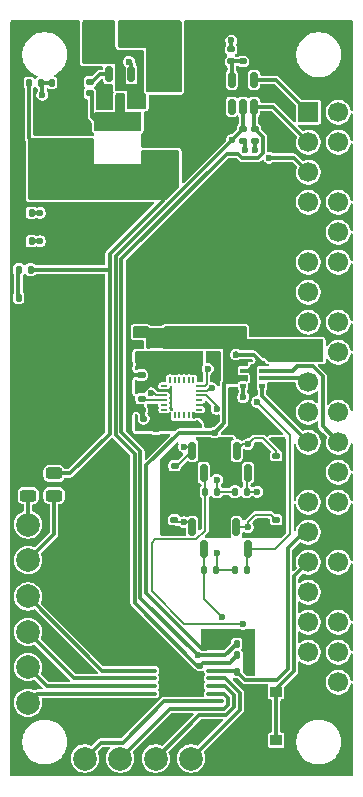
<source format=gbr>
%TF.GenerationSoftware,KiCad,Pcbnew,9.0.1*%
%TF.CreationDate,2025-11-12T14:17:17-05:00*%
%TF.ProjectId,Drone-Flight-Controller,44726f6e-652d-4466-9c69-6768742d436f,rev?*%
%TF.SameCoordinates,Original*%
%TF.FileFunction,Copper,L1,Top*%
%TF.FilePolarity,Positive*%
%FSLAX46Y46*%
G04 Gerber Fmt 4.6, Leading zero omitted, Abs format (unit mm)*
G04 Created by KiCad (PCBNEW 9.0.1) date 2025-11-12 14:17:17*
%MOMM*%
%LPD*%
G01*
G04 APERTURE LIST*
G04 Aperture macros list*
%AMRoundRect*
0 Rectangle with rounded corners*
0 $1 Rounding radius*
0 $2 $3 $4 $5 $6 $7 $8 $9 X,Y pos of 4 corners*
0 Add a 4 corners polygon primitive as box body*
4,1,4,$2,$3,$4,$5,$6,$7,$8,$9,$2,$3,0*
0 Add four circle primitives for the rounded corners*
1,1,$1+$1,$2,$3*
1,1,$1+$1,$4,$5*
1,1,$1+$1,$6,$7*
1,1,$1+$1,$8,$9*
0 Add four rect primitives between the rounded corners*
20,1,$1+$1,$2,$3,$4,$5,0*
20,1,$1+$1,$4,$5,$6,$7,0*
20,1,$1+$1,$6,$7,$8,$9,0*
20,1,$1+$1,$8,$9,$2,$3,0*%
%AMFreePoly0*
4,1,9,3.862500,-0.866500,0.737500,-0.866500,0.737500,-0.450000,-0.737500,-0.450000,-0.737500,0.450000,0.737500,0.450000,0.737500,0.866500,3.862500,0.866500,3.862500,-0.866500,3.862500,-0.866500,$1*%
G04 Aperture macros list end*
%TA.AperFunction,SMDPad,CuDef*%
%ADD10RoundRect,0.140000X0.170000X-0.140000X0.170000X0.140000X-0.170000X0.140000X-0.170000X-0.140000X0*%
%TD*%
%TA.AperFunction,SMDPad,CuDef*%
%ADD11RoundRect,0.250000X0.375000X0.625000X-0.375000X0.625000X-0.375000X-0.625000X0.375000X-0.625000X0*%
%TD*%
%TA.AperFunction,SMDPad,CuDef*%
%ADD12C,2.000000*%
%TD*%
%TA.AperFunction,SMDPad,CuDef*%
%ADD13RoundRect,0.135000X-0.135000X-0.185000X0.135000X-0.185000X0.135000X0.185000X-0.135000X0.185000X0*%
%TD*%
%TA.AperFunction,SMDPad,CuDef*%
%ADD14RoundRect,0.140000X-0.170000X0.140000X-0.170000X-0.140000X0.170000X-0.140000X0.170000X0.140000X0*%
%TD*%
%TA.AperFunction,SMDPad,CuDef*%
%ADD15RoundRect,0.135000X-0.185000X0.135000X-0.185000X-0.135000X0.185000X-0.135000X0.185000X0.135000X0*%
%TD*%
%TA.AperFunction,SMDPad,CuDef*%
%ADD16R,3.000000X5.835000*%
%TD*%
%TA.AperFunction,SMDPad,CuDef*%
%ADD17R,0.500000X0.350000*%
%TD*%
%TA.AperFunction,SMDPad,CuDef*%
%ADD18RoundRect,0.243750X0.456250X-0.243750X0.456250X0.243750X-0.456250X0.243750X-0.456250X-0.243750X0*%
%TD*%
%TA.AperFunction,SMDPad,CuDef*%
%ADD19R,1.000000X0.900000*%
%TD*%
%TA.AperFunction,SMDPad,CuDef*%
%ADD20RoundRect,0.100000X-0.637500X-0.100000X0.637500X-0.100000X0.637500X0.100000X-0.637500X0.100000X0*%
%TD*%
%TA.AperFunction,SMDPad,CuDef*%
%ADD21RoundRect,0.135000X0.185000X-0.135000X0.185000X0.135000X-0.185000X0.135000X-0.185000X-0.135000X0*%
%TD*%
%TA.AperFunction,SMDPad,CuDef*%
%ADD22RoundRect,0.150000X0.150000X-0.512500X0.150000X0.512500X-0.150000X0.512500X-0.150000X-0.512500X0*%
%TD*%
%TA.AperFunction,SMDPad,CuDef*%
%ADD23RoundRect,0.135000X0.135000X0.185000X-0.135000X0.185000X-0.135000X-0.185000X0.135000X-0.185000X0*%
%TD*%
%TA.AperFunction,SMDPad,CuDef*%
%ADD24RoundRect,0.147500X-0.147500X-0.172500X0.147500X-0.172500X0.147500X0.172500X-0.147500X0.172500X0*%
%TD*%
%TA.AperFunction,SMDPad,CuDef*%
%ADD25RoundRect,0.150000X-0.150000X0.512500X-0.150000X-0.512500X0.150000X-0.512500X0.150000X0.512500X0*%
%TD*%
%TA.AperFunction,SMDPad,CuDef*%
%ADD26RoundRect,0.225000X-0.425000X-0.225000X0.425000X-0.225000X0.425000X0.225000X-0.425000X0.225000X0*%
%TD*%
%TA.AperFunction,SMDPad,CuDef*%
%ADD27FreePoly0,0.000000*%
%TD*%
%TA.AperFunction,SMDPad,CuDef*%
%ADD28RoundRect,0.243750X-0.456250X0.243750X-0.456250X-0.243750X0.456250X-0.243750X0.456250X0.243750X0*%
%TD*%
%TA.AperFunction,SMDPad,CuDef*%
%ADD29RoundRect,0.150000X-0.150000X0.587500X-0.150000X-0.587500X0.150000X-0.587500X0.150000X0.587500X0*%
%TD*%
%TA.AperFunction,SMDPad,CuDef*%
%ADD30RoundRect,0.250000X-1.450000X0.312500X-1.450000X-0.312500X1.450000X-0.312500X1.450000X0.312500X0*%
%TD*%
%TA.AperFunction,SMDPad,CuDef*%
%ADD31RoundRect,0.140000X-0.140000X-0.170000X0.140000X-0.170000X0.140000X0.170000X-0.140000X0.170000X0*%
%TD*%
%TA.AperFunction,SMDPad,CuDef*%
%ADD32RoundRect,0.140000X0.140000X0.170000X-0.140000X0.170000X-0.140000X-0.170000X0.140000X-0.170000X0*%
%TD*%
%TA.AperFunction,SMDPad,CuDef*%
%ADD33RoundRect,0.050000X-0.050000X0.225000X-0.050000X-0.225000X0.050000X-0.225000X0.050000X0.225000X0*%
%TD*%
%TA.AperFunction,SMDPad,CuDef*%
%ADD34RoundRect,0.050000X-0.225000X-0.050000X0.225000X-0.050000X0.225000X0.050000X-0.225000X0.050000X0*%
%TD*%
%TA.AperFunction,SMDPad,CuDef*%
%ADD35RoundRect,0.250000X0.550000X-1.137500X0.550000X1.137500X-0.550000X1.137500X-0.550000X-1.137500X0*%
%TD*%
%TA.AperFunction,ComponentPad*%
%ADD36R,1.700000X1.700000*%
%TD*%
%TA.AperFunction,ComponentPad*%
%ADD37C,1.700000*%
%TD*%
%TA.AperFunction,ViaPad*%
%ADD38C,0.600000*%
%TD*%
%TA.AperFunction,Conductor*%
%ADD39C,0.200000*%
%TD*%
%TA.AperFunction,Conductor*%
%ADD40C,0.300000*%
%TD*%
G04 APERTURE END LIST*
D10*
%TO.P,C3,1*%
%TO.N,+1V8*%
X23600000Y-41080000D03*
%TO.P,C3,2*%
%TO.N,GND*%
X23600000Y-40120000D03*
%TD*%
D11*
%TO.P,F1,1*%
%TO.N,Net-(F1-Pad1)*%
X22800000Y-13800000D03*
%TO.P,F1,2*%
%TO.N,+12V*%
X20000000Y-13800000D03*
%TD*%
D12*
%TO.P,J10,1,1*%
%TO.N,PWM_4*%
X19000000Y-75200000D03*
%TD*%
D13*
%TO.P,R4,1*%
%TO.N,Net-(U2-FB)*%
X16200000Y-18000000D03*
%TO.P,R4,2*%
%TO.N,GND*%
X17220000Y-18000000D03*
%TD*%
D14*
%TO.P,C9,1*%
%TO.N,Net-(U4-REGOUT)*%
X23800000Y-44720000D03*
%TO.P,C9,2*%
%TO.N,GND*%
X23800000Y-45680000D03*
%TD*%
D15*
%TO.P,R6,1*%
%TO.N,I2C_SCL*%
X32400000Y-21890000D03*
%TO.P,R6,2*%
%TO.N,+3.3V*%
X32400000Y-22910000D03*
%TD*%
D16*
%TO.P,J2,1,1*%
%TO.N,Net-(F1-Pad1)*%
X25700000Y-15800000D03*
%TD*%
D14*
%TO.P,C7,1*%
%TO.N,+1V8*%
X25000000Y-47320000D03*
%TO.P,C7,2*%
%TO.N,GND*%
X25000000Y-48280000D03*
%TD*%
D17*
%TO.P,U5,1,GND*%
%TO.N,GND*%
X33985000Y-41700000D03*
%TO.P,U5,2,CSB*%
%TO.N,BAROMETER_CSB*%
X33985000Y-42350000D03*
%TO.P,U5,3,SDI*%
%TO.N,BAROMETER_SDI*%
X33985000Y-43000000D03*
%TO.P,U5,4,SCK*%
%TO.N,BAROMETER_SCK*%
X33985000Y-43650000D03*
%TO.P,U5,5,SDO*%
%TO.N,BAROMETER_SDO*%
X32385000Y-43650000D03*
%TO.P,U5,6,VDDIO*%
%TO.N,+3.3V*%
X32385000Y-43000000D03*
%TO.P,U5,7,GND*%
%TO.N,GND*%
X32385000Y-42350000D03*
%TO.P,U5,8,VDD*%
%TO.N,+3.3V*%
X32385000Y-41700000D03*
%TD*%
D12*
%TO.P,J6,1,1*%
%TO.N,PWM_0*%
X14185000Y-61475000D03*
%TD*%
D18*
%TO.P,D5,1,K*%
%TO.N,Net-(D5-K)*%
X14200000Y-52937500D03*
%TO.P,D5,2,A*%
%TO.N,GND*%
X14200000Y-51062500D03*
%TD*%
D13*
%TO.P,R15,1*%
%TO.N,IMU_SDO_HV*%
X29180000Y-52600000D03*
%TO.P,R15,2*%
%TO.N,+3.3V*%
X30200000Y-52600000D03*
%TD*%
D19*
%TO.P,SW1,1,1*%
%TO.N,Net-(J3-GPCLK2{slash}GPIO06)*%
X35200000Y-69550000D03*
X35200000Y-73650000D03*
%TO.P,SW1,2,2*%
%TO.N,GND*%
X33600000Y-69550000D03*
X33600000Y-73650000D03*
%TD*%
D13*
%TO.P,R17,1*%
%TO.N,IMU_SCL_HV*%
X29077500Y-59200000D03*
%TO.P,R17,2*%
%TO.N,+3.3V*%
X30097500Y-59200000D03*
%TD*%
D20*
%TO.P,U6,1,A0*%
%TO.N,GND*%
X24322500Y-65800000D03*
%TO.P,U6,2,A1*%
X24322500Y-66450000D03*
%TO.P,U6,3,A2*%
X24322500Y-67100000D03*
%TO.P,U6,4,LED0*%
%TO.N,PWM_0*%
X24322500Y-67750000D03*
%TO.P,U6,5,LED1*%
%TO.N,PWM_1*%
X24322500Y-68400000D03*
%TO.P,U6,6,LED2*%
%TO.N,PWM_2*%
X24322500Y-69050000D03*
%TO.P,U6,7,LED3*%
%TO.N,PWM_3*%
X24322500Y-69700000D03*
%TO.P,U6,8,V_{SS}*%
%TO.N,GND*%
X24322500Y-70350000D03*
%TO.P,U6,9,LED4*%
%TO.N,PWM_4*%
X30047500Y-70350000D03*
%TO.P,U6,10,LED5*%
%TO.N,PWM_5*%
X30047500Y-69700000D03*
%TO.P,U6,11,LED6*%
%TO.N,PWM_6*%
X30047500Y-69050000D03*
%TO.P,U6,12,LED7*%
%TO.N,PWM_7*%
X30047500Y-68400000D03*
%TO.P,U6,13,~{RESET}*%
%TO.N,PWM_RESET*%
X30047500Y-67750000D03*
%TO.P,U6,14,SCL*%
%TO.N,I2C_SCL*%
X30047500Y-67100000D03*
%TO.P,U6,15,SDA*%
%TO.N,I2C_SDA*%
X30047500Y-66450000D03*
%TO.P,U6,16,V_{DD}*%
%TO.N,+3.3V*%
X30047500Y-65800000D03*
%TD*%
D15*
%TO.P,R1,1*%
%TO.N,+12V*%
X31385000Y-15165000D03*
%TO.P,R1,2*%
%TO.N,BATVOLTAGE*%
X31385000Y-16185000D03*
%TD*%
D21*
%TO.P,R5,1*%
%TO.N,+3.3V*%
X33400000Y-22910000D03*
%TO.P,R5,2*%
%TO.N,I2C_SDA*%
X33400000Y-21890000D03*
%TD*%
D22*
%TO.P,U2,1,GND*%
%TO.N,GND*%
X21050000Y-19537500D03*
%TO.P,U2,2,SW*%
%TO.N,Net-(U2-SW)*%
X22000000Y-19537500D03*
%TO.P,U2,3,VIN*%
%TO.N,+12V*%
X22950000Y-19537500D03*
%TO.P,U2,4,FB*%
%TO.N,Net-(U2-FB)*%
X22950000Y-17262500D03*
%TO.P,U2,5,EN*%
%TO.N,+12V*%
X22000000Y-17262500D03*
%TO.P,U2,6,CB*%
%TO.N,Net-(U2-CB)*%
X21050000Y-17262500D03*
%TD*%
D23*
%TO.P,R18,1*%
%TO.N,IMU_CS_HV*%
X32710000Y-59200000D03*
%TO.P,R18,2*%
%TO.N,+3.3V*%
X31690000Y-59200000D03*
%TD*%
D14*
%TO.P,C6,1*%
%TO.N,GND*%
X23800000Y-42720000D03*
%TO.P,C6,2*%
%TO.N,+1V8*%
X23800000Y-43680000D03*
%TD*%
D24*
%TO.P,D1,1,K*%
%TO.N,GND*%
X13515000Y-29000000D03*
%TO.P,D1,2,A*%
%TO.N,+3.3V*%
X14485000Y-29000000D03*
%TD*%
D21*
%TO.P,R2,1*%
%TO.N,BATVOLTAGE*%
X32385000Y-16185000D03*
%TO.P,R2,2*%
%TO.N,GND*%
X32385000Y-15165000D03*
%TD*%
D25*
%TO.P,U3,1,V_{A}*%
%TO.N,+3.3V*%
X33335000Y-17737500D03*
%TO.P,U3,2,GND*%
%TO.N,GND*%
X32385000Y-17737500D03*
%TO.P,U3,3,V_{IN}*%
%TO.N,BATVOLTAGE*%
X31435000Y-17737500D03*
%TO.P,U3,4,ADDR*%
%TO.N,unconnected-(U3-ADDR-Pad4)*%
X31435000Y-20012500D03*
%TO.P,U3,5,SCL*%
%TO.N,I2C_SCL*%
X32385000Y-20012500D03*
%TO.P,U3,6,SDA*%
%TO.N,I2C_SDA*%
X33335000Y-20012500D03*
%TD*%
D26*
%TO.P,U1,1,GND*%
%TO.N,GND*%
X25050000Y-38100000D03*
D27*
%TO.P,U1,2,VI*%
%TO.N,+3.3V*%
X25137500Y-39600000D03*
D26*
%TO.P,U1,3,VO*%
%TO.N,+1V8*%
X25050000Y-41100000D03*
%TD*%
D28*
%TO.P,D4,1,K*%
%TO.N,+5V*%
X16400000Y-51062500D03*
%TO.P,D4,2,A*%
%TO.N,Net-(D4-A)*%
X16400000Y-52937500D03*
%TD*%
D29*
%TO.P,Q2,1,G*%
%TO.N,+1V8*%
X30012500Y-49125000D03*
%TO.P,Q2,2,S*%
%TO.N,IMU_SDO_LV*%
X28112500Y-49125000D03*
%TO.P,Q2,3,D*%
%TO.N,IMU_SDO_HV*%
X29062500Y-51000000D03*
%TD*%
D30*
%TO.P,L1,1,1*%
%TO.N,Net-(U2-SW)*%
X21785000Y-21337500D03*
%TO.P,L1,2,2*%
%TO.N,+5V*%
X21785000Y-25612500D03*
%TD*%
D15*
%TO.P,R13,1*%
%TO.N,IMU_SCL_LV*%
X26587500Y-55000000D03*
%TO.P,R13,2*%
%TO.N,+1V8*%
X26587500Y-56020000D03*
%TD*%
D13*
%TO.P,R3,1*%
%TO.N,+5V*%
X14290000Y-18000000D03*
%TO.P,R3,2*%
%TO.N,Net-(U2-FB)*%
X15310000Y-18000000D03*
%TD*%
D23*
%TO.P,R16,1*%
%TO.N,IMU_SDI_HV*%
X32710000Y-52600000D03*
%TO.P,R16,2*%
%TO.N,+3.3V*%
X31690000Y-52600000D03*
%TD*%
D31*
%TO.P,C10,1*%
%TO.N,GND*%
X30105000Y-41675000D03*
%TO.P,C10,2*%
%TO.N,+3.3V*%
X31065000Y-41675000D03*
%TD*%
D12*
%TO.P,J12,1,1*%
%TO.N,PWM_6*%
X25000000Y-75200000D03*
%TD*%
%TO.P,J11,1,1*%
%TO.N,PWM_5*%
X22000000Y-75200000D03*
%TD*%
D29*
%TO.P,Q4,1,G*%
%TO.N,+1V8*%
X30000000Y-55600000D03*
%TO.P,Q4,2,S*%
%TO.N,IMU_SCL_LV*%
X28100000Y-55600000D03*
%TO.P,Q4,3,D*%
%TO.N,IMU_SCL_HV*%
X29050000Y-57475000D03*
%TD*%
D12*
%TO.P,J4,1,1*%
%TO.N,Net-(D4-A)*%
X14200000Y-58400000D03*
%TD*%
D23*
%TO.P,R9,1*%
%TO.N,+3.3V*%
X32895000Y-65475000D03*
%TO.P,R9,2*%
%TO.N,I2C_SDA*%
X31875000Y-65475000D03*
%TD*%
%TO.P,R10,1*%
%TO.N,+3.3V*%
X32895000Y-66475000D03*
%TO.P,R10,2*%
%TO.N,I2C_SCL*%
X31875000Y-66475000D03*
%TD*%
D24*
%TO.P,D3,1,K*%
%TO.N,Net-(D3-K)*%
X13430000Y-33800000D03*
%TO.P,D3,2,A*%
%TO.N,+5V*%
X14400000Y-33800000D03*
%TD*%
%TO.P,D2,1,K*%
%TO.N,GND*%
X13515000Y-31400000D03*
%TO.P,D2,2,A*%
%TO.N,LED_STATUS*%
X14485000Y-31400000D03*
%TD*%
D14*
%TO.P,C4,1*%
%TO.N,Net-(U2-CB)*%
X19400000Y-17920000D03*
%TO.P,C4,2*%
%TO.N,Net-(U2-SW)*%
X19400000Y-18880000D03*
%TD*%
D32*
%TO.P,C8,1*%
%TO.N,+3.3V*%
X31065000Y-42800000D03*
%TO.P,C8,2*%
%TO.N,GND*%
X30105000Y-42800000D03*
%TD*%
D12*
%TO.P,J9,1,1*%
%TO.N,PWM_3*%
X14185000Y-70475000D03*
%TD*%
D29*
%TO.P,Q3,1,G*%
%TO.N,+1V8*%
X33750000Y-49125000D03*
%TO.P,Q3,2,S*%
%TO.N,IMU_SDI_LV*%
X31850000Y-49125000D03*
%TO.P,Q3,3,D*%
%TO.N,IMU_SDI_HV*%
X32800000Y-51000000D03*
%TD*%
D33*
%TO.P,U4,1,NC*%
%TO.N,unconnected-(U4-NC-Pad1)*%
X28200000Y-43150000D03*
%TO.P,U4,2,NC*%
%TO.N,unconnected-(U4-NC-Pad2)*%
X27800000Y-43150000D03*
%TO.P,U4,3,NC*%
%TO.N,unconnected-(U4-NC-Pad3)*%
X27400000Y-43150000D03*
%TO.P,U4,4,NC*%
%TO.N,unconnected-(U4-NC-Pad4)*%
X27000000Y-43150000D03*
%TO.P,U4,5,NC*%
%TO.N,unconnected-(U4-NC-Pad5)*%
X26600000Y-43150000D03*
%TO.P,U4,6,NC*%
%TO.N,unconnected-(U4-NC-Pad6)*%
X26200000Y-43150000D03*
D34*
%TO.P,U4,7,AUX_CL*%
%TO.N,unconnected-(U4-AUX_CL-Pad7)*%
X25700000Y-43650000D03*
%TO.P,U4,8,VDDIO*%
%TO.N,+1V8*%
X25700000Y-44050000D03*
%TO.P,U4,9,SDO/AD0*%
%TO.N,IMU_SDO_LV*%
X25700000Y-44450000D03*
%TO.P,U4,10,REGOUT*%
%TO.N,Net-(U4-REGOUT)*%
X25700000Y-44850000D03*
%TO.P,U4,11,FSYNC*%
%TO.N,unconnected-(U4-FSYNC-Pad11)*%
X25700000Y-45250000D03*
%TO.P,U4,12,INT1*%
%TO.N,unconnected-(U4-INT1-Pad12)*%
X25700000Y-45650000D03*
D33*
%TO.P,U4,13,VDD*%
%TO.N,+1V8*%
X26200000Y-46150000D03*
%TO.P,U4,14,NC*%
%TO.N,unconnected-(U4-NC-Pad14)*%
X26600000Y-46150000D03*
%TO.P,U4,15,NC*%
%TO.N,unconnected-(U4-NC-Pad15)*%
X27000000Y-46150000D03*
%TO.P,U4,16,NC*%
%TO.N,unconnected-(U4-NC-Pad16)*%
X27400000Y-46150000D03*
%TO.P,U4,17,NC*%
%TO.N,unconnected-(U4-NC-Pad17)*%
X27800000Y-46150000D03*
%TO.P,U4,18,GND*%
%TO.N,GND*%
X28200000Y-46150000D03*
D34*
%TO.P,U4,19,RESV*%
%TO.N,unconnected-(U4-RESV-Pad19)*%
X28700000Y-45650000D03*
%TO.P,U4,20,GND*%
%TO.N,GND*%
X28700000Y-45250000D03*
%TO.P,U4,21,AUX_DA*%
%TO.N,unconnected-(U4-AUX_DA-Pad21)*%
X28700000Y-44850000D03*
%TO.P,U4,22,~{CS}*%
%TO.N,IMU_CS_LV*%
X28700000Y-44450000D03*
%TO.P,U4,23,SCL/SCLK*%
%TO.N,IMU_SCL_LV*%
X28700000Y-44050000D03*
%TO.P,U4,24,SDA/SDI*%
%TO.N,IMU_SDI_LV*%
X28700000Y-43650000D03*
%TD*%
D14*
%TO.P,C2,1*%
%TO.N,GND*%
X23600000Y-38120000D03*
%TO.P,C2,2*%
%TO.N,+3.3V*%
X23600000Y-39080000D03*
%TD*%
D29*
%TO.P,Q5,1,G*%
%TO.N,+1V8*%
X33737500Y-55600000D03*
%TO.P,Q5,2,S*%
%TO.N,IMU_CS_LV*%
X31837500Y-55600000D03*
%TO.P,Q5,3,D*%
%TO.N,IMU_CS_HV*%
X32787500Y-57475000D03*
%TD*%
D35*
%TO.P,C5,1*%
%TO.N,+5V*%
X16800000Y-24462500D03*
%TO.P,C5,2*%
%TO.N,GND*%
X16800000Y-20337500D03*
%TD*%
D14*
%TO.P,C1,1*%
%TO.N,+12V*%
X19400000Y-15920000D03*
%TO.P,C1,2*%
%TO.N,GND*%
X19400000Y-16880000D03*
%TD*%
D23*
%TO.P,R8,1*%
%TO.N,+3.3V*%
X32895000Y-67875000D03*
%TO.P,R8,2*%
%TO.N,PWM_RESET*%
X31875000Y-67875000D03*
%TD*%
D15*
%TO.P,R14,1*%
%TO.N,IMU_CS_LV*%
X35187500Y-55000000D03*
%TO.P,R14,2*%
%TO.N,+1V8*%
X35187500Y-56020000D03*
%TD*%
D13*
%TO.P,R7,1*%
%TO.N,Net-(D3-K)*%
X13400000Y-36200000D03*
%TO.P,R7,2*%
%TO.N,GND*%
X14420000Y-36200000D03*
%TD*%
D15*
%TO.P,R12,1*%
%TO.N,IMU_SDI_LV*%
X35200000Y-49580000D03*
%TO.P,R12,2*%
%TO.N,+1V8*%
X35200000Y-50600000D03*
%TD*%
D12*
%TO.P,TP1,1,1*%
%TO.N,+5V*%
X25585000Y-25675000D03*
%TD*%
%TO.P,J5,1,1*%
%TO.N,Net-(D5-K)*%
X14200000Y-55400000D03*
%TD*%
D21*
%TO.P,R11,1*%
%TO.N,IMU_SDO_LV*%
X26600000Y-50420000D03*
%TO.P,R11,2*%
%TO.N,+1V8*%
X26600000Y-49400000D03*
%TD*%
D12*
%TO.P,J7,1,1*%
%TO.N,PWM_1*%
X14185000Y-64475000D03*
%TD*%
D16*
%TO.P,J1,1,1*%
%TO.N,GND*%
X29200000Y-15800000D03*
%TD*%
D12*
%TO.P,J13,1,1*%
%TO.N,PWM_7*%
X28000000Y-75200000D03*
%TD*%
%TO.P,J8,1,1*%
%TO.N,PWM_2*%
X14185000Y-67475000D03*
%TD*%
D36*
%TO.P,J3,1,3V3*%
%TO.N,+3.3V*%
X37925000Y-20475000D03*
D37*
%TO.P,J3,2,5V*%
%TO.N,+5V*%
X40465000Y-20475000D03*
%TO.P,J3,3,SDA_I2C1/GPIO02*%
%TO.N,I2C_SDA*%
X37925000Y-23015000D03*
%TO.P,J3,4,5V*%
%TO.N,+5V*%
X40465000Y-23015000D03*
%TO.P,J3,5,SCL_I2C1/GPIO03*%
%TO.N,I2C_SCL*%
X37925000Y-25555000D03*
%TO.P,J3,6,GND*%
%TO.N,GND*%
X40465000Y-25555000D03*
%TO.P,J3,7,GPCLK0/GPIO04*%
%TO.N,LED_STATUS*%
X37925000Y-28095000D03*
%TO.P,J3,8,GPIO14/UART_TXD*%
%TO.N,unconnected-(J3-GPIO14{slash}UART_TXD-Pad8)*%
X40465000Y-28095000D03*
%TO.P,J3,9,GND*%
%TO.N,GND*%
X37925000Y-30635000D03*
%TO.P,J3,10,GPIO15/UART_RXD*%
%TO.N,unconnected-(J3-GPIO15{slash}UART_RXD-Pad10)*%
X40465000Y-30635000D03*
%TO.P,J3,11,GPIO17/SPI1_~{CE1}*%
%TO.N,unconnected-(J3-GPIO17{slash}SPI1_~{CE1}-Pad11)*%
X37925000Y-33175000D03*
%TO.P,J3,12,GPIO18/SPI1_~{CE0}/PCM_CLK/PWM0*%
%TO.N,IMU_CS_HV*%
X40465000Y-33175000D03*
%TO.P,J3,13,GPIO27/SDIO_DAT3*%
%TO.N,unconnected-(J3-GPIO27{slash}SDIO_DAT3-Pad13)*%
X37925000Y-35715000D03*
%TO.P,J3,14,GND*%
%TO.N,GND*%
X40465000Y-35715000D03*
%TO.P,J3,15,GPIO22/SDIO_CLK*%
%TO.N,SWITCHED_HC_0*%
X37925000Y-38255000D03*
%TO.P,J3,16,GPIO23/SDIO_CMD*%
%TO.N,SWITCHED_HC_1*%
X40465000Y-38255000D03*
%TO.P,J3,17,3V3*%
%TO.N,+3.3V*%
X37925000Y-40795000D03*
%TO.P,J3,18,GPIO24/SDIO_DAT0*%
%TO.N,SWITCHED_HC_2*%
X40465000Y-40795000D03*
%TO.P,J3,19,MOSI_SPI0/GPIO10*%
%TO.N,BAROMETER_SDI*%
X37925000Y-43335000D03*
%TO.P,J3,20,GND*%
%TO.N,GND*%
X40465000Y-43335000D03*
%TO.P,J3,21,MISO_SPI0/GPIO09*%
%TO.N,BAROMETER_SDO*%
X37925000Y-45875000D03*
%TO.P,J3,22,GPIO25/SDIO_DAT1*%
%TO.N,unconnected-(J3-GPIO25{slash}SDIO_DAT1-Pad22)*%
X40465000Y-45875000D03*
%TO.P,J3,23,SCLK_SPI0/GPIO11*%
%TO.N,BAROMETER_SCK*%
X37925000Y-48415000D03*
%TO.P,J3,24,~{CE0}_SPI0/GPIO08*%
%TO.N,BAROMETER_CSB*%
X40465000Y-48415000D03*
%TO.P,J3,25,GND*%
%TO.N,GND*%
X37925000Y-50955000D03*
%TO.P,J3,26,~{CE1}_SPI0/GPIO07*%
%TO.N,unconnected-(J3-~{CE1}_SPI0{slash}GPIO07-Pad26)*%
X40465000Y-50955000D03*
%TO.P,J3,27,ID_SD_I2C0/GPIO00*%
%TO.N,BAROMETER_CSB*%
X37925000Y-53495000D03*
%TO.P,J3,28,ID_SC_I2C0/GPIO01*%
%TO.N,IMU_ADDR*%
X40465000Y-53495000D03*
%TO.P,J3,29,GPCLK1/GPIO05*%
%TO.N,PWM_RESET*%
X37925000Y-56035000D03*
%TO.P,J3,30,GND*%
%TO.N,GND*%
X40465000Y-56035000D03*
%TO.P,J3,31,GPCLK2/GPIO06*%
%TO.N,Net-(J3-GPCLK2{slash}GPIO06)*%
X37925000Y-58575000D03*
%TO.P,J3,32,GPIO12/PWM0*%
%TO.N,unconnected-(J3-GPIO12{slash}PWM0-Pad32)*%
X40465000Y-58575000D03*
%TO.P,J3,33,GPIO13/PWM1*%
%TO.N,unconnected-(J3-GPIO13{slash}PWM1-Pad33)*%
X37925000Y-61115000D03*
%TO.P,J3,34,GND*%
%TO.N,GND*%
X40465000Y-61115000D03*
%TO.P,J3,35,GPIO19/SPI1_MISO/PCM_FS*%
%TO.N,IMU_SDO_HV*%
X37925000Y-63655000D03*
%TO.P,J3,36,GPIO16/SPI1_~{CE2}*%
%TO.N,unconnected-(J3-GPIO16{slash}SPI1_~{CE2}-Pad36)*%
X40465000Y-63655000D03*
%TO.P,J3,37,GPIO26/SDIO_DAT2*%
%TO.N,unconnected-(J3-GPIO26{slash}SDIO_DAT2-Pad37)*%
X37925000Y-66195000D03*
%TO.P,J3,38,GPIO20/SPI1_MOSI/PCM_DIN/PWM1*%
%TO.N,IMU_SDI_HV*%
X40465000Y-66195000D03*
%TO.P,J3,39,GND*%
%TO.N,GND*%
X37925000Y-68735000D03*
%TO.P,J3,40,GPIO21/SPI1_SCLK/PCM_DOUT*%
%TO.N,IMU_SCL_HV*%
X40465000Y-68735000D03*
%TD*%
D38*
%TO.N,GND*%
X20400000Y-19200000D03*
%TO.N,+5V*%
X15000000Y-25300000D03*
X18600000Y-25300000D03*
X21700000Y-27000000D03*
X17600000Y-27000000D03*
%TO.N,GND*%
X20400000Y-20000000D03*
X29400000Y-46950000D03*
X22800000Y-37400000D03*
X18400000Y-20200000D03*
X23975735Y-46424265D03*
X31800000Y-41000000D03*
X33800000Y-14000000D03*
X24400000Y-49000000D03*
X29600000Y-41000000D03*
X33800000Y-13200000D03*
X22800000Y-41800000D03*
X33800000Y-14800000D03*
X29200000Y-15800000D03*
X15200000Y-21400000D03*
X18400000Y-21400000D03*
X15200000Y-20200000D03*
%TO.N,+3.3V*%
X33400000Y-23675000D03*
X30200000Y-51600000D03*
X15200000Y-29000000D03*
X30000000Y-47600000D03*
X30200000Y-57800000D03*
X32585000Y-23675000D03*
%TO.N,+5V*%
X23600000Y-27400000D03*
X15600000Y-27400000D03*
X19600000Y-27400000D03*
X25600000Y-27400000D03*
%TO.N,I2C_SDA*%
X28585000Y-66475000D03*
%TO.N,I2C_SCL*%
X31445000Y-22845000D03*
X34600000Y-24325000D03*
X28785000Y-67325000D03*
%TO.N,+12V*%
X31400000Y-14400000D03*
X23600000Y-19400000D03*
%TO.N,BAROMETER_SDO*%
X32400000Y-44600000D03*
%TO.N,LED_STATUS*%
X15200000Y-31400000D03*
%TO.N,IMU_SDO_HV*%
X32400000Y-63800000D03*
%TO.N,IMU_CS_HV*%
X33595380Y-45004620D03*
%TO.N,IMU_SDI_HV*%
X33600000Y-52600000D03*
%TO.N,IMU_SCL_HV*%
X30600000Y-63200000D03*
%TO.N,+1V8*%
X25800000Y-50000000D03*
X25000000Y-46600000D03*
X24810000Y-42800000D03*
%TO.N,Net-(U2-FB)*%
X22750000Y-16200000D03*
X15400000Y-19000000D03*
%TO.N,IMU_SDO_LV*%
X24625225Y-44273752D03*
X27400000Y-48800000D03*
%TO.N,IMU_SDI_LV*%
X32800000Y-48600000D03*
X29400000Y-42200000D03*
%TO.N,IMU_SCL_LV*%
X27400000Y-55200000D03*
X29800973Y-43849500D03*
%TO.N,IMU_CS_LV*%
X30150000Y-45600000D03*
X32800000Y-55600000D03*
%TD*%
D39*
%TO.N,GND*%
X29549000Y-46801000D02*
X29400000Y-46950000D01*
D40*
X33985000Y-41700000D02*
X33285000Y-41000000D01*
D39*
X29549000Y-45549000D02*
X29549000Y-46801000D01*
X29250000Y-45250000D02*
X29549000Y-45549000D01*
X23800000Y-45880000D02*
X23800000Y-46248530D01*
X28600000Y-46150000D02*
X29400000Y-46950000D01*
X28700000Y-45250000D02*
X29250000Y-45250000D01*
X23800000Y-46248530D02*
X23975735Y-46424265D01*
X28200000Y-46150000D02*
X28600000Y-46150000D01*
D40*
X33285000Y-41000000D02*
X31800000Y-41000000D01*
%TO.N,+3.3V*%
X30000000Y-47600000D02*
X27000000Y-47600000D01*
D39*
X30200000Y-59097500D02*
X30097500Y-59200000D01*
D40*
X28800000Y-65800000D02*
X30047500Y-65800000D01*
D39*
X30200000Y-52600000D02*
X30200000Y-51600000D01*
D40*
X27000000Y-47600000D02*
X24214000Y-50386000D01*
X33400000Y-23675000D02*
X33400000Y-22910000D01*
D39*
X30200000Y-52600000D02*
X31690000Y-52600000D01*
D40*
X33335000Y-17737500D02*
X35187500Y-17737500D01*
X24214000Y-50386000D02*
X24214000Y-61214000D01*
X35187500Y-17737500D02*
X37925000Y-20475000D01*
X32310000Y-43075000D02*
X32385000Y-43000000D01*
X31065000Y-43123260D02*
X30800000Y-43388260D01*
D39*
X30200000Y-57800000D02*
X30200000Y-59097500D01*
D40*
X30800000Y-43388260D02*
X30800000Y-46800000D01*
X31065000Y-43075000D02*
X31065000Y-43123260D01*
X32585000Y-22875000D02*
X32585000Y-23675000D01*
X14485000Y-29000000D02*
X15200000Y-29000000D01*
X24214000Y-61214000D02*
X28800000Y-65800000D01*
X30800000Y-46800000D02*
X30000000Y-47600000D01*
D39*
X31690000Y-59200000D02*
X30097500Y-59200000D01*
D40*
%TO.N,+5V*%
X14290000Y-18000000D02*
X14290000Y-22690000D01*
X25600000Y-27981480D02*
X21099000Y-32482480D01*
X21099000Y-47701000D02*
X17737500Y-51062500D01*
X21099000Y-32482480D02*
X21099000Y-33800000D01*
X25600000Y-27400000D02*
X25600000Y-27981480D01*
X21099000Y-33800000D02*
X21099000Y-47701000D01*
X17737500Y-51062500D02*
X16400000Y-51062500D01*
X14400000Y-33800000D02*
X21099000Y-33800000D01*
%TO.N,I2C_SDA*%
X33335000Y-20012500D02*
X33335000Y-21825000D01*
X31989346Y-24000000D02*
X32315346Y-24326000D01*
X34071000Y-23924654D02*
X34071000Y-22561000D01*
X30022500Y-66475000D02*
X30047500Y-66450000D01*
X31863950Y-65475000D02*
X31875000Y-65475000D01*
X32315346Y-24326000D02*
X33669654Y-24326000D01*
X28585000Y-66475000D02*
X23713000Y-61603000D01*
X22101000Y-32897520D02*
X30998520Y-24000000D01*
X30998520Y-24000000D02*
X31989346Y-24000000D01*
X28585000Y-66475000D02*
X30022500Y-66475000D01*
X30047500Y-66450000D02*
X30888950Y-66450000D01*
X33335000Y-21825000D02*
X33400000Y-21890000D01*
X37925000Y-23015000D02*
X34922500Y-20012500D01*
X34071000Y-22561000D02*
X33400000Y-21890000D01*
X22101000Y-47592479D02*
X22101000Y-32897520D01*
X23713000Y-49204479D02*
X22101000Y-47592479D01*
X30888950Y-66450000D02*
X31863950Y-65475000D01*
X33669654Y-24326000D02*
X34071000Y-23924654D01*
X23713000Y-61603000D02*
X23713000Y-49204479D01*
X34922500Y-20012500D02*
X33335000Y-20012500D01*
%TO.N,I2C_SCL*%
X32585000Y-21855000D02*
X32435000Y-21855000D01*
X23212000Y-62022654D02*
X28514346Y-67325000D01*
X32385000Y-20012500D02*
X32385000Y-21875000D01*
X36695000Y-24325000D02*
X34600000Y-24325000D01*
X23212000Y-49412000D02*
X23212000Y-62022654D01*
X21600000Y-32690000D02*
X21600000Y-47800000D01*
X31875000Y-66475000D02*
X31250000Y-67100000D01*
X37925000Y-25555000D02*
X36695000Y-24325000D01*
X32435000Y-21855000D02*
X21600000Y-32690000D01*
X31250000Y-67100000D02*
X30047500Y-67100000D01*
X28514346Y-67325000D02*
X28785000Y-67325000D01*
X32385000Y-21875000D02*
X32400000Y-21890000D01*
X29010000Y-67100000D02*
X28785000Y-67325000D01*
X30047500Y-67100000D02*
X29010000Y-67100000D01*
X21600000Y-47800000D02*
X23212000Y-49412000D01*
%TO.N,+12V*%
X31400000Y-15150000D02*
X31385000Y-15165000D01*
X31400000Y-14400000D02*
X31400000Y-15150000D01*
X23137500Y-19537500D02*
X22950000Y-19537500D01*
X23600000Y-19400000D02*
X23275000Y-19400000D01*
X23275000Y-19400000D02*
X23137500Y-19537500D01*
%TO.N,PWM_1*%
X24322500Y-68400000D02*
X18110000Y-68400000D01*
X18110000Y-68400000D02*
X14185000Y-64475000D01*
%TO.N,PWM_3*%
X14960000Y-69700000D02*
X14185000Y-70475000D01*
X24322500Y-69700000D02*
X14960000Y-69700000D01*
%TO.N,PWM_0*%
X24322500Y-67750000D02*
X20460000Y-67750000D01*
X20460000Y-67750000D02*
X14185000Y-61475000D01*
%TO.N,PWM_2*%
X15760000Y-69050000D02*
X24322500Y-69050000D01*
X14185000Y-67475000D02*
X15760000Y-69050000D01*
%TO.N,BAROMETER_CSB*%
X38288471Y-42000000D02*
X37000000Y-42000000D01*
X36650000Y-42350000D02*
X33985000Y-42350000D01*
X39126000Y-47076000D02*
X39126000Y-42837529D01*
X39126000Y-42837529D02*
X38288471Y-42000000D01*
X40465000Y-48415000D02*
X39126000Y-47076000D01*
X37000000Y-42000000D02*
X36650000Y-42350000D01*
%TO.N,BAROMETER_SDI*%
X37590000Y-43000000D02*
X33985000Y-43000000D01*
X37925000Y-43335000D02*
X37590000Y-43000000D01*
%TO.N,BAROMETER_SDO*%
X32400000Y-43665000D02*
X32385000Y-43650000D01*
X32400000Y-44600000D02*
X32400000Y-43665000D01*
%TO.N,BAROMETER_SCK*%
X33985000Y-44475000D02*
X37925000Y-48415000D01*
X33985000Y-43650000D02*
X33985000Y-44475000D01*
%TO.N,PWM_RESET*%
X37925000Y-56035000D02*
X37565000Y-56035000D01*
X32546000Y-68546000D02*
X31875000Y-67875000D01*
X36200000Y-57400000D02*
X36200000Y-67600000D01*
X31750000Y-67750000D02*
X31875000Y-67875000D01*
X36200000Y-67600000D02*
X35254000Y-68546000D01*
X37565000Y-56035000D02*
X36200000Y-57400000D01*
X30047500Y-67750000D02*
X31750000Y-67750000D01*
X35254000Y-68546000D02*
X32546000Y-68546000D01*
%TO.N,LED_STATUS*%
X14485000Y-31400000D02*
X15200000Y-31400000D01*
%TO.N,BATVOLTAGE*%
X31435000Y-17737500D02*
X31435000Y-16235000D01*
X31435000Y-16235000D02*
X31385000Y-16185000D01*
X32385000Y-16185000D02*
X31385000Y-16185000D01*
%TO.N,PWM_4*%
X25700582Y-70350000D02*
X22201582Y-73849000D01*
X20351000Y-73849000D02*
X19000000Y-75200000D01*
X22201582Y-73849000D02*
X20351000Y-73849000D01*
X30047500Y-70350000D02*
X25700582Y-70350000D01*
D39*
%TO.N,IMU_SDO_HV*%
X28440968Y-56638500D02*
X24961500Y-56638500D01*
X24961500Y-56638500D02*
X24665000Y-56935000D01*
X29180000Y-52600000D02*
X29180000Y-51117500D01*
X29180000Y-52600000D02*
X29180000Y-55899468D01*
X24665000Y-61027190D02*
X27437810Y-63800000D01*
X29180000Y-55899468D02*
X28440968Y-56638500D01*
X24665000Y-56935000D02*
X24665000Y-61027190D01*
X29180000Y-51117500D02*
X29062500Y-51000000D01*
X27437810Y-63800000D02*
X32400000Y-63800000D01*
D40*
%TO.N,PWM_5*%
X31136000Y-70051001D02*
X31136000Y-70639582D01*
X30775582Y-71000000D02*
X26200000Y-71000000D01*
X26200000Y-71000000D02*
X22000000Y-75200000D01*
X31136000Y-70639582D02*
X30775582Y-71000000D01*
X30784999Y-69700000D02*
X31136000Y-70051001D01*
X30047500Y-69700000D02*
X30784999Y-69700000D01*
%TO.N,PWM_6*%
X28699000Y-71501000D02*
X25000000Y-75200000D01*
X30843519Y-69050000D02*
X31637000Y-69843481D01*
X30983102Y-71501000D02*
X28699000Y-71501000D01*
X31637000Y-69843481D02*
X31637000Y-70847102D01*
X31637000Y-70847102D02*
X30983102Y-71501000D01*
X30047500Y-69050000D02*
X30843519Y-69050000D01*
%TO.N,PWM_7*%
X30902039Y-68400000D02*
X32138000Y-69635961D01*
X32138000Y-71062000D02*
X28000000Y-75200000D01*
X30047500Y-68400000D02*
X30902039Y-68400000D01*
X32138000Y-69635961D02*
X32138000Y-71062000D01*
D39*
%TO.N,IMU_CS_HV*%
X35125000Y-57475000D02*
X36400000Y-56200000D01*
X36400000Y-47809240D02*
X33595380Y-45004620D01*
X32787500Y-57475000D02*
X35125000Y-57475000D01*
X32710000Y-57552500D02*
X32787500Y-57475000D01*
X36400000Y-56200000D02*
X36400000Y-47809240D01*
X32710000Y-59200000D02*
X32710000Y-57552500D01*
%TO.N,IMU_SDI_HV*%
X32710000Y-51090000D02*
X32800000Y-51000000D01*
X33600000Y-52600000D02*
X32710000Y-52600000D01*
X32710000Y-52600000D02*
X32710000Y-51090000D01*
%TO.N,IMU_SCL_HV*%
X30600000Y-63200000D02*
X29077500Y-61677500D01*
X29077500Y-59200000D02*
X29077500Y-57502500D01*
X29077500Y-61677500D02*
X29077500Y-59200000D01*
X29077500Y-57502500D02*
X29050000Y-57475000D01*
D40*
%TO.N,Net-(J3-GPCLK2{slash}GPIO06)*%
X35200000Y-69308520D02*
X36701000Y-67807520D01*
X36701000Y-67807520D02*
X36701000Y-66099000D01*
X36724000Y-66076000D02*
X36724000Y-59776000D01*
X36724000Y-59776000D02*
X37925000Y-58575000D01*
X35200000Y-69550000D02*
X35200000Y-69308520D01*
X35200000Y-73650000D02*
X35200000Y-69550000D01*
X36701000Y-66099000D02*
X36724000Y-66076000D01*
D39*
%TO.N,+1V8*%
X25000000Y-47320000D02*
X25000000Y-46600000D01*
X25250000Y-44050000D02*
X24810000Y-43610000D01*
X24810000Y-43610000D02*
X24810000Y-42800000D01*
X25700000Y-44050000D02*
X25250000Y-44050000D01*
D40*
%TO.N,Net-(U2-SW)*%
X19400000Y-18880000D02*
X19600000Y-19080000D01*
X19600000Y-19080000D02*
X19600000Y-20852500D01*
X20085000Y-21337500D02*
X21785000Y-21337500D01*
X19600000Y-20852500D02*
X20085000Y-21337500D01*
%TO.N,Net-(U2-CB)*%
X21050000Y-17262500D02*
X20257500Y-17262500D01*
X20257500Y-17262500D02*
X19600000Y-17920000D01*
D39*
%TO.N,Net-(U4-REGOUT)*%
X24154752Y-44874752D02*
X25302474Y-44874752D01*
X25327226Y-44850000D02*
X25700000Y-44850000D01*
X23800000Y-44720000D02*
X24000000Y-44720000D01*
X25302474Y-44874752D02*
X25327226Y-44850000D01*
X24000000Y-44720000D02*
X24154752Y-44874752D01*
D40*
%TO.N,Net-(U2-FB)*%
X22750000Y-16200000D02*
X22950000Y-16400000D01*
X16200000Y-18000000D02*
X15310000Y-18000000D01*
X15400000Y-19000000D02*
X15400000Y-18090000D01*
X22950000Y-16400000D02*
X22950000Y-17262500D01*
X15400000Y-18090000D02*
X15310000Y-18000000D01*
D39*
%TO.N,IMU_SDO_LV*%
X26600000Y-50420000D02*
X26817500Y-50420000D01*
X25000000Y-44450000D02*
X25700000Y-44450000D01*
X24625225Y-44273752D02*
X24823752Y-44273752D01*
X26817500Y-50420000D02*
X28112500Y-49125000D01*
X27787500Y-48800000D02*
X28112500Y-49125000D01*
X24823752Y-44273752D02*
X25000000Y-44450000D01*
X27400000Y-48800000D02*
X27787500Y-48800000D01*
%TO.N,IMU_SDI_LV*%
X33313500Y-48086500D02*
X34090968Y-48086500D01*
X29336076Y-42263924D02*
X29336076Y-43470195D01*
X29336076Y-43470195D02*
X29156271Y-43650000D01*
X32800000Y-48600000D02*
X32375000Y-48600000D01*
X32800000Y-48600000D02*
X33313500Y-48086500D01*
X34090968Y-48086500D02*
X35200000Y-49195532D01*
X32375000Y-48600000D02*
X31850000Y-49125000D01*
X29400000Y-42200000D02*
X29336076Y-42263924D01*
X29156271Y-43650000D02*
X28700000Y-43650000D01*
X35200000Y-49195532D02*
X35200000Y-49580000D01*
%TO.N,IMU_SCL_LV*%
X27400000Y-55200000D02*
X26787500Y-55200000D01*
X27400000Y-55200000D02*
X27700000Y-55200000D01*
X29350000Y-44050000D02*
X28700000Y-44050000D01*
X29600000Y-43800000D02*
X29350000Y-44050000D01*
X27700000Y-55200000D02*
X28100000Y-55600000D01*
X29649500Y-43849500D02*
X29600000Y-43800000D01*
X26787500Y-55200000D02*
X26587500Y-55000000D01*
X29800973Y-43849500D02*
X29649500Y-43849500D01*
%TO.N,IMU_CS_LV*%
X33396532Y-54561500D02*
X34749000Y-54561500D01*
X32800000Y-55600000D02*
X32800000Y-55158032D01*
X32800000Y-55158032D02*
X33396532Y-54561500D01*
X34749000Y-54561500D02*
X35187500Y-55000000D01*
X30150000Y-45350000D02*
X29250000Y-44450000D01*
X30150000Y-45600000D02*
X30150000Y-45350000D01*
X32800000Y-55600000D02*
X31837500Y-55600000D01*
X29250000Y-44450000D02*
X28700000Y-44450000D01*
D40*
%TO.N,Net-(D4-A)*%
X16400000Y-56200000D02*
X14200000Y-58400000D01*
X16400000Y-52937500D02*
X16400000Y-56200000D01*
%TO.N,Net-(D5-K)*%
X14200000Y-52937500D02*
X14200000Y-55400000D01*
%TO.N,Net-(D3-K)*%
X13380000Y-36200000D02*
X13380000Y-33850000D01*
%TD*%
%TA.AperFunction,Conductor*%
%TO.N,Net-(F1-Pad1)*%
G36*
X27128039Y-12720185D02*
G01*
X27173794Y-12772989D01*
X27185000Y-12824500D01*
X27185000Y-18676000D01*
X27165315Y-18743039D01*
X27112511Y-18788794D01*
X27061000Y-18800000D01*
X24324000Y-18800000D01*
X24256961Y-18780315D01*
X24211206Y-18727511D01*
X24200000Y-18676000D01*
X24200000Y-15000000D01*
X21924000Y-15000000D01*
X21856961Y-14980315D01*
X21811206Y-14927511D01*
X21800000Y-14876000D01*
X21800000Y-12824500D01*
X21819685Y-12757461D01*
X21872489Y-12711706D01*
X21924000Y-12700500D01*
X27061000Y-12700500D01*
X27128039Y-12720185D01*
G37*
%TD.AperFunction*%
%TD*%
%TA.AperFunction,Conductor*%
%TO.N,GND*%
G36*
X18556268Y-12719407D02*
G01*
X18592232Y-12768907D01*
X18596068Y-12813588D01*
X18594500Y-12824500D01*
X18594500Y-12824501D01*
X18594500Y-16275998D01*
X18596592Y-16305249D01*
X18601614Y-16340177D01*
X18601614Y-16340178D01*
X18601614Y-16340180D01*
X18601615Y-16340181D01*
X18609177Y-16360458D01*
X18608117Y-16360689D01*
X18610405Y-16371204D01*
X18612889Y-16381370D01*
X18626509Y-16406931D01*
X18628806Y-16413089D01*
X18632140Y-16422028D01*
X18632143Y-16422033D01*
X18644087Y-16440621D01*
X18646279Y-16444032D01*
X18655898Y-16462083D01*
X18663573Y-16470941D01*
X18667400Y-16476895D01*
X18667400Y-16476896D01*
X18669907Y-16480797D01*
X18669916Y-16480809D01*
X18669921Y-16480817D01*
X18684781Y-16501095D01*
X18692542Y-16507029D01*
X18703120Y-16516386D01*
X18719246Y-16532843D01*
X18745540Y-16547551D01*
X18757434Y-16556645D01*
X18765670Y-16560406D01*
X18766249Y-16559135D01*
X18784715Y-16569464D01*
X18799063Y-16577490D01*
X18803518Y-16578798D01*
X18816758Y-16583737D01*
X18820986Y-16585668D01*
X18844460Y-16594696D01*
X18854323Y-16595501D01*
X18862581Y-16596732D01*
X18862591Y-16596668D01*
X18866088Y-16597171D01*
X18866092Y-16597172D01*
X18924000Y-16605500D01*
X18924003Y-16605500D01*
X19178426Y-16605500D01*
X19178430Y-16605500D01*
X19185165Y-16605390D01*
X19193277Y-16605124D01*
X19193353Y-16605120D01*
X19193360Y-16605120D01*
X19193474Y-16605117D01*
X19194089Y-16605097D01*
X19194089Y-16605102D01*
X19198232Y-16605000D01*
X19601792Y-16605000D01*
X19605936Y-16605102D01*
X19605937Y-16605097D01*
X19606555Y-16605117D01*
X19606654Y-16605119D01*
X19606741Y-16605124D01*
X19614852Y-16605390D01*
X19621588Y-16605500D01*
X20451238Y-16605500D01*
X20466464Y-16610447D01*
X20482470Y-16610556D01*
X20494826Y-16619662D01*
X20509429Y-16624407D01*
X20518838Y-16637358D01*
X20531725Y-16646855D01*
X20534735Y-16659237D01*
X20545393Y-16673907D01*
X20550236Y-16705173D01*
X20550189Y-16712007D01*
X20549500Y-16716740D01*
X20549500Y-16813378D01*
X20549498Y-16813673D01*
X20539954Y-16842378D01*
X20530593Y-16871191D01*
X20530306Y-16871399D01*
X20530195Y-16871734D01*
X20505656Y-16889308D01*
X20481093Y-16907155D01*
X20480637Y-16907227D01*
X20480452Y-16907360D01*
X20479825Y-16907355D01*
X20450500Y-16912000D01*
X20211356Y-16912000D01*
X20122212Y-16935886D01*
X20122211Y-16935886D01*
X20122209Y-16935887D01*
X20042289Y-16982029D01*
X20042287Y-16982031D01*
X19613813Y-17410504D01*
X19559297Y-17438281D01*
X19543810Y-17439500D01*
X19190103Y-17439500D01*
X19190092Y-17439501D01*
X19140513Y-17446027D01*
X19140511Y-17446027D01*
X19031686Y-17496774D01*
X18946774Y-17581686D01*
X18896029Y-17690510D01*
X18896028Y-17690511D01*
X18889500Y-17740100D01*
X18889500Y-18099895D01*
X18889501Y-18099907D01*
X18896027Y-18149486D01*
X18896027Y-18149488D01*
X18946774Y-18258313D01*
X18946775Y-18258314D01*
X18946776Y-18258316D01*
X19018458Y-18329998D01*
X19046234Y-18384513D01*
X19036663Y-18444945D01*
X19018459Y-18470000D01*
X18980983Y-18507477D01*
X18946774Y-18541686D01*
X18896029Y-18650510D01*
X18896028Y-18650511D01*
X18889500Y-18700100D01*
X18889500Y-19059895D01*
X18889501Y-19059907D01*
X18896027Y-19109486D01*
X18896027Y-19109488D01*
X18946774Y-19218313D01*
X18946775Y-19218314D01*
X18946776Y-19218316D01*
X19031684Y-19303224D01*
X19140513Y-19353972D01*
X19163422Y-19356987D01*
X19218646Y-19383327D01*
X19247842Y-19437097D01*
X19249500Y-19455140D01*
X19249500Y-20898644D01*
X19269316Y-20972598D01*
X19273386Y-20987788D01*
X19319530Y-21067712D01*
X19550505Y-21298687D01*
X19578281Y-21353202D01*
X19579500Y-21368689D01*
X19579500Y-21951000D01*
X19580952Y-21964500D01*
X19584197Y-21994685D01*
X19595404Y-22046199D01*
X19597889Y-22056371D01*
X19597889Y-22056372D01*
X19597890Y-22056373D01*
X19640900Y-22137085D01*
X19686655Y-22189889D01*
X19695604Y-22199023D01*
X19704247Y-22207844D01*
X19704249Y-22207845D01*
X19734328Y-22224670D01*
X19748822Y-22240333D01*
X19766093Y-22252881D01*
X19769155Y-22262305D01*
X19775885Y-22269578D01*
X19785000Y-22311072D01*
X19785000Y-22373076D01*
X19766093Y-22431267D01*
X19716593Y-22467231D01*
X19671916Y-22471069D01*
X19663159Y-22469810D01*
X19661000Y-22469500D01*
X19660999Y-22469500D01*
X14739500Y-22469500D01*
X14681309Y-22450593D01*
X14645345Y-22401093D01*
X14640500Y-22370500D01*
X14640500Y-18484976D01*
X14641197Y-18482829D01*
X14640594Y-18480653D01*
X14645603Y-18469268D01*
X14659407Y-18426785D01*
X14662025Y-18423344D01*
X14665526Y-18418942D01*
X14704065Y-18380404D01*
X14715228Y-18356464D01*
X14722525Y-18347292D01*
X14738739Y-18336560D01*
X14752003Y-18322337D01*
X14763651Y-18320072D01*
X14773548Y-18313523D01*
X14792976Y-18314372D01*
X14812064Y-18310662D01*
X14822818Y-18315676D01*
X14834675Y-18316195D01*
X14849892Y-18328301D01*
X14867517Y-18336519D01*
X14877506Y-18350267D01*
X14882557Y-18354286D01*
X14883872Y-18359030D01*
X14889724Y-18367084D01*
X14895935Y-18380404D01*
X14979596Y-18464065D01*
X14992339Y-18470007D01*
X15010498Y-18486940D01*
X15030593Y-18501540D01*
X15032522Y-18507477D01*
X15037086Y-18511733D01*
X15049500Y-18559731D01*
X15049500Y-18601678D01*
X15030593Y-18659869D01*
X15020505Y-18671680D01*
X14999501Y-18692684D01*
X14999496Y-18692690D01*
X14933609Y-18806809D01*
X14918807Y-18862051D01*
X14899500Y-18934108D01*
X14899500Y-19065892D01*
X14924562Y-19159427D01*
X14933609Y-19193190D01*
X14999496Y-19307309D01*
X14999498Y-19307311D01*
X14999500Y-19307314D01*
X15092686Y-19400500D01*
X15092688Y-19400501D01*
X15092690Y-19400503D01*
X15206810Y-19466390D01*
X15206808Y-19466390D01*
X15206812Y-19466391D01*
X15206814Y-19466392D01*
X15334108Y-19500500D01*
X15334110Y-19500500D01*
X15465890Y-19500500D01*
X15465892Y-19500500D01*
X15593186Y-19466392D01*
X15593188Y-19466390D01*
X15593190Y-19466390D01*
X15707309Y-19400503D01*
X15707309Y-19400502D01*
X15707314Y-19400500D01*
X15800500Y-19307314D01*
X15812175Y-19287093D01*
X15866390Y-19193190D01*
X15866390Y-19193188D01*
X15866392Y-19193186D01*
X15900500Y-19065892D01*
X15900500Y-18934108D01*
X15866392Y-18806814D01*
X15866390Y-18806811D01*
X15866390Y-18806809D01*
X15800503Y-18692690D01*
X15800498Y-18692684D01*
X15779495Y-18671680D01*
X15775869Y-18664564D01*
X15769407Y-18659869D01*
X15762241Y-18637816D01*
X15751719Y-18617163D01*
X15750500Y-18601678D01*
X15750500Y-18563928D01*
X15769407Y-18505737D01*
X15818907Y-18469773D01*
X15880093Y-18469773D01*
X15891333Y-18474201D01*
X15976827Y-18514068D01*
X16025684Y-18520500D01*
X16025685Y-18520500D01*
X16374314Y-18520500D01*
X16374316Y-18520500D01*
X16423173Y-18514068D01*
X16530404Y-18464065D01*
X16614065Y-18380404D01*
X16664068Y-18273173D01*
X16670500Y-18224316D01*
X16670500Y-17775684D01*
X16664068Y-17726827D01*
X16647134Y-17690513D01*
X16614066Y-17619598D01*
X16614065Y-17619597D01*
X16614065Y-17619596D01*
X16530404Y-17535935D01*
X16530402Y-17535934D01*
X16530401Y-17535933D01*
X16434229Y-17491087D01*
X16389481Y-17449359D01*
X16377806Y-17389298D01*
X16403664Y-17333845D01*
X16438192Y-17309895D01*
X16442373Y-17308164D01*
X16658127Y-17183599D01*
X16855776Y-17031938D01*
X17031938Y-16855776D01*
X17183599Y-16658127D01*
X17308164Y-16442373D01*
X17403502Y-16212207D01*
X17467982Y-15971565D01*
X17500500Y-15724565D01*
X17500500Y-15475435D01*
X17467982Y-15228435D01*
X17403502Y-14987793D01*
X17308164Y-14757627D01*
X17183599Y-14541873D01*
X17125297Y-14465892D01*
X17031943Y-14344230D01*
X17031941Y-14344228D01*
X17031938Y-14344224D01*
X16855776Y-14168062D01*
X16855771Y-14168058D01*
X16855769Y-14168056D01*
X16658130Y-14016403D01*
X16628853Y-13999500D01*
X16442373Y-13891836D01*
X16442369Y-13891834D01*
X16442365Y-13891832D01*
X16212212Y-13796500D01*
X16212211Y-13796499D01*
X16212207Y-13796498D01*
X15971565Y-13732018D01*
X15971562Y-13732017D01*
X15971560Y-13732017D01*
X15724566Y-13699500D01*
X15724565Y-13699500D01*
X15475435Y-13699500D01*
X15475433Y-13699500D01*
X15228442Y-13732017D01*
X15228437Y-13732017D01*
X14987800Y-13796496D01*
X14987787Y-13796500D01*
X14757634Y-13891832D01*
X14757627Y-13891835D01*
X14757627Y-13891836D01*
X14732152Y-13906543D01*
X14541869Y-14016403D01*
X14344230Y-14168056D01*
X14168056Y-14344230D01*
X14016403Y-14541869D01*
X13891832Y-14757634D01*
X13796500Y-14987787D01*
X13796496Y-14987800D01*
X13732017Y-15228437D01*
X13732017Y-15228442D01*
X13699500Y-15475433D01*
X13699500Y-15724566D01*
X13732017Y-15971557D01*
X13732017Y-15971562D01*
X13796496Y-16212199D01*
X13796500Y-16212212D01*
X13891832Y-16442365D01*
X13891834Y-16442369D01*
X13891836Y-16442373D01*
X14016401Y-16658127D01*
X14016403Y-16658130D01*
X14168056Y-16855769D01*
X14168058Y-16855771D01*
X14168062Y-16855776D01*
X14344224Y-17031938D01*
X14344228Y-17031941D01*
X14344230Y-17031943D01*
X14541869Y-17183596D01*
X14541873Y-17183599D01*
X14757627Y-17308164D01*
X14757633Y-17308166D01*
X14757634Y-17308167D01*
X14778556Y-17316833D01*
X14938756Y-17383190D01*
X14939035Y-17383428D01*
X14939403Y-17383460D01*
X14962288Y-17403287D01*
X14985281Y-17422925D01*
X14985367Y-17423283D01*
X14985646Y-17423525D01*
X14992497Y-17452981D01*
X14999565Y-17482420D01*
X14999423Y-17482761D01*
X14999507Y-17483120D01*
X14997395Y-17487658D01*
X14976151Y-17538948D01*
X14975692Y-17539480D01*
X14973363Y-17542167D01*
X14895935Y-17619596D01*
X14883880Y-17645446D01*
X14874822Y-17655902D01*
X14859889Y-17664907D01*
X14847995Y-17677663D01*
X14834339Y-17680317D01*
X14822428Y-17687501D01*
X14805053Y-17686009D01*
X14787934Y-17689337D01*
X14775326Y-17683457D01*
X14761467Y-17682268D01*
X14748285Y-17670847D01*
X14732482Y-17663478D01*
X14720083Y-17646412D01*
X14715224Y-17642203D01*
X14714376Y-17638558D01*
X14710276Y-17632915D01*
X14704066Y-17619598D01*
X14704065Y-17619597D01*
X14704065Y-17619596D01*
X14620404Y-17535935D01*
X14620402Y-17535934D01*
X14620401Y-17535933D01*
X14513175Y-17485932D01*
X14480601Y-17481644D01*
X14464316Y-17479500D01*
X14115684Y-17479500D01*
X14099398Y-17481644D01*
X14066825Y-17485932D01*
X14066824Y-17485932D01*
X13959598Y-17535933D01*
X13875933Y-17619598D01*
X13825932Y-17726824D01*
X13825932Y-17726825D01*
X13819500Y-17775685D01*
X13819500Y-18224314D01*
X13825932Y-18273174D01*
X13825932Y-18273175D01*
X13875933Y-18380401D01*
X13875934Y-18380402D01*
X13875935Y-18380404D01*
X13910505Y-18414974D01*
X13938281Y-18469489D01*
X13939500Y-18484976D01*
X13939500Y-22736144D01*
X13963386Y-22825288D01*
X13963388Y-22825291D01*
X13963389Y-22825294D01*
X13966236Y-22830225D01*
X13979500Y-22879725D01*
X13979500Y-27751000D01*
X13983526Y-27788443D01*
X13984197Y-27794685D01*
X13995404Y-27846199D01*
X13997889Y-27856371D01*
X13997889Y-27856372D01*
X13997890Y-27856373D01*
X14040900Y-27937085D01*
X14086655Y-27989889D01*
X14086667Y-27989901D01*
X14104247Y-28007844D01*
X14104249Y-28007846D01*
X14184058Y-28052488D01*
X14184062Y-28052490D01*
X14251095Y-28072173D01*
X14251102Y-28072175D01*
X14309000Y-28080500D01*
X24766291Y-28080500D01*
X24824482Y-28099407D01*
X24860446Y-28148907D01*
X24860446Y-28210093D01*
X24836295Y-28249504D01*
X20818529Y-32267269D01*
X20776826Y-32339501D01*
X20772387Y-32347188D01*
X20748500Y-32436337D01*
X20748500Y-33350500D01*
X20729593Y-33408691D01*
X20680093Y-33444655D01*
X20649500Y-33449500D01*
X14902654Y-33449500D01*
X14844463Y-33430593D01*
X14832656Y-33420509D01*
X14752511Y-33340364D01*
X14648170Y-33289355D01*
X14648171Y-33289355D01*
X14631259Y-33286891D01*
X14580528Y-33279500D01*
X14219472Y-33279500D01*
X14178886Y-33285413D01*
X14151828Y-33289355D01*
X14049694Y-33339286D01*
X14047489Y-33340364D01*
X13985001Y-33402851D01*
X13930487Y-33430627D01*
X13870055Y-33421056D01*
X13844999Y-33402852D01*
X13782511Y-33340364D01*
X13678170Y-33289355D01*
X13678171Y-33289355D01*
X13661259Y-33286891D01*
X13610528Y-33279500D01*
X13249472Y-33279500D01*
X13208886Y-33285413D01*
X13181828Y-33289355D01*
X13077489Y-33340364D01*
X12995364Y-33422489D01*
X12944355Y-33526828D01*
X12944355Y-33526830D01*
X12934500Y-33594472D01*
X12934500Y-34005528D01*
X12942384Y-34059641D01*
X12944355Y-34073171D01*
X12960376Y-34105941D01*
X12995364Y-34177511D01*
X13000505Y-34182652D01*
X13028281Y-34237167D01*
X13029500Y-34252654D01*
X13029500Y-35735023D01*
X13010593Y-35793214D01*
X13000505Y-35805025D01*
X12985935Y-35819595D01*
X12985933Y-35819598D01*
X12935932Y-35926824D01*
X12935932Y-35926825D01*
X12929500Y-35975685D01*
X12929500Y-36424314D01*
X12935932Y-36473174D01*
X12935932Y-36473175D01*
X12985933Y-36580401D01*
X12985934Y-36580402D01*
X12985935Y-36580404D01*
X13069596Y-36664065D01*
X13069597Y-36664065D01*
X13069598Y-36664066D01*
X13176824Y-36714067D01*
X13176825Y-36714067D01*
X13176827Y-36714068D01*
X13225684Y-36720500D01*
X13225685Y-36720500D01*
X13574314Y-36720500D01*
X13574316Y-36720500D01*
X13623173Y-36714068D01*
X13730404Y-36664065D01*
X13814065Y-36580404D01*
X13864068Y-36473173D01*
X13870500Y-36424316D01*
X13870500Y-35975684D01*
X13864068Y-35926827D01*
X13814065Y-35819596D01*
X13787683Y-35793214D01*
X13759496Y-35765026D01*
X13731719Y-35710509D01*
X13730500Y-35695023D01*
X13730500Y-34346861D01*
X13749407Y-34288670D01*
X13761993Y-34274447D01*
X13772775Y-34264395D01*
X13782511Y-34259636D01*
X13846223Y-34195923D01*
X13847493Y-34194740D01*
X13873723Y-34182513D01*
X13899513Y-34169373D01*
X13901304Y-34169656D01*
X13902949Y-34168890D01*
X13931353Y-34174415D01*
X13959945Y-34178944D01*
X13961888Y-34180356D01*
X13963009Y-34180574D01*
X13964731Y-34182421D01*
X13985000Y-34197147D01*
X14047489Y-34259636D01*
X14151830Y-34310645D01*
X14219472Y-34320500D01*
X14219475Y-34320500D01*
X14580524Y-34320500D01*
X14580528Y-34320500D01*
X14648170Y-34310645D01*
X14752511Y-34259636D01*
X14832652Y-34179494D01*
X14887167Y-34151719D01*
X14902654Y-34150500D01*
X20649500Y-34150500D01*
X20707691Y-34169407D01*
X20743655Y-34218907D01*
X20748500Y-34249500D01*
X20748500Y-47514810D01*
X20729593Y-47573001D01*
X20719504Y-47584814D01*
X17621314Y-50683004D01*
X17614196Y-50686630D01*
X17609501Y-50693093D01*
X17587452Y-50700256D01*
X17566797Y-50710781D01*
X17551310Y-50712000D01*
X17359803Y-50712000D01*
X17301612Y-50693093D01*
X17266358Y-50645698D01*
X17253455Y-50608821D01*
X17173930Y-50501070D01*
X17066179Y-50421545D01*
X17066176Y-50421544D01*
X17066175Y-50421543D01*
X16939777Y-50377315D01*
X16939776Y-50377314D01*
X16939774Y-50377314D01*
X16939771Y-50377313D01*
X16939768Y-50377313D01*
X16909773Y-50374500D01*
X16909764Y-50374500D01*
X15890236Y-50374500D01*
X15890226Y-50374500D01*
X15860231Y-50377313D01*
X15860222Y-50377315D01*
X15733824Y-50421543D01*
X15626071Y-50501069D01*
X15626069Y-50501071D01*
X15546543Y-50608824D01*
X15502315Y-50735222D01*
X15502313Y-50735231D01*
X15499500Y-50765226D01*
X15499500Y-51359773D01*
X15502313Y-51389768D01*
X15502315Y-51389777D01*
X15546543Y-51516175D01*
X15546544Y-51516176D01*
X15546545Y-51516179D01*
X15626070Y-51623930D01*
X15733821Y-51703455D01*
X15860226Y-51747686D01*
X15890226Y-51750499D01*
X15890230Y-51750500D01*
X15890236Y-51750500D01*
X16909770Y-51750500D01*
X16909772Y-51750499D01*
X16939774Y-51747686D01*
X17066179Y-51703455D01*
X17173930Y-51623930D01*
X17253455Y-51516179D01*
X17266358Y-51479301D01*
X17303424Y-51430622D01*
X17359803Y-51413000D01*
X17783642Y-51413000D01*
X17783644Y-51413000D01*
X17872788Y-51389114D01*
X17952712Y-51342970D01*
X21229996Y-48065684D01*
X21284513Y-48037908D01*
X21344945Y-48047479D01*
X21370000Y-48065682D01*
X22216916Y-48912597D01*
X22832504Y-49528185D01*
X22860281Y-49582702D01*
X22861500Y-49598189D01*
X22861500Y-62068800D01*
X22870985Y-62104196D01*
X22870985Y-62104198D01*
X22870986Y-62104198D01*
X22870986Y-62104199D01*
X22885386Y-62157942D01*
X22931530Y-62237866D01*
X28299134Y-67605470D01*
X28299136Y-67605471D01*
X28363268Y-67642498D01*
X28363271Y-67642499D01*
X28368434Y-67645480D01*
X28379058Y-67651614D01*
X28394016Y-67655621D01*
X28400471Y-67658377D01*
X28410863Y-67667447D01*
X28431610Y-67679424D01*
X28477686Y-67725500D01*
X28477688Y-67725501D01*
X28477690Y-67725503D01*
X28591810Y-67791390D01*
X28591808Y-67791390D01*
X28591812Y-67791391D01*
X28591814Y-67791392D01*
X28719108Y-67825500D01*
X28719110Y-67825500D01*
X28850890Y-67825500D01*
X28850892Y-67825500D01*
X28978186Y-67791392D01*
X28978187Y-67791391D01*
X28984454Y-67789712D01*
X28985263Y-67792731D01*
X29033458Y-67788862D01*
X29085678Y-67820748D01*
X29109182Y-67877239D01*
X29109500Y-67885155D01*
X29109500Y-67894857D01*
X29109501Y-67894864D01*
X29112414Y-67919990D01*
X29136437Y-67974397D01*
X29157779Y-68022732D01*
X29161500Y-68031157D01*
X29159126Y-68032205D01*
X29172537Y-68077757D01*
X29159477Y-68117949D01*
X29161500Y-68118843D01*
X29157794Y-68127234D01*
X29157794Y-68127235D01*
X29127652Y-68195500D01*
X29112414Y-68230011D01*
X29109500Y-68255130D01*
X29109500Y-68544859D01*
X29109501Y-68544864D01*
X29112414Y-68569990D01*
X29161500Y-68681157D01*
X29159126Y-68682205D01*
X29172537Y-68727757D01*
X29159477Y-68767949D01*
X29161500Y-68768843D01*
X29157794Y-68777234D01*
X29157794Y-68777235D01*
X29130758Y-68838467D01*
X29112414Y-68880011D01*
X29109500Y-68905130D01*
X29109500Y-69194859D01*
X29109501Y-69194864D01*
X29112414Y-69219990D01*
X29161500Y-69331157D01*
X29159126Y-69332205D01*
X29172537Y-69377757D01*
X29159477Y-69417949D01*
X29161500Y-69418843D01*
X29157794Y-69427234D01*
X29157794Y-69427235D01*
X29132382Y-69484788D01*
X29112414Y-69530011D01*
X29109500Y-69555130D01*
X29109500Y-69844859D01*
X29109501Y-69844864D01*
X29112415Y-69869992D01*
X29113644Y-69874509D01*
X29110677Y-69935622D01*
X29072356Y-69983320D01*
X29018117Y-69999500D01*
X25654438Y-69999500D01*
X25565294Y-70023386D01*
X25565293Y-70023386D01*
X25565291Y-70023387D01*
X25485372Y-70069529D01*
X22085396Y-73469504D01*
X22030879Y-73497281D01*
X22015392Y-73498500D01*
X20304856Y-73498500D01*
X20215712Y-73522386D01*
X20135785Y-73568532D01*
X19615056Y-74089259D01*
X19560540Y-74117036D01*
X19500108Y-74107465D01*
X19460832Y-74087453D01*
X19281113Y-74029058D01*
X19094484Y-73999500D01*
X19094481Y-73999500D01*
X18905519Y-73999500D01*
X18905516Y-73999500D01*
X18718886Y-74029058D01*
X18539167Y-74087453D01*
X18370803Y-74173238D01*
X18217928Y-74284309D01*
X18084309Y-74417928D01*
X17973238Y-74570803D01*
X17887453Y-74739167D01*
X17829058Y-74918886D01*
X17799500Y-75105515D01*
X17799500Y-75294484D01*
X17829058Y-75481113D01*
X17887453Y-75660832D01*
X17973240Y-75829199D01*
X18084310Y-75982073D01*
X18217927Y-76115690D01*
X18370801Y-76226760D01*
X18539168Y-76312547D01*
X18718882Y-76370940D01*
X18718883Y-76370940D01*
X18718886Y-76370941D01*
X18905516Y-76400500D01*
X18905519Y-76400500D01*
X19094484Y-76400500D01*
X19281113Y-76370941D01*
X19281114Y-76370940D01*
X19281118Y-76370940D01*
X19460832Y-76312547D01*
X19629199Y-76226760D01*
X19782073Y-76115690D01*
X19915690Y-75982073D01*
X20026760Y-75829199D01*
X20112547Y-75660832D01*
X20170940Y-75481118D01*
X20170941Y-75481113D01*
X20200500Y-75294484D01*
X20200500Y-75105515D01*
X20170941Y-74918886D01*
X20151199Y-74858127D01*
X20112547Y-74739168D01*
X20092532Y-74699888D01*
X20082962Y-74639457D01*
X20110738Y-74584942D01*
X20467186Y-74228496D01*
X20521702Y-74200719D01*
X20537189Y-74199500D01*
X21063730Y-74199500D01*
X21121921Y-74218407D01*
X21157885Y-74267907D01*
X21157885Y-74329093D01*
X21133735Y-74368501D01*
X21090038Y-74412199D01*
X21084309Y-74417928D01*
X20973238Y-74570803D01*
X20887453Y-74739167D01*
X20829058Y-74918886D01*
X20799500Y-75105515D01*
X20799500Y-75294484D01*
X20829058Y-75481113D01*
X20887453Y-75660832D01*
X20973240Y-75829199D01*
X21084310Y-75982073D01*
X21217927Y-76115690D01*
X21370801Y-76226760D01*
X21539168Y-76312547D01*
X21718882Y-76370940D01*
X21718883Y-76370940D01*
X21718886Y-76370941D01*
X21905516Y-76400500D01*
X21905519Y-76400500D01*
X22094484Y-76400500D01*
X22281113Y-76370941D01*
X22281114Y-76370940D01*
X22281118Y-76370940D01*
X22460832Y-76312547D01*
X22629199Y-76226760D01*
X22782073Y-76115690D01*
X22915690Y-75982073D01*
X23026760Y-75829199D01*
X23112547Y-75660832D01*
X23170940Y-75481118D01*
X23170941Y-75481113D01*
X23200500Y-75294484D01*
X23200500Y-75105515D01*
X23170941Y-74918886D01*
X23151199Y-74858127D01*
X23112547Y-74739168D01*
X23092533Y-74699890D01*
X23082962Y-74639459D01*
X23110739Y-74584942D01*
X26316186Y-71379496D01*
X26370703Y-71351719D01*
X26386190Y-71350500D01*
X28114810Y-71350500D01*
X28173001Y-71369407D01*
X28208965Y-71418907D01*
X28208965Y-71480093D01*
X28184814Y-71519504D01*
X25615057Y-74089259D01*
X25560540Y-74117036D01*
X25500108Y-74107465D01*
X25460832Y-74087453D01*
X25281113Y-74029058D01*
X25094484Y-73999500D01*
X25094481Y-73999500D01*
X24905519Y-73999500D01*
X24905516Y-73999500D01*
X24718886Y-74029058D01*
X24539167Y-74087453D01*
X24370803Y-74173238D01*
X24217928Y-74284309D01*
X24084309Y-74417928D01*
X23973238Y-74570803D01*
X23887453Y-74739167D01*
X23829058Y-74918886D01*
X23799500Y-75105515D01*
X23799500Y-75294484D01*
X23829058Y-75481113D01*
X23887453Y-75660832D01*
X23973240Y-75829199D01*
X24084310Y-75982073D01*
X24217927Y-76115690D01*
X24370801Y-76226760D01*
X24539168Y-76312547D01*
X24718882Y-76370940D01*
X24718883Y-76370940D01*
X24718886Y-76370941D01*
X24905516Y-76400500D01*
X24905519Y-76400500D01*
X25094484Y-76400500D01*
X25281113Y-76370941D01*
X25281114Y-76370940D01*
X25281118Y-76370940D01*
X25460832Y-76312547D01*
X25629199Y-76226760D01*
X25782073Y-76115690D01*
X25915690Y-75982073D01*
X26026760Y-75829199D01*
X26112547Y-75660832D01*
X26170940Y-75481118D01*
X26170941Y-75481113D01*
X26200500Y-75294484D01*
X26200500Y-75105515D01*
X26170941Y-74918886D01*
X26151199Y-74858127D01*
X26112547Y-74739168D01*
X26092533Y-74699890D01*
X26082962Y-74639459D01*
X26110739Y-74584942D01*
X28815186Y-71880496D01*
X28869703Y-71852719D01*
X28885190Y-71851500D01*
X30613810Y-71851500D01*
X30672001Y-71870407D01*
X30707965Y-71919907D01*
X30707965Y-71981093D01*
X30683814Y-72020504D01*
X28615057Y-74089259D01*
X28560540Y-74117036D01*
X28500108Y-74107465D01*
X28460832Y-74087453D01*
X28281113Y-74029058D01*
X28094484Y-73999500D01*
X28094481Y-73999500D01*
X27905519Y-73999500D01*
X27905516Y-73999500D01*
X27718886Y-74029058D01*
X27539167Y-74087453D01*
X27370803Y-74173238D01*
X27217928Y-74284309D01*
X27084309Y-74417928D01*
X26973238Y-74570803D01*
X26887453Y-74739167D01*
X26829058Y-74918886D01*
X26799500Y-75105515D01*
X26799500Y-75294484D01*
X26829058Y-75481113D01*
X26887453Y-75660832D01*
X26973240Y-75829199D01*
X27084310Y-75982073D01*
X27217927Y-76115690D01*
X27370801Y-76226760D01*
X27539168Y-76312547D01*
X27718882Y-76370940D01*
X27718883Y-76370940D01*
X27718886Y-76370941D01*
X27905516Y-76400500D01*
X27905519Y-76400500D01*
X28094484Y-76400500D01*
X28281113Y-76370941D01*
X28281114Y-76370940D01*
X28281118Y-76370940D01*
X28460832Y-76312547D01*
X28629199Y-76226760D01*
X28782073Y-76115690D01*
X28915690Y-75982073D01*
X29026760Y-75829199D01*
X29112547Y-75660832D01*
X29170940Y-75481118D01*
X29170941Y-75481113D01*
X29200500Y-75294484D01*
X29200500Y-75105515D01*
X29170941Y-74918886D01*
X29151199Y-74858127D01*
X29112547Y-74739168D01*
X29092533Y-74699890D01*
X29082962Y-74639459D01*
X29110739Y-74584942D01*
X32418470Y-71277212D01*
X32464614Y-71197288D01*
X32488500Y-71108144D01*
X32488500Y-69589817D01*
X32464614Y-69500673D01*
X32455442Y-69484787D01*
X32455442Y-69484786D01*
X32418471Y-69420751D01*
X32418470Y-69420749D01*
X31550895Y-68553174D01*
X31523120Y-68498660D01*
X31532691Y-68438228D01*
X31575956Y-68394963D01*
X31636388Y-68385392D01*
X31648604Y-68388128D01*
X31651821Y-68389065D01*
X31651827Y-68389068D01*
X31700684Y-68395500D01*
X31858811Y-68395500D01*
X31917002Y-68414407D01*
X31928814Y-68424496D01*
X32265530Y-68761211D01*
X32265531Y-68761213D01*
X32330787Y-68826468D01*
X32330789Y-68826470D01*
X32364446Y-68845902D01*
X32410712Y-68872614D01*
X32499856Y-68896500D01*
X34415419Y-68896500D01*
X34473610Y-68915407D01*
X34509574Y-68964907D01*
X34512517Y-69014815D01*
X34511133Y-69021767D01*
X34511133Y-69021769D01*
X34502193Y-69066711D01*
X34499500Y-69080251D01*
X34499500Y-70019746D01*
X34499501Y-70019758D01*
X34511132Y-70078227D01*
X34511134Y-70078233D01*
X34526012Y-70100499D01*
X34555448Y-70144552D01*
X34621769Y-70188867D01*
X34666231Y-70197711D01*
X34680241Y-70200498D01*
X34680246Y-70200498D01*
X34680252Y-70200500D01*
X34750500Y-70200500D01*
X34808691Y-70219407D01*
X34844655Y-70268907D01*
X34849500Y-70299500D01*
X34849500Y-72900500D01*
X34830593Y-72958691D01*
X34781093Y-72994655D01*
X34750500Y-72999500D01*
X34680252Y-72999500D01*
X34680251Y-72999500D01*
X34680241Y-72999501D01*
X34621772Y-73011132D01*
X34621766Y-73011134D01*
X34555451Y-73055445D01*
X34555445Y-73055451D01*
X34511134Y-73121766D01*
X34511132Y-73121772D01*
X34499501Y-73180241D01*
X34499500Y-73180253D01*
X34499500Y-74119746D01*
X34499501Y-74119758D01*
X34511132Y-74178227D01*
X34511134Y-74178233D01*
X34555445Y-74244548D01*
X34555448Y-74244552D01*
X34621769Y-74288867D01*
X34666231Y-74297711D01*
X34680241Y-74300498D01*
X34680246Y-74300498D01*
X34680252Y-74300500D01*
X34680253Y-74300500D01*
X35719747Y-74300500D01*
X35719748Y-74300500D01*
X35778231Y-74288867D01*
X35844552Y-74244552D01*
X35888867Y-74178231D01*
X35900500Y-74119748D01*
X35900500Y-73675433D01*
X36899500Y-73675433D01*
X36899500Y-73924566D01*
X36932017Y-74171557D01*
X36932017Y-74171562D01*
X36996496Y-74412199D01*
X36996500Y-74412212D01*
X37091832Y-74642365D01*
X37091834Y-74642369D01*
X37091836Y-74642373D01*
X37216401Y-74858127D01*
X37216403Y-74858130D01*
X37368056Y-75055769D01*
X37368058Y-75055771D01*
X37368062Y-75055776D01*
X37544224Y-75231938D01*
X37544228Y-75231941D01*
X37544230Y-75231943D01*
X37741869Y-75383596D01*
X37741873Y-75383599D01*
X37957627Y-75508164D01*
X38187793Y-75603502D01*
X38428435Y-75667982D01*
X38675435Y-75700500D01*
X38675436Y-75700500D01*
X38924564Y-75700500D01*
X38924565Y-75700500D01*
X39171565Y-75667982D01*
X39412207Y-75603502D01*
X39642373Y-75508164D01*
X39858127Y-75383599D01*
X40055776Y-75231938D01*
X40231938Y-75055776D01*
X40383599Y-74858127D01*
X40508164Y-74642373D01*
X40603502Y-74412207D01*
X40667982Y-74171565D01*
X40700500Y-73924565D01*
X40700500Y-73675435D01*
X40667982Y-73428435D01*
X40603502Y-73187793D01*
X40508164Y-72957627D01*
X40383599Y-72741873D01*
X40231938Y-72544224D01*
X40055776Y-72368062D01*
X40055771Y-72368058D01*
X40055769Y-72368056D01*
X39858130Y-72216403D01*
X39858127Y-72216401D01*
X39642373Y-72091836D01*
X39642369Y-72091834D01*
X39642365Y-72091832D01*
X39412212Y-71996500D01*
X39412211Y-71996499D01*
X39412207Y-71996498D01*
X39171565Y-71932018D01*
X39171562Y-71932017D01*
X39171560Y-71932017D01*
X38924566Y-71899500D01*
X38924565Y-71899500D01*
X38675435Y-71899500D01*
X38675433Y-71899500D01*
X38428442Y-71932017D01*
X38428437Y-71932017D01*
X38187800Y-71996496D01*
X38187787Y-71996500D01*
X37957634Y-72091832D01*
X37741869Y-72216403D01*
X37544230Y-72368056D01*
X37368056Y-72544230D01*
X37216403Y-72741869D01*
X37091832Y-72957634D01*
X36996500Y-73187787D01*
X36996496Y-73187800D01*
X36932017Y-73428437D01*
X36932017Y-73428442D01*
X36899500Y-73675433D01*
X35900500Y-73675433D01*
X35900500Y-73180252D01*
X35888867Y-73121769D01*
X35844552Y-73055448D01*
X35844548Y-73055445D01*
X35778233Y-73011134D01*
X35778231Y-73011133D01*
X35778228Y-73011132D01*
X35778227Y-73011132D01*
X35719758Y-72999501D01*
X35719748Y-72999500D01*
X35719747Y-72999500D01*
X35649500Y-72999500D01*
X35591309Y-72980593D01*
X35555345Y-72931093D01*
X35550500Y-72900500D01*
X35550500Y-70299500D01*
X35569407Y-70241309D01*
X35618907Y-70205345D01*
X35649500Y-70200500D01*
X35719747Y-70200500D01*
X35719748Y-70200500D01*
X35778231Y-70188867D01*
X35844552Y-70144552D01*
X35888867Y-70078231D01*
X35900500Y-70019748D01*
X35900500Y-69144709D01*
X35919407Y-69086518D01*
X35929490Y-69074711D01*
X36981470Y-68022732D01*
X37027614Y-67942808D01*
X37040460Y-67894865D01*
X37040461Y-67894864D01*
X37051500Y-67853663D01*
X37051500Y-67046139D01*
X37070407Y-66987948D01*
X37119907Y-66951984D01*
X37181093Y-66951984D01*
X37220501Y-66976133D01*
X37255345Y-67010977D01*
X37427402Y-67125941D01*
X37618580Y-67205130D01*
X37821535Y-67245500D01*
X37821536Y-67245500D01*
X38028464Y-67245500D01*
X38028465Y-67245500D01*
X38231420Y-67205130D01*
X38422598Y-67125941D01*
X38594655Y-67010977D01*
X38740977Y-66864655D01*
X38855941Y-66692598D01*
X38935130Y-66501420D01*
X38975500Y-66298465D01*
X38975500Y-66091535D01*
X38935130Y-65888580D01*
X38855941Y-65697402D01*
X38740977Y-65525345D01*
X38594655Y-65379023D01*
X38594651Y-65379020D01*
X38422597Y-65264058D01*
X38231418Y-65184869D01*
X38028467Y-65144500D01*
X38028465Y-65144500D01*
X37821535Y-65144500D01*
X37821532Y-65144500D01*
X37618581Y-65184869D01*
X37427402Y-65264058D01*
X37255344Y-65379023D01*
X37243501Y-65390866D01*
X37188984Y-65418642D01*
X37128552Y-65409068D01*
X37085289Y-65365802D01*
X37074500Y-65320860D01*
X37074500Y-64529139D01*
X37093407Y-64470948D01*
X37142907Y-64434984D01*
X37204093Y-64434984D01*
X37243501Y-64459133D01*
X37255345Y-64470977D01*
X37427402Y-64585941D01*
X37618580Y-64665130D01*
X37821535Y-64705500D01*
X37821536Y-64705500D01*
X38028464Y-64705500D01*
X38028465Y-64705500D01*
X38231420Y-64665130D01*
X38422598Y-64585941D01*
X38594655Y-64470977D01*
X38740977Y-64324655D01*
X38855941Y-64152598D01*
X38935130Y-63961420D01*
X38975500Y-63758465D01*
X38975500Y-63551535D01*
X38935130Y-63348580D01*
X38855941Y-63157402D01*
X38740977Y-62985345D01*
X38594655Y-62839023D01*
X38594651Y-62839020D01*
X38422597Y-62724058D01*
X38231418Y-62644869D01*
X38028467Y-62604500D01*
X38028465Y-62604500D01*
X37821535Y-62604500D01*
X37821532Y-62604500D01*
X37618581Y-62644869D01*
X37427402Y-62724058D01*
X37255344Y-62839023D01*
X37243501Y-62850866D01*
X37188984Y-62878642D01*
X37128552Y-62869068D01*
X37085289Y-62825802D01*
X37074500Y-62780860D01*
X37074500Y-61989139D01*
X37093407Y-61930948D01*
X37142907Y-61894984D01*
X37204093Y-61894984D01*
X37243501Y-61919133D01*
X37255345Y-61930977D01*
X37427402Y-62045941D01*
X37618580Y-62125130D01*
X37821535Y-62165500D01*
X37821536Y-62165500D01*
X38028464Y-62165500D01*
X38028465Y-62165500D01*
X38231420Y-62125130D01*
X38422598Y-62045941D01*
X38594655Y-61930977D01*
X38740977Y-61784655D01*
X38855941Y-61612598D01*
X38935130Y-61421420D01*
X38975500Y-61218465D01*
X38975500Y-61011535D01*
X38935130Y-60808580D01*
X38855941Y-60617402D01*
X38740977Y-60445345D01*
X38594655Y-60299023D01*
X38594651Y-60299020D01*
X38422597Y-60184058D01*
X38231418Y-60104869D01*
X38028467Y-60064500D01*
X38028465Y-60064500D01*
X37821535Y-60064500D01*
X37821532Y-60064500D01*
X37618581Y-60104869D01*
X37427402Y-60184058D01*
X37255344Y-60299023D01*
X37243501Y-60310866D01*
X37188984Y-60338642D01*
X37128552Y-60329068D01*
X37085289Y-60285802D01*
X37074500Y-60240860D01*
X37074500Y-59962188D01*
X37093407Y-59903997D01*
X37103490Y-59892191D01*
X37424708Y-59570972D01*
X37479223Y-59543196D01*
X37532593Y-59549512D01*
X37618580Y-59585130D01*
X37821535Y-59625500D01*
X37821536Y-59625500D01*
X38028464Y-59625500D01*
X38028465Y-59625500D01*
X38231420Y-59585130D01*
X38422598Y-59505941D01*
X38594655Y-59390977D01*
X38740977Y-59244655D01*
X38855941Y-59072598D01*
X38935130Y-58881420D01*
X38975500Y-58678465D01*
X38975500Y-58471535D01*
X38935130Y-58268580D01*
X38855941Y-58077402D01*
X38740977Y-57905345D01*
X38594655Y-57759023D01*
X38588663Y-57755019D01*
X38422597Y-57644058D01*
X38231418Y-57564869D01*
X38028467Y-57524500D01*
X38028465Y-57524500D01*
X37821535Y-57524500D01*
X37821532Y-57524500D01*
X37618581Y-57564869D01*
X37427402Y-57644058D01*
X37255348Y-57759020D01*
X37109020Y-57905348D01*
X36994058Y-58077402D01*
X36914869Y-58268581D01*
X36874500Y-58471532D01*
X36874500Y-58678467D01*
X36885751Y-58735028D01*
X36912743Y-58870729D01*
X36914870Y-58881419D01*
X36914870Y-58881421D01*
X36950485Y-58967403D01*
X36955286Y-59028399D01*
X36929025Y-59075291D01*
X36719504Y-59284813D01*
X36664987Y-59312591D01*
X36604555Y-59303020D01*
X36561290Y-59259755D01*
X36550500Y-59214810D01*
X36550500Y-57586190D01*
X36569407Y-57527999D01*
X36579496Y-57516186D01*
X36866624Y-57229058D01*
X37191518Y-56904163D01*
X37246033Y-56876388D01*
X37306465Y-56885959D01*
X37316518Y-56891851D01*
X37427402Y-56965941D01*
X37618580Y-57045130D01*
X37821535Y-57085500D01*
X37821536Y-57085500D01*
X38028464Y-57085500D01*
X38028465Y-57085500D01*
X38231420Y-57045130D01*
X38422598Y-56965941D01*
X38594655Y-56850977D01*
X38740977Y-56704655D01*
X38855941Y-56532598D01*
X38935130Y-56341420D01*
X38975500Y-56138465D01*
X38975500Y-55931535D01*
X38935130Y-55728580D01*
X38855941Y-55537402D01*
X38740977Y-55365345D01*
X38594655Y-55219023D01*
X38585849Y-55213139D01*
X38422597Y-55104058D01*
X38231418Y-55024869D01*
X38028467Y-54984500D01*
X38028465Y-54984500D01*
X37821535Y-54984500D01*
X37821532Y-54984500D01*
X37618581Y-55024869D01*
X37427402Y-55104058D01*
X37255348Y-55219020D01*
X37109020Y-55365348D01*
X36994058Y-55537402D01*
X36914869Y-55728581D01*
X36896598Y-55820440D01*
X36866701Y-55873824D01*
X36811136Y-55899440D01*
X36751126Y-55887503D01*
X36709594Y-55842573D01*
X36700500Y-55801126D01*
X36700500Y-53728873D01*
X36719407Y-53670682D01*
X36768907Y-53634718D01*
X36830093Y-53634718D01*
X36879593Y-53670682D01*
X36896598Y-53709559D01*
X36914869Y-53801418D01*
X36994058Y-53992597D01*
X36994059Y-53992598D01*
X37109023Y-54164655D01*
X37255345Y-54310977D01*
X37427402Y-54425941D01*
X37618580Y-54505130D01*
X37821535Y-54545500D01*
X37821536Y-54545500D01*
X38028464Y-54545500D01*
X38028465Y-54545500D01*
X38231420Y-54505130D01*
X38422598Y-54425941D01*
X38594655Y-54310977D01*
X38740977Y-54164655D01*
X38855941Y-53992598D01*
X38935130Y-53801420D01*
X38975500Y-53598465D01*
X38975500Y-53391535D01*
X38935130Y-53188580D01*
X38855941Y-52997402D01*
X38740977Y-52825345D01*
X38594655Y-52679023D01*
X38491700Y-52610231D01*
X38422597Y-52564058D01*
X38231418Y-52484869D01*
X38028467Y-52444500D01*
X38028465Y-52444500D01*
X37821535Y-52444500D01*
X37821532Y-52444500D01*
X37618581Y-52484869D01*
X37427402Y-52564058D01*
X37255348Y-52679020D01*
X37109020Y-52825348D01*
X36994058Y-52997402D01*
X36914869Y-53188581D01*
X36896598Y-53280440D01*
X36866701Y-53333824D01*
X36811136Y-53359440D01*
X36751126Y-53347503D01*
X36709594Y-53302573D01*
X36700500Y-53261126D01*
X36700500Y-48648873D01*
X36719407Y-48590682D01*
X36768907Y-48554718D01*
X36830093Y-48554718D01*
X36879593Y-48590682D01*
X36896598Y-48629559D01*
X36914869Y-48721418D01*
X36994058Y-48912597D01*
X37045287Y-48989267D01*
X37109023Y-49084655D01*
X37255345Y-49230977D01*
X37427402Y-49345941D01*
X37618580Y-49425130D01*
X37821535Y-49465500D01*
X37821536Y-49465500D01*
X38028464Y-49465500D01*
X38028465Y-49465500D01*
X38231420Y-49425130D01*
X38422598Y-49345941D01*
X38594655Y-49230977D01*
X38740977Y-49084655D01*
X38855941Y-48912598D01*
X38935130Y-48721420D01*
X38975500Y-48518465D01*
X38975500Y-48311535D01*
X38935130Y-48108580D01*
X38855941Y-47917402D01*
X38740977Y-47745345D01*
X38594655Y-47599023D01*
X38594651Y-47599020D01*
X38422597Y-47484058D01*
X38231418Y-47404869D01*
X38028467Y-47364500D01*
X38028465Y-47364500D01*
X37821535Y-47364500D01*
X37821532Y-47364500D01*
X37618583Y-47404869D01*
X37618581Y-47404869D01*
X37618580Y-47404870D01*
X37584407Y-47419025D01*
X37532595Y-47440486D01*
X37471598Y-47445285D01*
X37424706Y-47419025D01*
X35896023Y-45890342D01*
X34364496Y-44358814D01*
X34336719Y-44304297D01*
X34335500Y-44288810D01*
X34335500Y-44051903D01*
X34354407Y-43993712D01*
X34379497Y-43969588D01*
X34379552Y-43969552D01*
X34423867Y-43903231D01*
X34435500Y-43844748D01*
X34435500Y-43455252D01*
X34435500Y-43450388D01*
X34437813Y-43450388D01*
X34449028Y-43399396D01*
X34494785Y-43358777D01*
X34534413Y-43350500D01*
X36776108Y-43350500D01*
X36834299Y-43369407D01*
X36870263Y-43418907D01*
X36873362Y-43433732D01*
X36873551Y-43433695D01*
X36914869Y-43641418D01*
X36994058Y-43832597D01*
X37109020Y-44004651D01*
X37109023Y-44004655D01*
X37255345Y-44150977D01*
X37427402Y-44265941D01*
X37618580Y-44345130D01*
X37821535Y-44385500D01*
X37821536Y-44385500D01*
X38028464Y-44385500D01*
X38028465Y-44385500D01*
X38231420Y-44345130D01*
X38422598Y-44265941D01*
X38594655Y-44150977D01*
X38606498Y-44139133D01*
X38661013Y-44111358D01*
X38721445Y-44120929D01*
X38764710Y-44164194D01*
X38775500Y-44209139D01*
X38775500Y-45000860D01*
X38756593Y-45059051D01*
X38707093Y-45095015D01*
X38645907Y-45095015D01*
X38606499Y-45070866D01*
X38594655Y-45059023D01*
X38422597Y-44944058D01*
X38231418Y-44864869D01*
X38028467Y-44824500D01*
X38028465Y-44824500D01*
X37821535Y-44824500D01*
X37821532Y-44824500D01*
X37618581Y-44864869D01*
X37427402Y-44944058D01*
X37255348Y-45059020D01*
X37109020Y-45205348D01*
X36994058Y-45377402D01*
X36914869Y-45568581D01*
X36874500Y-45771532D01*
X36874500Y-45978467D01*
X36914869Y-46181418D01*
X36994058Y-46372597D01*
X37104667Y-46538136D01*
X37109023Y-46544655D01*
X37255345Y-46690977D01*
X37427402Y-46805941D01*
X37618580Y-46885130D01*
X37821535Y-46925500D01*
X37821536Y-46925500D01*
X38028464Y-46925500D01*
X38028465Y-46925500D01*
X38231420Y-46885130D01*
X38422598Y-46805941D01*
X38594655Y-46690977D01*
X38606498Y-46679133D01*
X38661013Y-46651358D01*
X38721445Y-46660929D01*
X38764710Y-46704194D01*
X38775500Y-46749139D01*
X38775500Y-47122144D01*
X38799386Y-47211288D01*
X38845530Y-47291212D01*
X39158064Y-47603746D01*
X39469025Y-47914707D01*
X39496802Y-47969224D01*
X39490485Y-48022596D01*
X39454870Y-48108578D01*
X39454870Y-48108580D01*
X39414500Y-48311532D01*
X39414500Y-48518467D01*
X39454869Y-48721418D01*
X39534058Y-48912597D01*
X39585287Y-48989267D01*
X39649023Y-49084655D01*
X39795345Y-49230977D01*
X39967402Y-49345941D01*
X40158580Y-49425130D01*
X40361535Y-49465500D01*
X40361536Y-49465500D01*
X40568464Y-49465500D01*
X40568465Y-49465500D01*
X40771420Y-49425130D01*
X40962598Y-49345941D01*
X41134655Y-49230977D01*
X41280977Y-49084655D01*
X41395941Y-48912598D01*
X41475130Y-48721420D01*
X41503402Y-48579285D01*
X41533299Y-48525902D01*
X41588864Y-48500286D01*
X41648873Y-48512223D01*
X41690406Y-48557153D01*
X41699500Y-48598600D01*
X41699500Y-50771399D01*
X41680593Y-50829590D01*
X41631093Y-50865554D01*
X41569907Y-50865554D01*
X41520407Y-50829590D01*
X41503402Y-50790713D01*
X41483984Y-50693093D01*
X41475130Y-50648580D01*
X41395941Y-50457402D01*
X41280977Y-50285345D01*
X41134655Y-50139023D01*
X41134651Y-50139020D01*
X40962597Y-50024058D01*
X40771418Y-49944869D01*
X40568467Y-49904500D01*
X40568465Y-49904500D01*
X40361535Y-49904500D01*
X40361532Y-49904500D01*
X40158581Y-49944869D01*
X39967402Y-50024058D01*
X39795348Y-50139020D01*
X39649020Y-50285348D01*
X39534058Y-50457402D01*
X39454869Y-50648581D01*
X39414500Y-50851532D01*
X39414500Y-51058467D01*
X39454869Y-51261418D01*
X39534058Y-51452597D01*
X39649020Y-51624651D01*
X39649023Y-51624655D01*
X39795345Y-51770977D01*
X39967402Y-51885941D01*
X40158580Y-51965130D01*
X40361535Y-52005500D01*
X40361536Y-52005500D01*
X40568464Y-52005500D01*
X40568465Y-52005500D01*
X40771420Y-51965130D01*
X40962598Y-51885941D01*
X41134655Y-51770977D01*
X41280977Y-51624655D01*
X41395941Y-51452598D01*
X41475130Y-51261420D01*
X41503402Y-51119285D01*
X41533299Y-51065902D01*
X41588864Y-51040286D01*
X41648873Y-51052223D01*
X41690406Y-51097153D01*
X41699500Y-51138600D01*
X41699500Y-53311399D01*
X41680593Y-53369590D01*
X41631093Y-53405554D01*
X41569907Y-53405554D01*
X41520407Y-53369590D01*
X41503402Y-53330713D01*
X41484318Y-53234770D01*
X41475130Y-53188580D01*
X41395941Y-52997402D01*
X41280977Y-52825345D01*
X41134655Y-52679023D01*
X41031700Y-52610231D01*
X40962597Y-52564058D01*
X40771418Y-52484869D01*
X40568467Y-52444500D01*
X40568465Y-52444500D01*
X40361535Y-52444500D01*
X40361532Y-52444500D01*
X40158581Y-52484869D01*
X39967402Y-52564058D01*
X39795348Y-52679020D01*
X39649020Y-52825348D01*
X39534058Y-52997402D01*
X39454869Y-53188581D01*
X39414500Y-53391532D01*
X39414500Y-53598467D01*
X39454869Y-53801418D01*
X39534058Y-53992597D01*
X39534059Y-53992598D01*
X39649023Y-54164655D01*
X39795345Y-54310977D01*
X39967402Y-54425941D01*
X40158580Y-54505130D01*
X40361535Y-54545500D01*
X40361536Y-54545500D01*
X40568464Y-54545500D01*
X40568465Y-54545500D01*
X40771420Y-54505130D01*
X40962598Y-54425941D01*
X41134655Y-54310977D01*
X41280977Y-54164655D01*
X41395941Y-53992598D01*
X41475130Y-53801420D01*
X41503402Y-53659285D01*
X41533299Y-53605902D01*
X41588864Y-53580286D01*
X41648873Y-53592223D01*
X41690406Y-53637153D01*
X41699500Y-53678600D01*
X41699500Y-58391399D01*
X41680593Y-58449590D01*
X41631093Y-58485554D01*
X41569907Y-58485554D01*
X41520407Y-58449590D01*
X41503402Y-58410713D01*
X41487383Y-58330181D01*
X41475130Y-58268580D01*
X41395941Y-58077402D01*
X41280977Y-57905345D01*
X41134655Y-57759023D01*
X41128663Y-57755019D01*
X40962597Y-57644058D01*
X40771418Y-57564869D01*
X40568467Y-57524500D01*
X40568465Y-57524500D01*
X40361535Y-57524500D01*
X40361532Y-57524500D01*
X40158581Y-57564869D01*
X39967402Y-57644058D01*
X39795348Y-57759020D01*
X39649020Y-57905348D01*
X39534058Y-58077402D01*
X39454869Y-58268581D01*
X39414500Y-58471532D01*
X39414500Y-58678467D01*
X39454869Y-58881418D01*
X39534058Y-59072597D01*
X39534059Y-59072598D01*
X39649023Y-59244655D01*
X39795345Y-59390977D01*
X39967402Y-59505941D01*
X40158580Y-59585130D01*
X40361535Y-59625500D01*
X40361536Y-59625500D01*
X40568464Y-59625500D01*
X40568465Y-59625500D01*
X40771420Y-59585130D01*
X40962598Y-59505941D01*
X41134655Y-59390977D01*
X41280977Y-59244655D01*
X41395941Y-59072598D01*
X41475130Y-58881420D01*
X41503402Y-58739285D01*
X41533299Y-58685902D01*
X41588864Y-58660286D01*
X41648873Y-58672223D01*
X41690406Y-58717153D01*
X41699500Y-58758600D01*
X41699500Y-63471399D01*
X41680593Y-63529590D01*
X41631093Y-63565554D01*
X41569907Y-63565554D01*
X41520407Y-63529590D01*
X41503402Y-63490713D01*
X41490364Y-63425167D01*
X41475130Y-63348580D01*
X41395941Y-63157402D01*
X41280977Y-62985345D01*
X41134655Y-62839023D01*
X41134651Y-62839020D01*
X40962597Y-62724058D01*
X40771418Y-62644869D01*
X40568467Y-62604500D01*
X40568465Y-62604500D01*
X40361535Y-62604500D01*
X40361532Y-62604500D01*
X40158581Y-62644869D01*
X39967402Y-62724058D01*
X39795348Y-62839020D01*
X39649020Y-62985348D01*
X39534058Y-63157402D01*
X39454869Y-63348581D01*
X39414500Y-63551532D01*
X39414500Y-63758467D01*
X39454869Y-63961418D01*
X39534058Y-64152597D01*
X39631878Y-64298996D01*
X39649023Y-64324655D01*
X39795345Y-64470977D01*
X39967402Y-64585941D01*
X40158580Y-64665130D01*
X40361535Y-64705500D01*
X40361536Y-64705500D01*
X40568464Y-64705500D01*
X40568465Y-64705500D01*
X40771420Y-64665130D01*
X40962598Y-64585941D01*
X41134655Y-64470977D01*
X41280977Y-64324655D01*
X41395941Y-64152598D01*
X41475130Y-63961420D01*
X41503402Y-63819285D01*
X41533299Y-63765902D01*
X41588864Y-63740286D01*
X41648873Y-63752223D01*
X41690406Y-63797153D01*
X41699500Y-63838600D01*
X41699500Y-66011399D01*
X41680593Y-66069590D01*
X41631093Y-66105554D01*
X41569907Y-66105554D01*
X41520407Y-66069590D01*
X41503402Y-66030713D01*
X41475130Y-65888581D01*
X41395941Y-65697402D01*
X41280979Y-65525348D01*
X41280977Y-65525345D01*
X41134655Y-65379023D01*
X41134651Y-65379020D01*
X40962597Y-65264058D01*
X40771418Y-65184869D01*
X40568467Y-65144500D01*
X40568465Y-65144500D01*
X40361535Y-65144500D01*
X40361532Y-65144500D01*
X40158581Y-65184869D01*
X39967402Y-65264058D01*
X39795348Y-65379020D01*
X39649020Y-65525348D01*
X39534058Y-65697402D01*
X39454869Y-65888581D01*
X39414500Y-66091532D01*
X39414500Y-66298467D01*
X39454869Y-66501418D01*
X39534058Y-66692597D01*
X39649020Y-66864651D01*
X39649023Y-66864655D01*
X39795345Y-67010977D01*
X39967402Y-67125941D01*
X40158580Y-67205130D01*
X40361535Y-67245500D01*
X40361536Y-67245500D01*
X40568464Y-67245500D01*
X40568465Y-67245500D01*
X40771420Y-67205130D01*
X40962598Y-67125941D01*
X41134655Y-67010977D01*
X41280977Y-66864655D01*
X41395941Y-66692598D01*
X41475130Y-66501420D01*
X41503402Y-66359285D01*
X41533299Y-66305902D01*
X41588864Y-66280286D01*
X41648873Y-66292223D01*
X41690406Y-66337153D01*
X41699500Y-66378600D01*
X41699500Y-68551399D01*
X41680593Y-68609590D01*
X41631093Y-68645554D01*
X41569907Y-68645554D01*
X41520407Y-68609590D01*
X41503402Y-68570713D01*
X41475130Y-68428581D01*
X41461427Y-68395500D01*
X41395941Y-68237402D01*
X41280977Y-68065345D01*
X41134655Y-67919023D01*
X41134651Y-67919020D01*
X40962597Y-67804058D01*
X40771418Y-67724869D01*
X40568467Y-67684500D01*
X40568465Y-67684500D01*
X40361535Y-67684500D01*
X40361532Y-67684500D01*
X40158581Y-67724869D01*
X39967402Y-67804058D01*
X39795348Y-67919020D01*
X39649020Y-68065348D01*
X39534058Y-68237402D01*
X39454869Y-68428581D01*
X39414500Y-68631532D01*
X39414500Y-68838467D01*
X39454869Y-69041418D01*
X39534058Y-69232597D01*
X39649020Y-69404651D01*
X39649023Y-69404655D01*
X39795345Y-69550977D01*
X39967402Y-69665941D01*
X40158580Y-69745130D01*
X40361535Y-69785500D01*
X40361536Y-69785500D01*
X40568464Y-69785500D01*
X40568465Y-69785500D01*
X40771420Y-69745130D01*
X40962598Y-69665941D01*
X41134655Y-69550977D01*
X41280977Y-69404655D01*
X41395941Y-69232598D01*
X41475130Y-69041420D01*
X41503402Y-68899285D01*
X41533299Y-68845902D01*
X41588864Y-68820286D01*
X41648873Y-68832223D01*
X41690406Y-68877153D01*
X41699500Y-68918600D01*
X41699500Y-76600500D01*
X41680593Y-76658691D01*
X41631093Y-76694655D01*
X41600500Y-76699500D01*
X12799500Y-76699500D01*
X12741309Y-76680593D01*
X12705345Y-76631093D01*
X12700500Y-76600500D01*
X12700500Y-73675433D01*
X13699500Y-73675433D01*
X13699500Y-73924566D01*
X13732017Y-74171557D01*
X13732017Y-74171562D01*
X13796496Y-74412199D01*
X13796500Y-74412212D01*
X13891832Y-74642365D01*
X13891834Y-74642369D01*
X13891836Y-74642373D01*
X14016401Y-74858127D01*
X14016403Y-74858130D01*
X14168056Y-75055769D01*
X14168058Y-75055771D01*
X14168062Y-75055776D01*
X14344224Y-75231938D01*
X14344228Y-75231941D01*
X14344230Y-75231943D01*
X14541869Y-75383596D01*
X14541873Y-75383599D01*
X14757627Y-75508164D01*
X14987793Y-75603502D01*
X15228435Y-75667982D01*
X15475435Y-75700500D01*
X15475436Y-75700500D01*
X15724564Y-75700500D01*
X15724565Y-75700500D01*
X15971565Y-75667982D01*
X16212207Y-75603502D01*
X16442373Y-75508164D01*
X16658127Y-75383599D01*
X16855776Y-75231938D01*
X17031938Y-75055776D01*
X17183599Y-74858127D01*
X17308164Y-74642373D01*
X17403502Y-74412207D01*
X17467982Y-74171565D01*
X17500500Y-73924565D01*
X17500500Y-73675435D01*
X17467982Y-73428435D01*
X17403502Y-73187793D01*
X17308164Y-72957627D01*
X17183599Y-72741873D01*
X17031938Y-72544224D01*
X16855776Y-72368062D01*
X16855771Y-72368058D01*
X16855769Y-72368056D01*
X16658130Y-72216403D01*
X16658127Y-72216401D01*
X16442373Y-72091836D01*
X16442369Y-72091834D01*
X16442365Y-72091832D01*
X16212212Y-71996500D01*
X16212211Y-71996499D01*
X16212207Y-71996498D01*
X15971565Y-71932018D01*
X15971562Y-71932017D01*
X15971560Y-71932017D01*
X15724566Y-71899500D01*
X15724565Y-71899500D01*
X15475435Y-71899500D01*
X15475433Y-71899500D01*
X15228442Y-71932017D01*
X15228437Y-71932017D01*
X14987800Y-71996496D01*
X14987787Y-71996500D01*
X14757634Y-72091832D01*
X14541869Y-72216403D01*
X14344230Y-72368056D01*
X14168056Y-72544230D01*
X14016403Y-72741869D01*
X13891832Y-72957634D01*
X13796500Y-73187787D01*
X13796496Y-73187800D01*
X13732017Y-73428437D01*
X13732017Y-73428442D01*
X13699500Y-73675433D01*
X12700500Y-73675433D01*
X12700500Y-61380515D01*
X12984500Y-61380515D01*
X12984500Y-61569484D01*
X13014058Y-61756113D01*
X13072453Y-61935832D01*
X13123256Y-62035540D01*
X13158240Y-62104199D01*
X13269310Y-62257073D01*
X13402927Y-62390690D01*
X13555801Y-62501760D01*
X13724168Y-62587547D01*
X13903882Y-62645940D01*
X13903883Y-62645940D01*
X13903886Y-62645941D01*
X14090516Y-62675500D01*
X14090519Y-62675500D01*
X14279484Y-62675500D01*
X14466113Y-62645941D01*
X14466114Y-62645940D01*
X14466118Y-62645940D01*
X14645832Y-62587547D01*
X14685107Y-62567534D01*
X14745538Y-62557961D01*
X14800055Y-62585738D01*
X14800057Y-62585739D01*
X20094816Y-67880498D01*
X20122592Y-67935013D01*
X20113021Y-67995445D01*
X20069756Y-68038710D01*
X20024811Y-68049500D01*
X18296189Y-68049500D01*
X18237998Y-68030593D01*
X18226185Y-68020504D01*
X15295739Y-65090057D01*
X15267962Y-65035540D01*
X15277532Y-64975112D01*
X15297547Y-64935832D01*
X15355940Y-64756118D01*
X15385500Y-64569481D01*
X15385500Y-64380519D01*
X15385500Y-64380515D01*
X15355941Y-64193886D01*
X15347825Y-64168907D01*
X15297547Y-64014168D01*
X15211760Y-63845801D01*
X15100690Y-63692927D01*
X14967073Y-63559310D01*
X14814199Y-63448240D01*
X14814198Y-63448239D01*
X14814196Y-63448238D01*
X14645832Y-63362453D01*
X14466113Y-63304058D01*
X14279484Y-63274500D01*
X14279481Y-63274500D01*
X14090519Y-63274500D01*
X14090516Y-63274500D01*
X13903886Y-63304058D01*
X13724167Y-63362453D01*
X13555803Y-63448238D01*
X13402928Y-63559309D01*
X13269309Y-63692928D01*
X13158238Y-63845803D01*
X13072453Y-64014167D01*
X13014058Y-64193886D01*
X12984500Y-64380515D01*
X12984500Y-64569484D01*
X13014058Y-64756113D01*
X13072453Y-64935832D01*
X13123256Y-65035540D01*
X13158240Y-65104199D01*
X13269310Y-65257073D01*
X13402927Y-65390690D01*
X13555801Y-65501760D01*
X13724168Y-65587547D01*
X13903882Y-65645940D01*
X13903883Y-65645940D01*
X13903886Y-65645941D01*
X14090516Y-65675500D01*
X14090519Y-65675500D01*
X14279484Y-65675500D01*
X14466113Y-65645941D01*
X14466114Y-65645940D01*
X14466118Y-65645940D01*
X14645832Y-65587547D01*
X14685107Y-65567534D01*
X14745538Y-65557961D01*
X14800055Y-65585738D01*
X14800057Y-65585739D01*
X17744815Y-68530496D01*
X17772592Y-68585013D01*
X17763021Y-68645445D01*
X17719756Y-68688710D01*
X17674811Y-68699500D01*
X15946189Y-68699500D01*
X15887998Y-68680593D01*
X15876185Y-68670504D01*
X15295739Y-68090058D01*
X15267962Y-68035541D01*
X15277532Y-67975112D01*
X15297547Y-67935832D01*
X15355940Y-67756118D01*
X15360789Y-67725503D01*
X15385500Y-67569484D01*
X15385500Y-67380515D01*
X15355941Y-67193886D01*
X15308101Y-67046650D01*
X15297547Y-67014168D01*
X15211760Y-66845801D01*
X15100690Y-66692927D01*
X14967073Y-66559310D01*
X14814199Y-66448240D01*
X14814198Y-66448239D01*
X14814196Y-66448238D01*
X14645832Y-66362453D01*
X14466113Y-66304058D01*
X14279484Y-66274500D01*
X14279481Y-66274500D01*
X14090519Y-66274500D01*
X14090516Y-66274500D01*
X13903886Y-66304058D01*
X13724167Y-66362453D01*
X13555803Y-66448238D01*
X13402928Y-66559309D01*
X13269309Y-66692928D01*
X13158238Y-66845803D01*
X13072453Y-67014167D01*
X13014058Y-67193886D01*
X12984500Y-67380515D01*
X12984500Y-67569484D01*
X13014058Y-67756113D01*
X13072453Y-67935832D01*
X13151034Y-68090058D01*
X13158240Y-68104199D01*
X13269310Y-68257073D01*
X13402927Y-68390690D01*
X13555801Y-68501760D01*
X13724168Y-68587547D01*
X13903882Y-68645940D01*
X13903883Y-68645940D01*
X13903886Y-68645941D01*
X14090516Y-68675500D01*
X14090519Y-68675500D01*
X14279484Y-68675500D01*
X14466113Y-68645941D01*
X14466114Y-68645940D01*
X14466118Y-68645940D01*
X14645832Y-68587547D01*
X14685110Y-68567533D01*
X14745539Y-68557962D01*
X14800056Y-68585738D01*
X14800058Y-68585739D01*
X15394815Y-69180496D01*
X15422592Y-69235013D01*
X15413021Y-69295445D01*
X15369756Y-69338710D01*
X15324811Y-69349500D01*
X14913856Y-69349500D01*
X14889685Y-69355976D01*
X14865514Y-69362453D01*
X14865513Y-69362452D01*
X14824713Y-69373385D01*
X14797461Y-69389119D01*
X14737613Y-69401838D01*
X14703018Y-69391590D01*
X14645839Y-69362455D01*
X14645836Y-69362454D01*
X14466113Y-69304058D01*
X14279484Y-69274500D01*
X14279481Y-69274500D01*
X14090519Y-69274500D01*
X14090516Y-69274500D01*
X13903886Y-69304058D01*
X13724167Y-69362453D01*
X13555803Y-69448238D01*
X13402928Y-69559309D01*
X13269309Y-69692928D01*
X13158238Y-69845803D01*
X13072453Y-70014167D01*
X13014058Y-70193886D01*
X12984500Y-70380515D01*
X12984500Y-70569484D01*
X13014058Y-70756113D01*
X13014060Y-70756118D01*
X13072453Y-70935832D01*
X13158240Y-71104199D01*
X13269310Y-71257073D01*
X13402927Y-71390690D01*
X13555801Y-71501760D01*
X13724168Y-71587547D01*
X13903882Y-71645940D01*
X13903883Y-71645940D01*
X13903886Y-71645941D01*
X14090516Y-71675500D01*
X14090519Y-71675500D01*
X14279484Y-71675500D01*
X14466113Y-71645941D01*
X14466114Y-71645940D01*
X14466118Y-71645940D01*
X14645832Y-71587547D01*
X14814199Y-71501760D01*
X14967073Y-71390690D01*
X15100690Y-71257073D01*
X15211760Y-71104199D01*
X15297547Y-70935832D01*
X15355940Y-70756118D01*
X15385500Y-70569481D01*
X15385500Y-70380519D01*
X15385500Y-70380515D01*
X15359983Y-70219407D01*
X15355940Y-70193882D01*
X15351459Y-70180094D01*
X15351459Y-70118910D01*
X15387421Y-70069409D01*
X15445612Y-70050500D01*
X23487488Y-70050500D01*
X23527473Y-70058934D01*
X23615009Y-70097585D01*
X23640135Y-70100500D01*
X25004864Y-70100499D01*
X25029991Y-70097585D01*
X25132765Y-70052206D01*
X25212206Y-69972765D01*
X25257585Y-69869991D01*
X25260500Y-69844865D01*
X25260499Y-69555136D01*
X25257585Y-69530009D01*
X25212206Y-69427235D01*
X25212205Y-69427234D01*
X25208500Y-69418843D01*
X25210875Y-69417794D01*
X25197462Y-69372261D01*
X25210526Y-69332051D01*
X25208500Y-69331157D01*
X25212204Y-69322766D01*
X25212206Y-69322765D01*
X25257585Y-69219991D01*
X25260500Y-69194865D01*
X25260499Y-68905136D01*
X25257585Y-68880009D01*
X25212206Y-68777235D01*
X25212205Y-68777234D01*
X25208500Y-68768843D01*
X25210875Y-68767794D01*
X25197462Y-68722261D01*
X25210526Y-68682051D01*
X25208500Y-68681157D01*
X25212204Y-68672766D01*
X25212206Y-68672765D01*
X25257585Y-68569991D01*
X25260500Y-68544865D01*
X25260499Y-68255136D01*
X25257585Y-68230009D01*
X25212206Y-68127235D01*
X25212205Y-68127234D01*
X25208500Y-68118843D01*
X25210875Y-68117794D01*
X25197462Y-68072261D01*
X25210526Y-68032051D01*
X25208500Y-68031157D01*
X25212204Y-68022766D01*
X25212206Y-68022765D01*
X25257585Y-67919991D01*
X25260500Y-67894865D01*
X25260499Y-67605136D01*
X25257585Y-67580009D01*
X25212206Y-67477235D01*
X25132765Y-67397794D01*
X25029991Y-67352415D01*
X25029990Y-67352414D01*
X25029988Y-67352414D01*
X25004868Y-67349500D01*
X23640139Y-67349500D01*
X23640136Y-67349501D01*
X23615009Y-67352414D01*
X23574041Y-67370504D01*
X23527473Y-67391065D01*
X23487488Y-67399500D01*
X20646190Y-67399500D01*
X20587999Y-67380593D01*
X20576186Y-67370504D01*
X15295739Y-62090057D01*
X15267962Y-62035540D01*
X15277532Y-61975112D01*
X15297547Y-61935832D01*
X15355940Y-61756118D01*
X15359604Y-61732987D01*
X15385500Y-61569484D01*
X15385500Y-61380515D01*
X15355941Y-61193886D01*
X15355940Y-61193882D01*
X15297547Y-61014168D01*
X15211760Y-60845801D01*
X15100690Y-60692927D01*
X14967073Y-60559310D01*
X14814199Y-60448240D01*
X14814198Y-60448239D01*
X14814196Y-60448238D01*
X14645832Y-60362453D01*
X14466113Y-60304058D01*
X14279484Y-60274500D01*
X14279481Y-60274500D01*
X14090519Y-60274500D01*
X14090516Y-60274500D01*
X13903886Y-60304058D01*
X13724167Y-60362453D01*
X13555803Y-60448238D01*
X13402928Y-60559309D01*
X13269309Y-60692928D01*
X13158238Y-60845803D01*
X13072453Y-61014167D01*
X13014058Y-61193886D01*
X12984500Y-61380515D01*
X12700500Y-61380515D01*
X12700500Y-58305515D01*
X12999500Y-58305515D01*
X12999500Y-58494484D01*
X13029058Y-58681113D01*
X13087453Y-58860832D01*
X13172892Y-59028517D01*
X13173240Y-59029199D01*
X13284310Y-59182073D01*
X13417927Y-59315690D01*
X13570801Y-59426760D01*
X13739168Y-59512547D01*
X13918882Y-59570940D01*
X13918883Y-59570940D01*
X13918886Y-59570941D01*
X14105516Y-59600500D01*
X14105519Y-59600500D01*
X14294484Y-59600500D01*
X14481113Y-59570941D01*
X14481114Y-59570940D01*
X14481118Y-59570940D01*
X14660832Y-59512547D01*
X14829199Y-59426760D01*
X14982073Y-59315690D01*
X15115690Y-59182073D01*
X15226760Y-59029199D01*
X15312547Y-58860832D01*
X15370940Y-58681118D01*
X15371923Y-58674911D01*
X15400500Y-58494484D01*
X15400500Y-58305515D01*
X15370941Y-58118886D01*
X15367180Y-58107310D01*
X15312547Y-57939168D01*
X15292533Y-57899890D01*
X15282962Y-57839459D01*
X15310739Y-57784942D01*
X16680470Y-56415212D01*
X16726614Y-56335288D01*
X16750500Y-56246144D01*
X16750500Y-56153856D01*
X16750500Y-53724500D01*
X16769407Y-53666309D01*
X16818907Y-53630345D01*
X16849500Y-53625500D01*
X16909770Y-53625500D01*
X16909772Y-53625499D01*
X16939774Y-53622686D01*
X17066179Y-53578455D01*
X17173930Y-53498930D01*
X17253455Y-53391179D01*
X17297686Y-53264774D01*
X17300499Y-53234772D01*
X17300500Y-53234770D01*
X17300500Y-52640230D01*
X17300499Y-52640226D01*
X17297686Y-52610231D01*
X17297686Y-52610226D01*
X17253455Y-52483821D01*
X17173930Y-52376070D01*
X17066179Y-52296545D01*
X17066176Y-52296544D01*
X17066175Y-52296543D01*
X16939777Y-52252315D01*
X16939776Y-52252314D01*
X16939774Y-52252314D01*
X16939771Y-52252313D01*
X16939768Y-52252313D01*
X16909773Y-52249500D01*
X16909764Y-52249500D01*
X15890236Y-52249500D01*
X15890226Y-52249500D01*
X15860231Y-52252313D01*
X15860222Y-52252315D01*
X15733824Y-52296543D01*
X15733821Y-52296544D01*
X15733821Y-52296545D01*
X15626070Y-52376070D01*
X15559651Y-52466064D01*
X15546543Y-52483824D01*
X15502315Y-52610222D01*
X15502313Y-52610231D01*
X15499500Y-52640226D01*
X15499500Y-53234773D01*
X15502313Y-53264768D01*
X15502315Y-53264777D01*
X15546543Y-53391175D01*
X15546544Y-53391176D01*
X15546545Y-53391179D01*
X15626070Y-53498930D01*
X15733821Y-53578455D01*
X15860226Y-53622686D01*
X15890226Y-53625499D01*
X15890230Y-53625500D01*
X15890236Y-53625500D01*
X15950500Y-53625500D01*
X16008691Y-53644407D01*
X16044655Y-53693907D01*
X16049500Y-53724500D01*
X16049500Y-56013809D01*
X16030593Y-56072000D01*
X16020504Y-56083813D01*
X14815057Y-57289259D01*
X14760540Y-57317036D01*
X14700108Y-57307465D01*
X14660832Y-57287453D01*
X14481113Y-57229058D01*
X14294484Y-57199500D01*
X14294481Y-57199500D01*
X14105519Y-57199500D01*
X14105516Y-57199500D01*
X13918886Y-57229058D01*
X13739167Y-57287453D01*
X13570803Y-57373238D01*
X13417928Y-57484309D01*
X13284309Y-57617928D01*
X13173238Y-57770803D01*
X13087453Y-57939167D01*
X13029058Y-58118886D01*
X12999500Y-58305515D01*
X12700500Y-58305515D01*
X12700500Y-55305515D01*
X12999500Y-55305515D01*
X12999500Y-55494484D01*
X13029058Y-55681113D01*
X13087453Y-55860832D01*
X13101042Y-55887503D01*
X13173240Y-56029199D01*
X13284310Y-56182073D01*
X13417927Y-56315690D01*
X13570801Y-56426760D01*
X13739168Y-56512547D01*
X13918882Y-56570940D01*
X13918883Y-56570940D01*
X13918886Y-56570941D01*
X14105516Y-56600500D01*
X14105519Y-56600500D01*
X14294484Y-56600500D01*
X14481113Y-56570941D01*
X14481114Y-56570940D01*
X14481118Y-56570940D01*
X14660832Y-56512547D01*
X14829199Y-56426760D01*
X14982073Y-56315690D01*
X15115690Y-56182073D01*
X15226760Y-56029199D01*
X15312547Y-55860832D01*
X15370940Y-55681118D01*
X15400500Y-55494481D01*
X15400500Y-55305519D01*
X15400500Y-55305515D01*
X15370941Y-55118886D01*
X15370940Y-55118882D01*
X15312547Y-54939168D01*
X15226760Y-54770801D01*
X15115690Y-54617927D01*
X14982073Y-54484310D01*
X14901735Y-54425941D01*
X14829197Y-54373238D01*
X14721146Y-54318184D01*
X14660832Y-54287453D01*
X14660829Y-54287452D01*
X14660827Y-54287451D01*
X14618906Y-54273830D01*
X14569407Y-54237866D01*
X14550500Y-54179676D01*
X14550500Y-53724500D01*
X14569407Y-53666309D01*
X14618907Y-53630345D01*
X14649500Y-53625500D01*
X14709770Y-53625500D01*
X14709772Y-53625499D01*
X14739774Y-53622686D01*
X14866179Y-53578455D01*
X14973930Y-53498930D01*
X15053455Y-53391179D01*
X15097686Y-53264774D01*
X15100499Y-53234772D01*
X15100500Y-53234770D01*
X15100500Y-52640230D01*
X15100499Y-52640226D01*
X15097686Y-52610231D01*
X15097686Y-52610226D01*
X15053455Y-52483821D01*
X14973930Y-52376070D01*
X14866179Y-52296545D01*
X14866176Y-52296544D01*
X14866175Y-52296543D01*
X14739777Y-52252315D01*
X14739776Y-52252314D01*
X14739774Y-52252314D01*
X14739771Y-52252313D01*
X14739768Y-52252313D01*
X14709773Y-52249500D01*
X14709764Y-52249500D01*
X13690236Y-52249500D01*
X13690226Y-52249500D01*
X13660231Y-52252313D01*
X13660222Y-52252315D01*
X13533824Y-52296543D01*
X13533821Y-52296544D01*
X13533821Y-52296545D01*
X13426070Y-52376070D01*
X13359651Y-52466064D01*
X13346543Y-52483824D01*
X13302315Y-52610222D01*
X13302313Y-52610231D01*
X13299500Y-52640226D01*
X13299500Y-53234773D01*
X13302313Y-53264768D01*
X13302315Y-53264777D01*
X13346543Y-53391175D01*
X13346544Y-53391176D01*
X13346545Y-53391179D01*
X13426070Y-53498930D01*
X13533821Y-53578455D01*
X13660226Y-53622686D01*
X13690226Y-53625499D01*
X13690230Y-53625500D01*
X13690236Y-53625500D01*
X13750500Y-53625500D01*
X13808691Y-53644407D01*
X13844655Y-53693907D01*
X13849500Y-53724500D01*
X13849500Y-54179676D01*
X13830593Y-54237867D01*
X13781094Y-54273830D01*
X13739173Y-54287451D01*
X13739172Y-54287451D01*
X13570802Y-54373238D01*
X13417928Y-54484309D01*
X13284309Y-54617928D01*
X13173238Y-54770803D01*
X13087453Y-54939167D01*
X13029058Y-55118886D01*
X12999500Y-55305515D01*
X12700500Y-55305515D01*
X12700500Y-31194472D01*
X13989500Y-31194472D01*
X13989500Y-31605528D01*
X13995270Y-31645130D01*
X13999355Y-31673171D01*
X14016044Y-31707309D01*
X14050364Y-31777511D01*
X14132489Y-31859636D01*
X14236830Y-31910645D01*
X14304472Y-31920500D01*
X14304475Y-31920500D01*
X14665524Y-31920500D01*
X14665528Y-31920500D01*
X14733170Y-31910645D01*
X14837511Y-31859636D01*
X14841476Y-31855669D01*
X14895987Y-31827888D01*
X14956420Y-31837454D01*
X14960977Y-31839928D01*
X15006814Y-31866392D01*
X15134108Y-31900500D01*
X15134110Y-31900500D01*
X15265890Y-31900500D01*
X15265892Y-31900500D01*
X15393186Y-31866392D01*
X15393188Y-31866390D01*
X15393190Y-31866390D01*
X15507309Y-31800503D01*
X15507309Y-31800502D01*
X15507314Y-31800500D01*
X15600500Y-31707314D01*
X15600503Y-31707309D01*
X15666390Y-31593190D01*
X15666390Y-31593188D01*
X15666392Y-31593186D01*
X15700500Y-31465892D01*
X15700500Y-31334108D01*
X15666392Y-31206814D01*
X15666390Y-31206811D01*
X15666390Y-31206809D01*
X15600503Y-31092690D01*
X15600501Y-31092688D01*
X15600500Y-31092686D01*
X15507314Y-30999500D01*
X15507311Y-30999498D01*
X15507309Y-30999496D01*
X15393189Y-30933609D01*
X15393191Y-30933609D01*
X15343799Y-30920375D01*
X15265892Y-30899500D01*
X15134108Y-30899500D01*
X15049245Y-30922238D01*
X15006813Y-30933608D01*
X14960982Y-30960068D01*
X14901133Y-30972787D01*
X14845238Y-30947900D01*
X14841499Y-30944352D01*
X14837511Y-30940364D01*
X14733170Y-30889355D01*
X14733171Y-30889355D01*
X14716259Y-30886891D01*
X14665528Y-30879500D01*
X14304472Y-30879500D01*
X14263886Y-30885413D01*
X14236828Y-30889355D01*
X14132489Y-30940364D01*
X14050364Y-31022489D01*
X13999355Y-31126828D01*
X13995413Y-31153886D01*
X13989500Y-31194472D01*
X12700500Y-31194472D01*
X12700500Y-28794472D01*
X13989500Y-28794472D01*
X13989500Y-29205528D01*
X13999355Y-29273170D01*
X14050364Y-29377511D01*
X14132489Y-29459636D01*
X14236830Y-29510645D01*
X14304472Y-29520500D01*
X14304475Y-29520500D01*
X14665524Y-29520500D01*
X14665528Y-29520500D01*
X14733170Y-29510645D01*
X14837511Y-29459636D01*
X14841476Y-29455669D01*
X14895987Y-29427888D01*
X14956420Y-29437454D01*
X14960977Y-29439928D01*
X15006814Y-29466392D01*
X15134108Y-29500500D01*
X15134110Y-29500500D01*
X15265890Y-29500500D01*
X15265892Y-29500500D01*
X15393186Y-29466392D01*
X15393188Y-29466390D01*
X15393190Y-29466390D01*
X15507309Y-29400503D01*
X15507309Y-29400502D01*
X15507314Y-29400500D01*
X15600500Y-29307314D01*
X15620213Y-29273170D01*
X15666390Y-29193190D01*
X15666390Y-29193188D01*
X15666392Y-29193186D01*
X15700500Y-29065892D01*
X15700500Y-28934108D01*
X15666392Y-28806814D01*
X15666390Y-28806811D01*
X15666390Y-28806809D01*
X15600503Y-28692690D01*
X15600501Y-28692688D01*
X15600500Y-28692686D01*
X15507314Y-28599500D01*
X15507311Y-28599498D01*
X15507309Y-28599496D01*
X15393189Y-28533609D01*
X15393191Y-28533609D01*
X15343799Y-28520375D01*
X15265892Y-28499500D01*
X15134108Y-28499500D01*
X15049245Y-28522238D01*
X15006813Y-28533608D01*
X14960982Y-28560068D01*
X14901133Y-28572787D01*
X14845238Y-28547900D01*
X14841499Y-28544352D01*
X14837511Y-28540364D01*
X14733170Y-28489355D01*
X14733171Y-28489355D01*
X14716259Y-28486891D01*
X14665528Y-28479500D01*
X14304472Y-28479500D01*
X14263886Y-28485413D01*
X14236828Y-28489355D01*
X14132489Y-28540364D01*
X14050364Y-28622489D01*
X13999355Y-28726828D01*
X13999355Y-28726830D01*
X13989500Y-28794472D01*
X12700500Y-28794472D01*
X12700500Y-12799500D01*
X12719407Y-12741309D01*
X12768907Y-12705345D01*
X12799500Y-12700500D01*
X18498077Y-12700500D01*
X18556268Y-12719407D01*
G37*
%TD.AperFunction*%
%TA.AperFunction,Conductor*%
G36*
X41658691Y-12719407D02*
G01*
X41694655Y-12768907D01*
X41699500Y-12799500D01*
X41699500Y-20291399D01*
X41680593Y-20349590D01*
X41631093Y-20385554D01*
X41569907Y-20385554D01*
X41520407Y-20349590D01*
X41503402Y-20310713D01*
X41475130Y-20168581D01*
X41460766Y-20133904D01*
X41395941Y-19977402D01*
X41280977Y-19805345D01*
X41134655Y-19659023D01*
X41054182Y-19605253D01*
X40962597Y-19544058D01*
X40771418Y-19464869D01*
X40568467Y-19424500D01*
X40568465Y-19424500D01*
X40361535Y-19424500D01*
X40361532Y-19424500D01*
X40158581Y-19464869D01*
X39967402Y-19544058D01*
X39795348Y-19659020D01*
X39649020Y-19805348D01*
X39534058Y-19977402D01*
X39454869Y-20168581D01*
X39414500Y-20371532D01*
X39414500Y-20578467D01*
X39454869Y-20781418D01*
X39534058Y-20972597D01*
X39649020Y-21144651D01*
X39649023Y-21144655D01*
X39795345Y-21290977D01*
X39967402Y-21405941D01*
X40158580Y-21485130D01*
X40361535Y-21525500D01*
X40361536Y-21525500D01*
X40568464Y-21525500D01*
X40568465Y-21525500D01*
X40771420Y-21485130D01*
X40962598Y-21405941D01*
X41134655Y-21290977D01*
X41280977Y-21144655D01*
X41395941Y-20972598D01*
X41475130Y-20781420D01*
X41503402Y-20639285D01*
X41533299Y-20585902D01*
X41588864Y-20560286D01*
X41648873Y-20572223D01*
X41690406Y-20617153D01*
X41699500Y-20658600D01*
X41699500Y-22831399D01*
X41680593Y-22889590D01*
X41631093Y-22925554D01*
X41569907Y-22925554D01*
X41520407Y-22889590D01*
X41503402Y-22850713D01*
X41475130Y-22708581D01*
X41451616Y-22651814D01*
X41395941Y-22517402D01*
X41280977Y-22345345D01*
X41134655Y-22199023D01*
X41120985Y-22189889D01*
X40962597Y-22084058D01*
X40771418Y-22004869D01*
X40568467Y-21964500D01*
X40568465Y-21964500D01*
X40361535Y-21964500D01*
X40361532Y-21964500D01*
X40158581Y-22004869D01*
X39967402Y-22084058D01*
X39795348Y-22199020D01*
X39795345Y-22199022D01*
X39795345Y-22199023D01*
X39649023Y-22345345D01*
X39643195Y-22354068D01*
X39534058Y-22517402D01*
X39454869Y-22708581D01*
X39414500Y-22911532D01*
X39414500Y-23118467D01*
X39454869Y-23321418D01*
X39534058Y-23512597D01*
X39649020Y-23684651D01*
X39649023Y-23684655D01*
X39795345Y-23830977D01*
X39967402Y-23945941D01*
X40158580Y-24025130D01*
X40361535Y-24065500D01*
X40361536Y-24065500D01*
X40568464Y-24065500D01*
X40568465Y-24065500D01*
X40771420Y-24025130D01*
X40962598Y-23945941D01*
X41134655Y-23830977D01*
X41280977Y-23684655D01*
X41395941Y-23512598D01*
X41475130Y-23321420D01*
X41503402Y-23179285D01*
X41533299Y-23125902D01*
X41588864Y-23100286D01*
X41648873Y-23112223D01*
X41690406Y-23157153D01*
X41699500Y-23198600D01*
X41699500Y-27911399D01*
X41680593Y-27969590D01*
X41631093Y-28005554D01*
X41569907Y-28005554D01*
X41520407Y-27969590D01*
X41503402Y-27930713D01*
X41475130Y-27788581D01*
X41459563Y-27751000D01*
X41395941Y-27597402D01*
X41280977Y-27425345D01*
X41134655Y-27279023D01*
X40962598Y-27164059D01*
X40962599Y-27164059D01*
X40962597Y-27164058D01*
X40771418Y-27084869D01*
X40568467Y-27044500D01*
X40568465Y-27044500D01*
X40361535Y-27044500D01*
X40361532Y-27044500D01*
X40158581Y-27084869D01*
X39967402Y-27164058D01*
X39795348Y-27279020D01*
X39649020Y-27425348D01*
X39534058Y-27597402D01*
X39454869Y-27788581D01*
X39414500Y-27991532D01*
X39414500Y-28198467D01*
X39454869Y-28401418D01*
X39534058Y-28592597D01*
X39554031Y-28622489D01*
X39649023Y-28764655D01*
X39795345Y-28910977D01*
X39967402Y-29025941D01*
X40158580Y-29105130D01*
X40361535Y-29145500D01*
X40361536Y-29145500D01*
X40568464Y-29145500D01*
X40568465Y-29145500D01*
X40771420Y-29105130D01*
X40962598Y-29025941D01*
X41134655Y-28910977D01*
X41280977Y-28764655D01*
X41395941Y-28592598D01*
X41475130Y-28401420D01*
X41503402Y-28259285D01*
X41533299Y-28205902D01*
X41588864Y-28180286D01*
X41648873Y-28192223D01*
X41690406Y-28237153D01*
X41699500Y-28278600D01*
X41699500Y-30451399D01*
X41680593Y-30509590D01*
X41631093Y-30545554D01*
X41569907Y-30545554D01*
X41520407Y-30509590D01*
X41503402Y-30470713D01*
X41475130Y-30328581D01*
X41395941Y-30137402D01*
X41280979Y-29965348D01*
X41280977Y-29965345D01*
X41134655Y-29819023D01*
X40962598Y-29704059D01*
X40962599Y-29704059D01*
X40962597Y-29704058D01*
X40771418Y-29624869D01*
X40568467Y-29584500D01*
X40568465Y-29584500D01*
X40361535Y-29584500D01*
X40361532Y-29584500D01*
X40158581Y-29624869D01*
X39967402Y-29704058D01*
X39795348Y-29819020D01*
X39649020Y-29965348D01*
X39534058Y-30137402D01*
X39454869Y-30328581D01*
X39414500Y-30531532D01*
X39414500Y-30738467D01*
X39454869Y-30941418D01*
X39534058Y-31132597D01*
X39583645Y-31206809D01*
X39649023Y-31304655D01*
X39795345Y-31450977D01*
X39967402Y-31565941D01*
X40158580Y-31645130D01*
X40361535Y-31685500D01*
X40361536Y-31685500D01*
X40568464Y-31685500D01*
X40568465Y-31685500D01*
X40771420Y-31645130D01*
X40962598Y-31565941D01*
X41134655Y-31450977D01*
X41280977Y-31304655D01*
X41395941Y-31132598D01*
X41475130Y-30941420D01*
X41503402Y-30799285D01*
X41533299Y-30745902D01*
X41588864Y-30720286D01*
X41648873Y-30732223D01*
X41690406Y-30777153D01*
X41699500Y-30818600D01*
X41699500Y-32991399D01*
X41680593Y-33049590D01*
X41631093Y-33085554D01*
X41569907Y-33085554D01*
X41520407Y-33049590D01*
X41503402Y-33010713D01*
X41475130Y-32868581D01*
X41395941Y-32677402D01*
X41280979Y-32505348D01*
X41280977Y-32505345D01*
X41134655Y-32359023D01*
X41116943Y-32347188D01*
X40962597Y-32244058D01*
X40771418Y-32164869D01*
X40568467Y-32124500D01*
X40568465Y-32124500D01*
X40361535Y-32124500D01*
X40361532Y-32124500D01*
X40158581Y-32164869D01*
X39967402Y-32244058D01*
X39795348Y-32359020D01*
X39649020Y-32505348D01*
X39534058Y-32677402D01*
X39454869Y-32868581D01*
X39414500Y-33071532D01*
X39414500Y-33278467D01*
X39454869Y-33481418D01*
X39534058Y-33672597D01*
X39534059Y-33672598D01*
X39649023Y-33844655D01*
X39795345Y-33990977D01*
X39967402Y-34105941D01*
X40158580Y-34185130D01*
X40361535Y-34225500D01*
X40361536Y-34225500D01*
X40568464Y-34225500D01*
X40568465Y-34225500D01*
X40771420Y-34185130D01*
X40962598Y-34105941D01*
X41134655Y-33990977D01*
X41280977Y-33844655D01*
X41395941Y-33672598D01*
X41475130Y-33481420D01*
X41503402Y-33339285D01*
X41533299Y-33285902D01*
X41588864Y-33260286D01*
X41648873Y-33272223D01*
X41690406Y-33317153D01*
X41699500Y-33358600D01*
X41699500Y-38071399D01*
X41680593Y-38129590D01*
X41631093Y-38165554D01*
X41569907Y-38165554D01*
X41520407Y-38129590D01*
X41503402Y-38090713D01*
X41475130Y-37948581D01*
X41395941Y-37757402D01*
X41280979Y-37585348D01*
X41280977Y-37585345D01*
X41134655Y-37439023D01*
X40962598Y-37324059D01*
X40962599Y-37324059D01*
X40962597Y-37324058D01*
X40771418Y-37244869D01*
X40568467Y-37204500D01*
X40568465Y-37204500D01*
X40361535Y-37204500D01*
X40361532Y-37204500D01*
X40158581Y-37244869D01*
X39967402Y-37324058D01*
X39795348Y-37439020D01*
X39649020Y-37585348D01*
X39534058Y-37757402D01*
X39454869Y-37948581D01*
X39414500Y-38151532D01*
X39414500Y-38358467D01*
X39454869Y-38561418D01*
X39534058Y-38752597D01*
X39534059Y-38752598D01*
X39649023Y-38924655D01*
X39795345Y-39070977D01*
X39967402Y-39185941D01*
X40158580Y-39265130D01*
X40361535Y-39305500D01*
X40361536Y-39305500D01*
X40568464Y-39305500D01*
X40568465Y-39305500D01*
X40771420Y-39265130D01*
X40962598Y-39185941D01*
X41134655Y-39070977D01*
X41280977Y-38924655D01*
X41395941Y-38752598D01*
X41475130Y-38561420D01*
X41503402Y-38419285D01*
X41533299Y-38365902D01*
X41588864Y-38340286D01*
X41648873Y-38352223D01*
X41690406Y-38397153D01*
X41699500Y-38438600D01*
X41699500Y-40611399D01*
X41680593Y-40669590D01*
X41631093Y-40705554D01*
X41569907Y-40705554D01*
X41520407Y-40669590D01*
X41503402Y-40630713D01*
X41479487Y-40510483D01*
X41475130Y-40488580D01*
X41395941Y-40297402D01*
X41280977Y-40125345D01*
X41134655Y-39979023D01*
X40962598Y-39864059D01*
X40962599Y-39864059D01*
X40962597Y-39864058D01*
X40771418Y-39784869D01*
X40568467Y-39744500D01*
X40568465Y-39744500D01*
X40361535Y-39744500D01*
X40361532Y-39744500D01*
X40158581Y-39784869D01*
X39967402Y-39864058D01*
X39795348Y-39979020D01*
X39649020Y-40125348D01*
X39586816Y-40218445D01*
X39538766Y-40256325D01*
X39477628Y-40258727D01*
X39426754Y-40224735D01*
X39405576Y-40167331D01*
X39405500Y-40163444D01*
X39405500Y-39799006D01*
X39405220Y-39795443D01*
X39402970Y-39766856D01*
X39398125Y-39736263D01*
X39398116Y-39736206D01*
X39397353Y-39731718D01*
X39397352Y-39731713D01*
X39361408Y-39647617D01*
X39325444Y-39598117D01*
X39301203Y-39570372D01*
X39222693Y-39523464D01*
X39222691Y-39523463D01*
X39222689Y-39523462D01*
X39164499Y-39504556D01*
X39164500Y-39504556D01*
X39101003Y-39494500D01*
X39101000Y-39494500D01*
X38083464Y-39494500D01*
X38025273Y-39475593D01*
X37989309Y-39426093D01*
X37989309Y-39364907D01*
X38025273Y-39315407D01*
X38064150Y-39298402D01*
X38108195Y-39289640D01*
X38231420Y-39265130D01*
X38422598Y-39185941D01*
X38594655Y-39070977D01*
X38740977Y-38924655D01*
X38855941Y-38752598D01*
X38935130Y-38561420D01*
X38975500Y-38358465D01*
X38975500Y-38151535D01*
X38935130Y-37948580D01*
X38855941Y-37757402D01*
X38740977Y-37585345D01*
X38594655Y-37439023D01*
X38422598Y-37324059D01*
X38422599Y-37324059D01*
X38422597Y-37324058D01*
X38231418Y-37244869D01*
X38028467Y-37204500D01*
X38028465Y-37204500D01*
X37821535Y-37204500D01*
X37821532Y-37204500D01*
X37618581Y-37244869D01*
X37427402Y-37324058D01*
X37255348Y-37439020D01*
X37109020Y-37585348D01*
X36994058Y-37757402D01*
X36914869Y-37948581D01*
X36874500Y-38151532D01*
X36874500Y-38358467D01*
X36914869Y-38561418D01*
X36994058Y-38752597D01*
X36994059Y-38752598D01*
X37109023Y-38924655D01*
X37255345Y-39070977D01*
X37427402Y-39185941D01*
X37618580Y-39265130D01*
X37716120Y-39284531D01*
X37785850Y-39298402D01*
X37839234Y-39328299D01*
X37864850Y-39383864D01*
X37852913Y-39443874D01*
X37807983Y-39485406D01*
X37766536Y-39494500D01*
X33004500Y-39494500D01*
X32946309Y-39475593D01*
X32910345Y-39426093D01*
X32905500Y-39395500D01*
X32905500Y-38699006D01*
X32905500Y-38699000D01*
X32902970Y-38666856D01*
X32898125Y-38636263D01*
X32898116Y-38636206D01*
X32897353Y-38631718D01*
X32897352Y-38631713D01*
X32861408Y-38547617D01*
X32849306Y-38530960D01*
X32825444Y-38498117D01*
X32801203Y-38470372D01*
X32722693Y-38423464D01*
X32722691Y-38423463D01*
X32722689Y-38423462D01*
X32664499Y-38404556D01*
X32664500Y-38404556D01*
X32601003Y-38394500D01*
X32601000Y-38394500D01*
X25842756Y-38394500D01*
X25832005Y-38394922D01*
X25826624Y-38395134D01*
X25811141Y-38396353D01*
X25733979Y-38418115D01*
X25733973Y-38418117D01*
X25679457Y-38445894D01*
X25627444Y-38483682D01*
X25617008Y-38494118D01*
X25591954Y-38512319D01*
X25557800Y-38529721D01*
X25528348Y-38539291D01*
X25500015Y-38543780D01*
X25484523Y-38545000D01*
X24615476Y-38545000D01*
X24599989Y-38543781D01*
X24571653Y-38539293D01*
X24542192Y-38529720D01*
X24508043Y-38512319D01*
X24482990Y-38494118D01*
X24472554Y-38483682D01*
X24460713Y-38472736D01*
X24448901Y-38462647D01*
X24448898Y-38462645D01*
X24448897Y-38462644D01*
X24378937Y-38423464D01*
X24320743Y-38404556D01*
X24320744Y-38404556D01*
X24257247Y-38394500D01*
X24257244Y-38394500D01*
X23820177Y-38394500D01*
X23820166Y-38394500D01*
X23806504Y-38394946D01*
X23803274Y-38394999D01*
X23396695Y-38394999D01*
X23393460Y-38394946D01*
X23379817Y-38394500D01*
X23379813Y-38394500D01*
X23199000Y-38394500D01*
X23166856Y-38397030D01*
X23150258Y-38399658D01*
X23136191Y-38401886D01*
X23131727Y-38402644D01*
X23109393Y-38412188D01*
X23109389Y-38412189D01*
X23092468Y-38419421D01*
X23092209Y-38418622D01*
X23077297Y-38423468D01*
X23043437Y-38437941D01*
X23013411Y-38464169D01*
X23010921Y-38465518D01*
X23010795Y-38465344D01*
X23009481Y-38466298D01*
X23009471Y-38466304D01*
X22998121Y-38474552D01*
X22998117Y-38474555D01*
X22970378Y-38498789D01*
X22955576Y-38523560D01*
X22950691Y-38530960D01*
X22938594Y-38547612D01*
X22938582Y-38547629D01*
X22919695Y-38579243D01*
X22913270Y-38607392D01*
X22910908Y-38615949D01*
X22904556Y-38635498D01*
X22894500Y-38698995D01*
X22894500Y-38699000D01*
X22894500Y-39501000D01*
X22894780Y-39504556D01*
X22897030Y-39533143D01*
X22901883Y-39563793D01*
X22902646Y-39568281D01*
X22902647Y-39568286D01*
X22938591Y-39652382D01*
X22938592Y-39652383D01*
X22974556Y-39701883D01*
X22998797Y-39729628D01*
X23077307Y-39776536D01*
X23135498Y-39795443D01*
X23148198Y-39797454D01*
X23198996Y-39805500D01*
X23199000Y-39805500D01*
X23895500Y-39805500D01*
X23953691Y-39824407D01*
X23989655Y-39873907D01*
X23994500Y-39904500D01*
X23994500Y-40402944D01*
X23993482Y-40402944D01*
X23977774Y-40458422D01*
X23929686Y-40496252D01*
X23895515Y-40502336D01*
X23339000Y-40502336D01*
X23306856Y-40504866D01*
X23276206Y-40509719D01*
X23271718Y-40510482D01*
X23271713Y-40510483D01*
X23187617Y-40546427D01*
X23138118Y-40582391D01*
X23110372Y-40606633D01*
X23063464Y-40685143D01*
X23063462Y-40685146D01*
X23044556Y-40743335D01*
X23034500Y-40806832D01*
X23034500Y-41534575D01*
X23041502Y-41587761D01*
X23054766Y-41637264D01*
X23072208Y-41679375D01*
X23076368Y-41691630D01*
X23087861Y-41734522D01*
X23091626Y-41748569D01*
X23095000Y-41774194D01*
X23095000Y-41825800D01*
X23091626Y-41851424D01*
X23076365Y-41908377D01*
X23072203Y-41920638D01*
X23054769Y-41962727D01*
X23041504Y-42012229D01*
X23041502Y-42012239D01*
X23034500Y-42065423D01*
X23034500Y-42249455D01*
X23040178Y-42297427D01*
X23050967Y-42342367D01*
X23050971Y-42342380D01*
X23056821Y-42362270D01*
X23056822Y-42362271D01*
X23061582Y-42369848D01*
X23061583Y-42369848D01*
X23065729Y-42376446D01*
X23077945Y-42405024D01*
X23098392Y-42428427D01*
X23105480Y-42439708D01*
X23111128Y-42445356D01*
X23111128Y-42445355D01*
X23127379Y-42461606D01*
X23138117Y-42473897D01*
X23143792Y-42478020D01*
X23148745Y-42482973D01*
X23148751Y-42482978D01*
X23148752Y-42482979D01*
X23162490Y-42494448D01*
X23177036Y-42506592D01*
X23185347Y-42509925D01*
X23185346Y-42509925D01*
X23192580Y-42512826D01*
X23219244Y-42528757D01*
X23249551Y-42535674D01*
X23261920Y-42540635D01*
X23261923Y-42540635D01*
X23261925Y-42540636D01*
X23289193Y-42544953D01*
X23289204Y-42544954D01*
X23292485Y-42545473D01*
X23308407Y-42549108D01*
X23315422Y-42549108D01*
X23322342Y-42550204D01*
X23359091Y-42552682D01*
X23375324Y-42548592D01*
X23406291Y-42545805D01*
X23434856Y-42533593D01*
X23442416Y-42531689D01*
X23442417Y-42531689D01*
X23442423Y-42531687D01*
X23447776Y-42530339D01*
X23454893Y-42526713D01*
X23454892Y-42526712D01*
X23472449Y-42517768D01*
X23475407Y-42516260D01*
X23490387Y-42509858D01*
X23496054Y-42505740D01*
X23502294Y-42502561D01*
X23540577Y-42474746D01*
X23556921Y-42465119D01*
X23568768Y-42459594D01*
X23580178Y-42454275D01*
X23622015Y-42445000D01*
X23977984Y-42445000D01*
X24019823Y-42454275D01*
X24032804Y-42460328D01*
X24060962Y-42480045D01*
X24069945Y-42489027D01*
X24089668Y-42517193D01*
X24095722Y-42530175D01*
X24104999Y-42572016D01*
X24104999Y-42867983D01*
X24095722Y-42909824D01*
X24089668Y-42922806D01*
X24069949Y-42950969D01*
X24060969Y-42959949D01*
X24032716Y-42979710D01*
X24032694Y-42979719D01*
X24032695Y-42979720D01*
X24019819Y-42985724D01*
X23977981Y-42994999D01*
X23622016Y-42994999D01*
X23580176Y-42985723D01*
X23559859Y-42976249D01*
X23540409Y-42964271D01*
X23516379Y-42945327D01*
X23516374Y-42945323D01*
X23499344Y-42934887D01*
X23476982Y-42921183D01*
X23476961Y-42921171D01*
X23458754Y-42911242D01*
X23369593Y-42890892D01*
X23308407Y-42890892D01*
X23308389Y-42890892D01*
X23271717Y-42894194D01*
X23271715Y-42894194D01*
X23271713Y-42894195D01*
X23231827Y-42911243D01*
X23187614Y-42930140D01*
X23138118Y-42966102D01*
X23110372Y-42990344D01*
X23063464Y-43068854D01*
X23063462Y-43068857D01*
X23044556Y-43127046D01*
X23034500Y-43190543D01*
X23034500Y-44249455D01*
X23040178Y-44297427D01*
X23044611Y-44315890D01*
X23050968Y-44342370D01*
X23051780Y-44345130D01*
X23056821Y-44362268D01*
X23105477Y-44439704D01*
X23105481Y-44439709D01*
X23148735Y-44482964D01*
X23148741Y-44482969D01*
X23148745Y-44482973D01*
X23177027Y-44506585D01*
X23227358Y-44526773D01*
X23274325Y-44565985D01*
X23289500Y-44618657D01*
X23289500Y-44899895D01*
X23289501Y-44899907D01*
X23296027Y-44949486D01*
X23296027Y-44949488D01*
X23346774Y-45058313D01*
X23346775Y-45058314D01*
X23346776Y-45058316D01*
X23431684Y-45143224D01*
X23540513Y-45193972D01*
X23590099Y-45200500D01*
X23923633Y-45200499D01*
X23981824Y-45219406D01*
X24017788Y-45268906D01*
X24018756Y-45272066D01*
X24023064Y-45287006D01*
X24022570Y-45294347D01*
X24044915Y-45383031D01*
X24058378Y-45409455D01*
X24058861Y-45411129D01*
X24066979Y-45428536D01*
X24095723Y-45490178D01*
X24104999Y-45532016D01*
X24104999Y-45834379D01*
X24100922Y-45862495D01*
X24100019Y-45865546D01*
X24087054Y-45909314D01*
X24086771Y-45910268D01*
X24081117Y-45950500D01*
X24078714Y-45967601D01*
X24078713Y-45967603D01*
X24076766Y-46000793D01*
X24076767Y-46000801D01*
X24099110Y-46089482D01*
X24099112Y-46089488D01*
X24126884Y-46143995D01*
X24126884Y-46143996D01*
X24164673Y-46196009D01*
X24164675Y-46196011D01*
X24164678Y-46196015D01*
X24202586Y-46233924D01*
X24218313Y-46254421D01*
X24244112Y-46299106D01*
X24254002Y-46322982D01*
X24267361Y-46372837D01*
X24270735Y-46398461D01*
X24270735Y-46450069D01*
X24267361Y-46475693D01*
X24254004Y-46525540D01*
X24244114Y-46549416D01*
X24218309Y-46594111D01*
X24202577Y-46614615D01*
X24166083Y-46651109D01*
X24145581Y-46666840D01*
X24145580Y-46666841D01*
X24136643Y-46672001D01*
X24100893Y-46692642D01*
X24100891Y-46692643D01*
X24077014Y-46702533D01*
X24027164Y-46715891D01*
X24001540Y-46719265D01*
X23949935Y-46719265D01*
X23924312Y-46715892D01*
X23874456Y-46702533D01*
X23850578Y-46692642D01*
X23805889Y-46666840D01*
X23785386Y-46651108D01*
X23748884Y-46614606D01*
X23733152Y-46594102D01*
X23707358Y-46549426D01*
X23697467Y-46525548D01*
X23684108Y-46475689D01*
X23680735Y-46450067D01*
X23680735Y-46398458D01*
X23684108Y-46372836D01*
X23684172Y-46372597D01*
X23694625Y-46333585D01*
X23699869Y-46307222D01*
X23700938Y-46299106D01*
X23703240Y-46281615D01*
X23703241Y-46281604D01*
X23703242Y-46281600D01*
X23705000Y-46254778D01*
X23705000Y-46197917D01*
X23699680Y-46156109D01*
X23698621Y-46138959D01*
X23691701Y-46121428D01*
X23690437Y-46115470D01*
X23689282Y-46111004D01*
X23689283Y-46111004D01*
X23686041Y-46098468D01*
X23678570Y-46075325D01*
X23671683Y-46065170D01*
X23668414Y-46060011D01*
X23665552Y-46055171D01*
X23665046Y-46053889D01*
X23663194Y-46051184D01*
X23663186Y-46051170D01*
X23630480Y-46003397D01*
X23628054Y-46000832D01*
X23627241Y-45999631D01*
X23624521Y-45997095D01*
X23619641Y-45991934D01*
X23586318Y-45956688D01*
X23586317Y-45956687D01*
X23577653Y-45950013D01*
X23577654Y-45950013D01*
X23577652Y-45950012D01*
X23565725Y-45942759D01*
X23551096Y-45931644D01*
X23550990Y-45931765D01*
X23549795Y-45930715D01*
X23549791Y-45930711D01*
X23529877Y-45913214D01*
X23529406Y-45912851D01*
X23524814Y-45909314D01*
X23524810Y-45909312D01*
X23524807Y-45909309D01*
X23495267Y-45890342D01*
X23495260Y-45890338D01*
X23469814Y-45876920D01*
X23465449Y-45874618D01*
X23464918Y-45874350D01*
X23458757Y-45871243D01*
X23458750Y-45871241D01*
X23433804Y-45865546D01*
X23433785Y-45865543D01*
X23424290Y-45863376D01*
X23423066Y-45862849D01*
X23375052Y-45848799D01*
X23334160Y-45851326D01*
X23331113Y-45850892D01*
X23325438Y-45850892D01*
X23308407Y-45850892D01*
X23308401Y-45850892D01*
X23271728Y-45854191D01*
X23252233Y-45862522D01*
X23252226Y-45862525D01*
X23238951Y-45868198D01*
X23238797Y-45867672D01*
X23225056Y-45871716D01*
X23190805Y-45885235D01*
X23159083Y-45911418D01*
X23156354Y-45912851D01*
X23138120Y-45926099D01*
X23110373Y-45950341D01*
X23099495Y-45968545D01*
X23099484Y-45968565D01*
X23092104Y-45980918D01*
X23091672Y-45980585D01*
X23082931Y-45991934D01*
X23063166Y-46023004D01*
X23052896Y-46062810D01*
X23051531Y-46065573D01*
X23044554Y-46087052D01*
X23041972Y-46103356D01*
X23041971Y-46103355D01*
X23041231Y-46108026D01*
X23040320Y-46111561D01*
X23040243Y-46114266D01*
X23039245Y-46120570D01*
X23034500Y-46150541D01*
X23034500Y-46150547D01*
X23034500Y-47408836D01*
X23036991Y-47440485D01*
X23037030Y-47440979D01*
X23041883Y-47471629D01*
X23042646Y-47476117D01*
X23042647Y-47476122D01*
X23078591Y-47560218D01*
X23087282Y-47572180D01*
X23114556Y-47609719D01*
X23138797Y-47637464D01*
X23217307Y-47684372D01*
X23275498Y-47703279D01*
X23288198Y-47705290D01*
X23338996Y-47713336D01*
X23339000Y-47713336D01*
X24560789Y-47713336D01*
X24618980Y-47732243D01*
X24630786Y-47742326D01*
X24631684Y-47743224D01*
X24740513Y-47793972D01*
X24790099Y-47800500D01*
X25209900Y-47800499D01*
X25259487Y-47793972D01*
X25259488Y-47793972D01*
X25343948Y-47754587D01*
X25368316Y-47743224D01*
X25369209Y-47742330D01*
X25370612Y-47741615D01*
X25375411Y-47738256D01*
X25375883Y-47738930D01*
X25423724Y-47714555D01*
X25439211Y-47713336D01*
X26151974Y-47713336D01*
X26210165Y-47732243D01*
X26246129Y-47781743D01*
X26246129Y-47842929D01*
X26221978Y-47882340D01*
X24232504Y-49871814D01*
X24177987Y-49899591D01*
X24117555Y-49890020D01*
X24074290Y-49846755D01*
X24063500Y-49801810D01*
X24063500Y-49158336D01*
X24063500Y-49158335D01*
X24039614Y-49069191D01*
X23993469Y-48989267D01*
X23993468Y-48989266D01*
X23928212Y-48924009D01*
X23928212Y-48924010D01*
X22480496Y-47476293D01*
X22452719Y-47421776D01*
X22451500Y-47406289D01*
X22451500Y-35611532D01*
X36874500Y-35611532D01*
X36874500Y-35818467D01*
X36914869Y-36021418D01*
X36994058Y-36212597D01*
X36994059Y-36212598D01*
X37109023Y-36384655D01*
X37255345Y-36530977D01*
X37427402Y-36645941D01*
X37618580Y-36725130D01*
X37821535Y-36765500D01*
X37821536Y-36765500D01*
X38028464Y-36765500D01*
X38028465Y-36765500D01*
X38231420Y-36725130D01*
X38422598Y-36645941D01*
X38594655Y-36530977D01*
X38740977Y-36384655D01*
X38855941Y-36212598D01*
X38935130Y-36021420D01*
X38975500Y-35818465D01*
X38975500Y-35611535D01*
X38935130Y-35408580D01*
X38855941Y-35217402D01*
X38740977Y-35045345D01*
X38594655Y-34899023D01*
X38422598Y-34784059D01*
X38422599Y-34784059D01*
X38422597Y-34784058D01*
X38231418Y-34704869D01*
X38028467Y-34664500D01*
X38028465Y-34664500D01*
X37821535Y-34664500D01*
X37821532Y-34664500D01*
X37618581Y-34704869D01*
X37427402Y-34784058D01*
X37255348Y-34899020D01*
X37109020Y-35045348D01*
X36994058Y-35217402D01*
X36914869Y-35408581D01*
X36874500Y-35611532D01*
X22451500Y-35611532D01*
X22451500Y-33083710D01*
X22453968Y-33076112D01*
X22453243Y-33071532D01*
X36874500Y-33071532D01*
X36874500Y-33278467D01*
X36914869Y-33481418D01*
X36994058Y-33672597D01*
X36994059Y-33672598D01*
X37109023Y-33844655D01*
X37255345Y-33990977D01*
X37427402Y-34105941D01*
X37618580Y-34185130D01*
X37821535Y-34225500D01*
X37821536Y-34225500D01*
X38028464Y-34225500D01*
X38028465Y-34225500D01*
X38231420Y-34185130D01*
X38422598Y-34105941D01*
X38594655Y-33990977D01*
X38740977Y-33844655D01*
X38855941Y-33672598D01*
X38935130Y-33481420D01*
X38975500Y-33278465D01*
X38975500Y-33071535D01*
X38935130Y-32868580D01*
X38855941Y-32677402D01*
X38740977Y-32505345D01*
X38594655Y-32359023D01*
X38576943Y-32347188D01*
X38422597Y-32244058D01*
X38231418Y-32164869D01*
X38028467Y-32124500D01*
X38028465Y-32124500D01*
X37821535Y-32124500D01*
X37821532Y-32124500D01*
X37618581Y-32164869D01*
X37427402Y-32244058D01*
X37255348Y-32359020D01*
X37109020Y-32505348D01*
X36994058Y-32677402D01*
X36914869Y-32868581D01*
X36874500Y-33071532D01*
X22453243Y-33071532D01*
X22452719Y-33068223D01*
X22463243Y-33047567D01*
X22470407Y-33025519D01*
X22480496Y-33013706D01*
X27502670Y-27991532D01*
X36874500Y-27991532D01*
X36874500Y-28198467D01*
X36914869Y-28401418D01*
X36994058Y-28592597D01*
X37014031Y-28622489D01*
X37109023Y-28764655D01*
X37255345Y-28910977D01*
X37427402Y-29025941D01*
X37618580Y-29105130D01*
X37821535Y-29145500D01*
X37821536Y-29145500D01*
X38028464Y-29145500D01*
X38028465Y-29145500D01*
X38231420Y-29105130D01*
X38422598Y-29025941D01*
X38594655Y-28910977D01*
X38740977Y-28764655D01*
X38855941Y-28592598D01*
X38935130Y-28401420D01*
X38975500Y-28198465D01*
X38975500Y-27991535D01*
X38935130Y-27788580D01*
X38855941Y-27597402D01*
X38740977Y-27425345D01*
X38594655Y-27279023D01*
X38422598Y-27164059D01*
X38422599Y-27164059D01*
X38422597Y-27164058D01*
X38231418Y-27084869D01*
X38028467Y-27044500D01*
X38028465Y-27044500D01*
X37821535Y-27044500D01*
X37821532Y-27044500D01*
X37618581Y-27084869D01*
X37427402Y-27164058D01*
X37255348Y-27279020D01*
X37109020Y-27425348D01*
X36994058Y-27597402D01*
X36914869Y-27788581D01*
X36874500Y-27991532D01*
X27502670Y-27991532D01*
X31114706Y-24379496D01*
X31169223Y-24351719D01*
X31184710Y-24350500D01*
X31803156Y-24350500D01*
X31861347Y-24369407D01*
X31873159Y-24379496D01*
X32100134Y-24606470D01*
X32167691Y-24645475D01*
X32167700Y-24645478D01*
X32167702Y-24645480D01*
X32180058Y-24652614D01*
X32269202Y-24676500D01*
X32269203Y-24676500D01*
X32269204Y-24676500D01*
X33715796Y-24676500D01*
X33715798Y-24676500D01*
X33804942Y-24652614D01*
X33817298Y-24645480D01*
X33884866Y-24606470D01*
X33983646Y-24507689D01*
X34038162Y-24479912D01*
X34098594Y-24489483D01*
X34139385Y-24528192D01*
X34199500Y-24632314D01*
X34292686Y-24725500D01*
X34292688Y-24725501D01*
X34292690Y-24725503D01*
X34406810Y-24791390D01*
X34406808Y-24791390D01*
X34406812Y-24791391D01*
X34406814Y-24791392D01*
X34534108Y-24825500D01*
X34534110Y-24825500D01*
X34665890Y-24825500D01*
X34665892Y-24825500D01*
X34793186Y-24791392D01*
X34793188Y-24791390D01*
X34793190Y-24791390D01*
X34907309Y-24725503D01*
X34907309Y-24725502D01*
X34907314Y-24725500D01*
X34928319Y-24704494D01*
X34982834Y-24676719D01*
X34998321Y-24675500D01*
X36508810Y-24675500D01*
X36567001Y-24694407D01*
X36578814Y-24704496D01*
X36929025Y-25054707D01*
X36956802Y-25109224D01*
X36950485Y-25162596D01*
X36914870Y-25248578D01*
X36914870Y-25248580D01*
X36874500Y-25451532D01*
X36874500Y-25658467D01*
X36914869Y-25861418D01*
X36994058Y-26052597D01*
X36994059Y-26052598D01*
X37109023Y-26224655D01*
X37255345Y-26370977D01*
X37427402Y-26485941D01*
X37618580Y-26565130D01*
X37821535Y-26605500D01*
X37821536Y-26605500D01*
X38028464Y-26605500D01*
X38028465Y-26605500D01*
X38231420Y-26565130D01*
X38422598Y-26485941D01*
X38594655Y-26370977D01*
X38740977Y-26224655D01*
X38855941Y-26052598D01*
X38935130Y-25861420D01*
X38975500Y-25658465D01*
X38975500Y-25451535D01*
X38935130Y-25248580D01*
X38855941Y-25057402D01*
X38740977Y-24885345D01*
X38594655Y-24739023D01*
X38574421Y-24725503D01*
X38422597Y-24624058D01*
X38231418Y-24544869D01*
X38028467Y-24504500D01*
X38028465Y-24504500D01*
X37821535Y-24504500D01*
X37821532Y-24504500D01*
X37618580Y-24544870D01*
X37618578Y-24544870D01*
X37532596Y-24580485D01*
X37471599Y-24585285D01*
X37424707Y-24559025D01*
X37216182Y-24350500D01*
X36910212Y-24044530D01*
X36830288Y-23998386D01*
X36741144Y-23974500D01*
X36741142Y-23974500D01*
X34998321Y-23974500D01*
X34940130Y-23955593D01*
X34928323Y-23945509D01*
X34907314Y-23924500D01*
X34907311Y-23924498D01*
X34907309Y-23924496D01*
X34793189Y-23858609D01*
X34793191Y-23858609D01*
X34743799Y-23845375D01*
X34665892Y-23824500D01*
X34534108Y-23824500D01*
X34534103Y-23824500D01*
X34533419Y-23824590D01*
X34532933Y-23824500D01*
X34527619Y-23824500D01*
X34527619Y-23823514D01*
X34473258Y-23813438D01*
X34431143Y-23769055D01*
X34421500Y-23726437D01*
X34421500Y-22514857D01*
X34416430Y-22495935D01*
X34397614Y-22425712D01*
X34351469Y-22345788D01*
X34321185Y-22315504D01*
X34286217Y-22280535D01*
X34286211Y-22280530D01*
X33949496Y-21943814D01*
X33921719Y-21889298D01*
X33920500Y-21873811D01*
X33920500Y-21715685D01*
X33920500Y-21715684D01*
X33914068Y-21666827D01*
X33901552Y-21639987D01*
X33864066Y-21559598D01*
X33864065Y-21559597D01*
X33864065Y-21559596D01*
X33780404Y-21475935D01*
X33780402Y-21475934D01*
X33780401Y-21475933D01*
X33742660Y-21458334D01*
X33697912Y-21416605D01*
X33685500Y-21368610D01*
X33685500Y-20861188D01*
X33704407Y-20802997D01*
X33714490Y-20791190D01*
X33774198Y-20731483D01*
X33825573Y-20626393D01*
X33835500Y-20558260D01*
X33835500Y-20462000D01*
X33854407Y-20403809D01*
X33903907Y-20367845D01*
X33934500Y-20363000D01*
X34736310Y-20363000D01*
X34794501Y-20381907D01*
X34806314Y-20391996D01*
X36929025Y-22514707D01*
X36956802Y-22569224D01*
X36950485Y-22622596D01*
X36914870Y-22708578D01*
X36914870Y-22708580D01*
X36874500Y-22911532D01*
X36874500Y-23118467D01*
X36914869Y-23321418D01*
X36994058Y-23512597D01*
X37109020Y-23684651D01*
X37109023Y-23684655D01*
X37255345Y-23830977D01*
X37427402Y-23945941D01*
X37618580Y-24025130D01*
X37821535Y-24065500D01*
X37821536Y-24065500D01*
X38028464Y-24065500D01*
X38028465Y-24065500D01*
X38231420Y-24025130D01*
X38422598Y-23945941D01*
X38594655Y-23830977D01*
X38740977Y-23684655D01*
X38855941Y-23512598D01*
X38935130Y-23321420D01*
X38975500Y-23118465D01*
X38975500Y-22911535D01*
X38935130Y-22708580D01*
X38855941Y-22517402D01*
X38740977Y-22345345D01*
X38594655Y-22199023D01*
X38580985Y-22189889D01*
X38422597Y-22084058D01*
X38231418Y-22004869D01*
X38028467Y-21964500D01*
X38028465Y-21964500D01*
X37821535Y-21964500D01*
X37821532Y-21964500D01*
X37618580Y-22004870D01*
X37618578Y-22004870D01*
X37532596Y-22040485D01*
X37471599Y-22045285D01*
X37424707Y-22019025D01*
X37100186Y-21694504D01*
X37072409Y-21639987D01*
X37081980Y-21579555D01*
X37125245Y-21536290D01*
X37170190Y-21525500D01*
X38794747Y-21525500D01*
X38794748Y-21525500D01*
X38853231Y-21513867D01*
X38919552Y-21469552D01*
X38963867Y-21403231D01*
X38975500Y-21344748D01*
X38975500Y-19605252D01*
X38963867Y-19546769D01*
X38919552Y-19480448D01*
X38919548Y-19480445D01*
X38853233Y-19436134D01*
X38853231Y-19436133D01*
X38853228Y-19436132D01*
X38853227Y-19436132D01*
X38794758Y-19424501D01*
X38794748Y-19424500D01*
X38794747Y-19424500D01*
X37411190Y-19424500D01*
X37352999Y-19405593D01*
X37341186Y-19395504D01*
X36372467Y-18426785D01*
X35402712Y-17457030D01*
X35322788Y-17410886D01*
X35233644Y-17387000D01*
X35233642Y-17387000D01*
X33934500Y-17387000D01*
X33876309Y-17368093D01*
X33840345Y-17318593D01*
X33835500Y-17288000D01*
X33835500Y-17191743D01*
X33835500Y-17191740D01*
X33825573Y-17123607D01*
X33774198Y-17018517D01*
X33691483Y-16935802D01*
X33685500Y-16932877D01*
X33586395Y-16884427D01*
X33559139Y-16880456D01*
X33518260Y-16874500D01*
X33151740Y-16874500D01*
X33117673Y-16879463D01*
X33083604Y-16884427D01*
X32978518Y-16935801D01*
X32895801Y-17018518D01*
X32844427Y-17123604D01*
X32844427Y-17123607D01*
X32834500Y-17191740D01*
X32834500Y-18283260D01*
X32839033Y-18314372D01*
X32844427Y-18351395D01*
X32889684Y-18443969D01*
X32895802Y-18456483D01*
X32978517Y-18539198D01*
X33002659Y-18551000D01*
X33083604Y-18590572D01*
X33083605Y-18590572D01*
X33083607Y-18590573D01*
X33151740Y-18600500D01*
X33151743Y-18600500D01*
X33518257Y-18600500D01*
X33518260Y-18600500D01*
X33586393Y-18590573D01*
X33691483Y-18539198D01*
X33774198Y-18456483D01*
X33825573Y-18351393D01*
X33835500Y-18283260D01*
X33835500Y-18187000D01*
X33854407Y-18128809D01*
X33903907Y-18092845D01*
X33934500Y-18088000D01*
X35001310Y-18088000D01*
X35059501Y-18106907D01*
X35071314Y-18116996D01*
X36845504Y-19891186D01*
X36873281Y-19945703D01*
X36874500Y-19961190D01*
X36874500Y-21229810D01*
X36855593Y-21288001D01*
X36806093Y-21323965D01*
X36744907Y-21323965D01*
X36705496Y-21299814D01*
X35931226Y-20525544D01*
X35137712Y-19732030D01*
X35057788Y-19685886D01*
X35057787Y-19685885D01*
X35057786Y-19685885D01*
X35037571Y-19680468D01*
X35037571Y-19680469D01*
X34968644Y-19662000D01*
X34968642Y-19662000D01*
X33934500Y-19662000D01*
X33876309Y-19643093D01*
X33840345Y-19593593D01*
X33835500Y-19563000D01*
X33835500Y-19466743D01*
X33835449Y-19466390D01*
X33825573Y-19398607D01*
X33803751Y-19353970D01*
X33774198Y-19293518D01*
X33774198Y-19293517D01*
X33691483Y-19210802D01*
X33691481Y-19210801D01*
X33586395Y-19159427D01*
X33559139Y-19155456D01*
X33518260Y-19149500D01*
X33151740Y-19149500D01*
X33117673Y-19154463D01*
X33083604Y-19159427D01*
X32978518Y-19210801D01*
X32978517Y-19210801D01*
X32978517Y-19210802D01*
X32930001Y-19259317D01*
X32875487Y-19287093D01*
X32815055Y-19277522D01*
X32789999Y-19259318D01*
X32741483Y-19210802D01*
X32741481Y-19210801D01*
X32636395Y-19159427D01*
X32609139Y-19155456D01*
X32568260Y-19149500D01*
X32201740Y-19149500D01*
X32167673Y-19154463D01*
X32133604Y-19159427D01*
X32028518Y-19210801D01*
X32028517Y-19210801D01*
X32028517Y-19210802D01*
X31980001Y-19259317D01*
X31925487Y-19287093D01*
X31865055Y-19277522D01*
X31839999Y-19259318D01*
X31791483Y-19210802D01*
X31791481Y-19210801D01*
X31686395Y-19159427D01*
X31659139Y-19155456D01*
X31618260Y-19149500D01*
X31251740Y-19149500D01*
X31217673Y-19154463D01*
X31183604Y-19159427D01*
X31078518Y-19210801D01*
X30995801Y-19293518D01*
X30944427Y-19398604D01*
X30943409Y-19405593D01*
X30934500Y-19466740D01*
X30934500Y-20558260D01*
X30940436Y-20599000D01*
X30944427Y-20626395D01*
X30995801Y-20731481D01*
X30995802Y-20731483D01*
X31078517Y-20814198D01*
X31132285Y-20840483D01*
X31183604Y-20865572D01*
X31183605Y-20865572D01*
X31183607Y-20865573D01*
X31251740Y-20875500D01*
X31251743Y-20875500D01*
X31618257Y-20875500D01*
X31618260Y-20875500D01*
X31686393Y-20865573D01*
X31791483Y-20814198D01*
X31839998Y-20765682D01*
X31853967Y-20758565D01*
X31865055Y-20747478D01*
X31880542Y-20745025D01*
X31894513Y-20737907D01*
X31910000Y-20740359D01*
X31925487Y-20737907D01*
X31939457Y-20745025D01*
X31954945Y-20747478D01*
X31980000Y-20765681D01*
X32005505Y-20791186D01*
X32033281Y-20845701D01*
X32034500Y-20861188D01*
X32034500Y-21420024D01*
X32015593Y-21478215D01*
X32005509Y-21490021D01*
X31970033Y-21525498D01*
X31935933Y-21559598D01*
X31885932Y-21666824D01*
X31885932Y-21666825D01*
X31879500Y-21715685D01*
X31879500Y-21873810D01*
X31860593Y-21932001D01*
X31850504Y-21943814D01*
X31478814Y-22315504D01*
X31424297Y-22343281D01*
X31408810Y-22344500D01*
X31379108Y-22344500D01*
X31319395Y-22360500D01*
X31251809Y-22378609D01*
X31137690Y-22444496D01*
X31044496Y-22537690D01*
X30978609Y-22651809D01*
X30944500Y-22779109D01*
X30944500Y-22808810D01*
X30925593Y-22867001D01*
X30915504Y-22878814D01*
X27359504Y-26434814D01*
X27304987Y-26462591D01*
X27244555Y-26453020D01*
X27201290Y-26409755D01*
X27190500Y-26364810D01*
X27190500Y-23799005D01*
X27190500Y-23799000D01*
X27185803Y-23755316D01*
X27174597Y-23703805D01*
X27172110Y-23693627D01*
X27129100Y-23612915D01*
X27083345Y-23560111D01*
X27065754Y-23542157D01*
X27065753Y-23542156D01*
X27065752Y-23542155D01*
X27065750Y-23542153D01*
X26985941Y-23497511D01*
X26985937Y-23497509D01*
X26918904Y-23477826D01*
X26918895Y-23477824D01*
X26871780Y-23471050D01*
X26861000Y-23469500D01*
X23909000Y-23469500D01*
X23908997Y-23469500D01*
X23894580Y-23471050D01*
X23834702Y-23458470D01*
X23793654Y-23413097D01*
X23785000Y-23372617D01*
X23785000Y-22311607D01*
X23803907Y-22253416D01*
X23837444Y-22224237D01*
X23847085Y-22219100D01*
X23899889Y-22173345D01*
X23917843Y-22155754D01*
X23917844Y-22155751D01*
X23917846Y-22155750D01*
X23962488Y-22075941D01*
X23962490Y-22075937D01*
X23971223Y-22046195D01*
X23982175Y-22008898D01*
X23990500Y-21951000D01*
X23990500Y-20599000D01*
X23985803Y-20555316D01*
X23983981Y-20546942D01*
X23979327Y-20525544D01*
X23985432Y-20464664D01*
X24026156Y-20419000D01*
X24073381Y-20406225D01*
X24073350Y-20405642D01*
X24075992Y-20405500D01*
X24076000Y-20405500D01*
X24119684Y-20400803D01*
X24171195Y-20389597D01*
X24181373Y-20387110D01*
X24262085Y-20344100D01*
X24314889Y-20298345D01*
X24332843Y-20280754D01*
X24332844Y-20280751D01*
X24332846Y-20280750D01*
X24377488Y-20200941D01*
X24377490Y-20200937D01*
X24397173Y-20133904D01*
X24397175Y-20133898D01*
X24405500Y-20076000D01*
X24405500Y-19104500D01*
X24424407Y-19046309D01*
X24473907Y-19010345D01*
X24504500Y-19005500D01*
X27060995Y-19005500D01*
X27061000Y-19005500D01*
X27104684Y-19000803D01*
X27156195Y-18989597D01*
X27166373Y-18987110D01*
X27247085Y-18944100D01*
X27299889Y-18898345D01*
X27313992Y-18884526D01*
X27328273Y-18872928D01*
X27344552Y-18862052D01*
X27388867Y-18795731D01*
X27400500Y-18737248D01*
X27400500Y-14990685D01*
X30864500Y-14990685D01*
X30864500Y-15339314D01*
X30870932Y-15388174D01*
X30870932Y-15388175D01*
X30920933Y-15495401D01*
X30920934Y-15495402D01*
X30920935Y-15495404D01*
X31004596Y-15579065D01*
X31004597Y-15579065D01*
X31004598Y-15579066D01*
X31017915Y-15585276D01*
X31062663Y-15627005D01*
X31074337Y-15687066D01*
X31048478Y-15742518D01*
X31017915Y-15764724D01*
X31004598Y-15770933D01*
X30920933Y-15854598D01*
X30870932Y-15961824D01*
X30870932Y-15961825D01*
X30870932Y-15961827D01*
X30864500Y-16010684D01*
X30864500Y-16359316D01*
X30864681Y-16360689D01*
X30870932Y-16408174D01*
X30870932Y-16408175D01*
X30920933Y-16515401D01*
X30920934Y-16515402D01*
X30920935Y-16515404D01*
X31004596Y-16599065D01*
X31027337Y-16609669D01*
X31045495Y-16626601D01*
X31065593Y-16641203D01*
X31067522Y-16647140D01*
X31072086Y-16651396D01*
X31084500Y-16699394D01*
X31084500Y-16888812D01*
X31065593Y-16947003D01*
X31055509Y-16958809D01*
X30995802Y-17018517D01*
X30995801Y-17018518D01*
X30944427Y-17123604D01*
X30944427Y-17123607D01*
X30934500Y-17191740D01*
X30934500Y-18283260D01*
X30939033Y-18314372D01*
X30944427Y-18351395D01*
X30989684Y-18443969D01*
X30995802Y-18456483D01*
X31078517Y-18539198D01*
X31102659Y-18551000D01*
X31183604Y-18590572D01*
X31183605Y-18590572D01*
X31183607Y-18590573D01*
X31251740Y-18600500D01*
X31251743Y-18600500D01*
X31618257Y-18600500D01*
X31618260Y-18600500D01*
X31686393Y-18590573D01*
X31791483Y-18539198D01*
X31874198Y-18456483D01*
X31925573Y-18351393D01*
X31935500Y-18283260D01*
X31935500Y-17191740D01*
X31925573Y-17123607D01*
X31874198Y-17018517D01*
X31814494Y-16958813D01*
X31786719Y-16904299D01*
X31785500Y-16888812D01*
X31785500Y-16634500D01*
X31790345Y-16619588D01*
X31790345Y-16603907D01*
X31799561Y-16591221D01*
X31804407Y-16576309D01*
X31817092Y-16567092D01*
X31826309Y-16554407D01*
X31841221Y-16549561D01*
X31853907Y-16540345D01*
X31884500Y-16535500D01*
X31900023Y-16535500D01*
X31958214Y-16554407D01*
X31970026Y-16564496D01*
X32004595Y-16599064D01*
X32004598Y-16599066D01*
X32111824Y-16649067D01*
X32111825Y-16649067D01*
X32111827Y-16649068D01*
X32160684Y-16655500D01*
X32160685Y-16655500D01*
X32609314Y-16655500D01*
X32609316Y-16655500D01*
X32658173Y-16649068D01*
X32765404Y-16599065D01*
X32849065Y-16515404D01*
X32899068Y-16408173D01*
X32905500Y-16359316D01*
X32905500Y-16010684D01*
X32899068Y-15961827D01*
X32849065Y-15854596D01*
X32765404Y-15770935D01*
X32765402Y-15770934D01*
X32765401Y-15770933D01*
X32658175Y-15720932D01*
X32625601Y-15716644D01*
X32609316Y-15714500D01*
X32160684Y-15714500D01*
X32144398Y-15716644D01*
X32111825Y-15720932D01*
X32111824Y-15720932D01*
X32004598Y-15770933D01*
X32004595Y-15770935D01*
X31970026Y-15805504D01*
X31962909Y-15809129D01*
X31958214Y-15815593D01*
X31936162Y-15822757D01*
X31915509Y-15833281D01*
X31900023Y-15834500D01*
X31869977Y-15834500D01*
X31811786Y-15815593D01*
X31799974Y-15805504D01*
X31765404Y-15770935D01*
X31765400Y-15770933D01*
X31752085Y-15764724D01*
X31707337Y-15722997D01*
X31695662Y-15662936D01*
X31721519Y-15607483D01*
X31752084Y-15585275D01*
X31765404Y-15579065D01*
X31849065Y-15495404D01*
X31858378Y-15475433D01*
X36899500Y-15475433D01*
X36899500Y-15724566D01*
X36932017Y-15971557D01*
X36932017Y-15971562D01*
X36996496Y-16212199D01*
X36996500Y-16212212D01*
X37091832Y-16442365D01*
X37091834Y-16442369D01*
X37091836Y-16442373D01*
X37216401Y-16658127D01*
X37216403Y-16658130D01*
X37368056Y-16855769D01*
X37368058Y-16855771D01*
X37368062Y-16855776D01*
X37544224Y-17031938D01*
X37544228Y-17031941D01*
X37544230Y-17031943D01*
X37741869Y-17183596D01*
X37741873Y-17183599D01*
X37957627Y-17308164D01*
X37957633Y-17308166D01*
X37957634Y-17308167D01*
X37982805Y-17318593D01*
X38187793Y-17403502D01*
X38428435Y-17467982D01*
X38675435Y-17500500D01*
X38675436Y-17500500D01*
X38924564Y-17500500D01*
X38924565Y-17500500D01*
X39171565Y-17467982D01*
X39412207Y-17403502D01*
X39642373Y-17308164D01*
X39858127Y-17183599D01*
X40055776Y-17031938D01*
X40231938Y-16855776D01*
X40383599Y-16658127D01*
X40508164Y-16442373D01*
X40603502Y-16212207D01*
X40667982Y-15971565D01*
X40700500Y-15724565D01*
X40700500Y-15475435D01*
X40667982Y-15228435D01*
X40603502Y-14987793D01*
X40508164Y-14757627D01*
X40383599Y-14541873D01*
X40325297Y-14465892D01*
X40231943Y-14344230D01*
X40231941Y-14344228D01*
X40231938Y-14344224D01*
X40055776Y-14168062D01*
X40055771Y-14168058D01*
X40055769Y-14168056D01*
X39858130Y-14016403D01*
X39828853Y-13999500D01*
X39642373Y-13891836D01*
X39642369Y-13891834D01*
X39642365Y-13891832D01*
X39412212Y-13796500D01*
X39412211Y-13796499D01*
X39412207Y-13796498D01*
X39171565Y-13732018D01*
X39171562Y-13732017D01*
X39171560Y-13732017D01*
X38924566Y-13699500D01*
X38924565Y-13699500D01*
X38675435Y-13699500D01*
X38675433Y-13699500D01*
X38428442Y-13732017D01*
X38428437Y-13732017D01*
X38187800Y-13796496D01*
X38187787Y-13796500D01*
X37957634Y-13891832D01*
X37957627Y-13891835D01*
X37957627Y-13891836D01*
X37932152Y-13906543D01*
X37741869Y-14016403D01*
X37544230Y-14168056D01*
X37368056Y-14344230D01*
X37216403Y-14541869D01*
X37091832Y-14757634D01*
X36996500Y-14987787D01*
X36996496Y-14987800D01*
X36932017Y-15228437D01*
X36932017Y-15228442D01*
X36899500Y-15475433D01*
X31858378Y-15475433D01*
X31899068Y-15388173D01*
X31905500Y-15339316D01*
X31905500Y-14990684D01*
X31899068Y-14941827D01*
X31849065Y-14834596D01*
X31825400Y-14810931D01*
X31797625Y-14756417D01*
X31807196Y-14695985D01*
X31809650Y-14691464D01*
X31866392Y-14593186D01*
X31900500Y-14465892D01*
X31900500Y-14334108D01*
X31866392Y-14206814D01*
X31866390Y-14206811D01*
X31866390Y-14206809D01*
X31800503Y-14092690D01*
X31800501Y-14092688D01*
X31800500Y-14092686D01*
X31707314Y-13999500D01*
X31707311Y-13999498D01*
X31707309Y-13999496D01*
X31593189Y-13933609D01*
X31593191Y-13933609D01*
X31543799Y-13920375D01*
X31465892Y-13899500D01*
X31334108Y-13899500D01*
X31256200Y-13920375D01*
X31206809Y-13933609D01*
X31092690Y-13999496D01*
X30999496Y-14092690D01*
X30933609Y-14206809D01*
X30933608Y-14206814D01*
X30899500Y-14334108D01*
X30899500Y-14465892D01*
X30919858Y-14541869D01*
X30933609Y-14593190D01*
X30979348Y-14672411D01*
X30992070Y-14732259D01*
X30967184Y-14788155D01*
X30963616Y-14791914D01*
X30920935Y-14834595D01*
X30920933Y-14834598D01*
X30870932Y-14941824D01*
X30870932Y-14941825D01*
X30864500Y-14990685D01*
X27400500Y-14990685D01*
X27400500Y-12862752D01*
X27391760Y-12818813D01*
X27398952Y-12758053D01*
X27440484Y-12713123D01*
X27488858Y-12700500D01*
X41600500Y-12700500D01*
X41658691Y-12719407D01*
G37*
%TD.AperFunction*%
%TA.AperFunction,Conductor*%
G36*
X31851427Y-40708373D02*
G01*
X31901279Y-40721730D01*
X31925154Y-40731619D01*
X31971144Y-40758171D01*
X31988834Y-40771201D01*
X31994862Y-40776773D01*
X32006669Y-40786857D01*
X32076628Y-40826036D01*
X32134819Y-40844943D01*
X32147519Y-40846954D01*
X32198317Y-40855000D01*
X32198321Y-40855000D01*
X33291058Y-40855000D01*
X33316668Y-40858370D01*
X33328377Y-40861507D01*
X33352253Y-40871396D01*
X33362750Y-40877456D01*
X33383247Y-40893185D01*
X33930876Y-41440814D01*
X33942726Y-41451769D01*
X33954539Y-41461858D01*
X34024497Y-41501036D01*
X34082688Y-41519943D01*
X34095388Y-41521954D01*
X34146186Y-41530000D01*
X34146190Y-41530000D01*
X34156434Y-41530000D01*
X34214625Y-41548907D01*
X34247467Y-41590091D01*
X34274091Y-41652382D01*
X34274092Y-41652383D01*
X34310056Y-41701883D01*
X34334297Y-41729628D01*
X34412807Y-41776536D01*
X34470998Y-41795443D01*
X34481976Y-41797181D01*
X34516937Y-41802719D01*
X34537590Y-41813242D01*
X34559642Y-41820407D01*
X34564337Y-41826870D01*
X34571454Y-41830496D01*
X34581977Y-41851149D01*
X34595606Y-41869907D01*
X34595606Y-41877895D01*
X34599232Y-41885012D01*
X34595606Y-41907906D01*
X34595606Y-41931093D01*
X34590910Y-41937556D01*
X34589661Y-41945444D01*
X34573270Y-41961834D01*
X34559642Y-41980593D01*
X34552044Y-41983061D01*
X34546397Y-41988709D01*
X34501451Y-41999500D01*
X34363268Y-41999500D01*
X34323276Y-41987369D01*
X34322243Y-41989866D01*
X34313233Y-41986134D01*
X34313231Y-41986133D01*
X34313227Y-41986132D01*
X34254758Y-41974501D01*
X34254748Y-41974500D01*
X33715252Y-41974500D01*
X33715251Y-41974500D01*
X33715241Y-41974501D01*
X33656772Y-41986132D01*
X33656766Y-41986134D01*
X33590451Y-42030445D01*
X33590445Y-42030451D01*
X33546134Y-42096766D01*
X33546132Y-42096772D01*
X33534501Y-42155241D01*
X33534500Y-42155253D01*
X33534500Y-42544745D01*
X33534501Y-42544758D01*
X33545590Y-42600500D01*
X33546133Y-42603231D01*
X33546134Y-42603232D01*
X33557337Y-42619999D01*
X33573945Y-42678887D01*
X33557337Y-42730001D01*
X33546134Y-42746767D01*
X33546132Y-42746772D01*
X33534501Y-42805241D01*
X33534500Y-42805253D01*
X33534500Y-43194746D01*
X33534501Y-43194758D01*
X33545490Y-43250000D01*
X33546133Y-43253231D01*
X33546134Y-43253232D01*
X33557337Y-43269999D01*
X33573945Y-43328887D01*
X33557337Y-43380001D01*
X33546134Y-43396767D01*
X33546132Y-43396772D01*
X33534501Y-43455241D01*
X33534500Y-43455253D01*
X33534500Y-43844746D01*
X33534501Y-43844758D01*
X33546132Y-43903227D01*
X33546133Y-43903231D01*
X33590448Y-43969552D01*
X33590501Y-43969587D01*
X33590564Y-43969667D01*
X33597343Y-43976446D01*
X33596540Y-43977248D01*
X33628381Y-44017637D01*
X33634500Y-44051903D01*
X33634500Y-44405120D01*
X33615593Y-44463311D01*
X33566093Y-44499275D01*
X33535500Y-44504120D01*
X33529488Y-44504120D01*
X33473940Y-44519004D01*
X33402189Y-44538229D01*
X33288070Y-44604116D01*
X33194876Y-44697310D01*
X33128989Y-44811429D01*
X33128988Y-44811434D01*
X33094880Y-44938728D01*
X33094880Y-45070512D01*
X33117611Y-45155345D01*
X33128989Y-45197810D01*
X33194876Y-45311929D01*
X33194878Y-45311931D01*
X33194880Y-45311934D01*
X33288066Y-45405120D01*
X33288068Y-45405121D01*
X33288070Y-45405123D01*
X33402190Y-45471010D01*
X33402188Y-45471010D01*
X33402192Y-45471011D01*
X33402194Y-45471012D01*
X33529488Y-45505120D01*
X33529490Y-45505120D01*
X33629901Y-45505120D01*
X33688092Y-45524027D01*
X33699905Y-45534116D01*
X35791285Y-47625496D01*
X35819062Y-47680013D01*
X35809491Y-47740445D01*
X35766226Y-47783710D01*
X35721281Y-47794500D01*
X34728795Y-47794500D01*
X34724799Y-47794571D01*
X34721465Y-47794631D01*
X34719944Y-47794685D01*
X34712623Y-47794946D01*
X34712614Y-47794947D01*
X34648141Y-47807772D01*
X34582681Y-47832187D01*
X34559707Y-47842396D01*
X34559706Y-47842396D01*
X34489984Y-47901576D01*
X34486172Y-47905629D01*
X34485185Y-47904700D01*
X34440376Y-47936281D01*
X34379197Y-47935400D01*
X34341140Y-47911701D01*
X34275479Y-47846040D01*
X34275476Y-47846038D01*
X34251491Y-47832190D01*
X34206958Y-47806479D01*
X34206953Y-47806477D01*
X34130532Y-47786000D01*
X34130530Y-47786000D01*
X33353062Y-47786000D01*
X33273938Y-47786000D01*
X33240551Y-47794946D01*
X33197507Y-47806479D01*
X33128993Y-47846036D01*
X33128988Y-47846040D01*
X32904524Y-48070504D01*
X32850008Y-48098281D01*
X32834521Y-48099500D01*
X32734108Y-48099500D01*
X32662851Y-48118593D01*
X32606809Y-48133609D01*
X32492690Y-48199496D01*
X32492689Y-48199497D01*
X32492686Y-48199499D01*
X32492686Y-48199500D01*
X32421680Y-48270505D01*
X32419244Y-48271746D01*
X32417875Y-48274115D01*
X32404617Y-48279198D01*
X32367166Y-48298281D01*
X32361963Y-48298964D01*
X32356831Y-48299500D01*
X32335438Y-48299500D01*
X32321773Y-48303161D01*
X32313984Y-48303975D01*
X32291341Y-48299146D01*
X32268215Y-48297933D01*
X32259692Y-48292398D01*
X32254144Y-48291215D01*
X32248912Y-48285397D01*
X32233697Y-48275516D01*
X32225684Y-48267503D01*
X32206483Y-48248302D01*
X32206481Y-48248301D01*
X32101395Y-48196927D01*
X32074139Y-48192956D01*
X32033260Y-48187000D01*
X32033257Y-48187000D01*
X31888103Y-48187000D01*
X31829912Y-48168093D01*
X31793948Y-48118593D01*
X31790111Y-48102090D01*
X31781653Y-48043271D01*
X31781649Y-48043242D01*
X31776557Y-48018627D01*
X31733547Y-47937915D01*
X31687792Y-47885111D01*
X31670201Y-47867157D01*
X31670200Y-47867156D01*
X31670199Y-47867155D01*
X31670197Y-47867153D01*
X31590388Y-47822511D01*
X31590384Y-47822509D01*
X31523351Y-47802826D01*
X31523342Y-47802824D01*
X31477131Y-47796180D01*
X31465447Y-47794500D01*
X31465446Y-47794500D01*
X30595059Y-47794500D01*
X30536868Y-47775593D01*
X30500904Y-47726093D01*
X30496335Y-47688108D01*
X30497028Y-47678848D01*
X30500500Y-47665892D01*
X30500500Y-47632483D01*
X30500776Y-47628797D01*
X30511041Y-47603746D01*
X30519407Y-47577998D01*
X30523607Y-47573080D01*
X30523976Y-47572180D01*
X30524822Y-47571656D01*
X30529490Y-47566191D01*
X31080470Y-47015212D01*
X31126614Y-46935288D01*
X31150500Y-46846144D01*
X31150500Y-46753856D01*
X31150500Y-43804500D01*
X31169407Y-43746309D01*
X31218907Y-43710345D01*
X31249500Y-43705500D01*
X31835500Y-43705500D01*
X31893691Y-43724407D01*
X31929655Y-43773907D01*
X31934500Y-43804500D01*
X31934500Y-43844746D01*
X31934501Y-43844758D01*
X31946132Y-43903227D01*
X31946133Y-43903231D01*
X31990448Y-43969552D01*
X32005500Y-43979609D01*
X32016376Y-43993404D01*
X32030593Y-44003734D01*
X32034850Y-44016838D01*
X32043380Y-44027657D01*
X32049500Y-44061925D01*
X32049500Y-44201678D01*
X32030593Y-44259869D01*
X32020505Y-44271680D01*
X31999501Y-44292684D01*
X31999496Y-44292690D01*
X31933609Y-44406809D01*
X31933608Y-44406814D01*
X31899500Y-44534108D01*
X31899500Y-44665892D01*
X31929579Y-44778151D01*
X31933609Y-44793190D01*
X31999496Y-44907309D01*
X31999498Y-44907311D01*
X31999500Y-44907314D01*
X32092686Y-45000500D01*
X32092688Y-45000501D01*
X32092690Y-45000503D01*
X32206810Y-45066390D01*
X32206808Y-45066390D01*
X32206812Y-45066391D01*
X32206814Y-45066392D01*
X32334108Y-45100500D01*
X32334110Y-45100500D01*
X32465890Y-45100500D01*
X32465892Y-45100500D01*
X32593186Y-45066392D01*
X32593188Y-45066390D01*
X32593190Y-45066390D01*
X32707309Y-45000503D01*
X32707309Y-45000502D01*
X32707314Y-45000500D01*
X32800500Y-44907314D01*
X32800503Y-44907309D01*
X32866390Y-44793190D01*
X32866390Y-44793188D01*
X32866392Y-44793186D01*
X32900500Y-44665892D01*
X32900500Y-44534108D01*
X32866392Y-44406814D01*
X32866390Y-44406811D01*
X32866390Y-44406809D01*
X32800503Y-44292690D01*
X32800498Y-44292684D01*
X32779495Y-44271680D01*
X32775869Y-44264564D01*
X32769407Y-44259869D01*
X32762241Y-44237816D01*
X32751719Y-44217163D01*
X32750500Y-44201678D01*
X32750500Y-44039611D01*
X32769407Y-43981420D01*
X32779496Y-43969607D01*
X32779546Y-43969555D01*
X32779552Y-43969552D01*
X32823867Y-43903231D01*
X32835500Y-43844748D01*
X32835500Y-43505876D01*
X32854407Y-43447685D01*
X32876306Y-43425786D01*
X32901883Y-43407204D01*
X32929628Y-43382963D01*
X32976536Y-43304453D01*
X32995443Y-43246262D01*
X33003600Y-43194758D01*
X33005500Y-43182763D01*
X33005500Y-42817246D01*
X33005500Y-42817239D01*
X32998841Y-42765350D01*
X32986217Y-42716974D01*
X32978527Y-42693421D01*
X32926865Y-42617955D01*
X32881934Y-42576424D01*
X32881931Y-42576421D01*
X32852748Y-42553944D01*
X32852747Y-42553943D01*
X32766593Y-42523256D01*
X32766591Y-42523255D01*
X32766589Y-42523255D01*
X32705835Y-42516066D01*
X32705831Y-42516066D01*
X32641590Y-42518591D01*
X32641587Y-42518591D01*
X32637735Y-42519048D01*
X32637606Y-42517965D01*
X32624758Y-42520000D01*
X32239000Y-42520000D01*
X32180809Y-42501093D01*
X32144845Y-42451593D01*
X32140000Y-42421000D01*
X32140000Y-42279000D01*
X32158907Y-42220809D01*
X32208407Y-42184845D01*
X32239000Y-42180000D01*
X32624759Y-42180000D01*
X32638417Y-42181344D01*
X32638464Y-42180992D01*
X32641586Y-42181407D01*
X32641597Y-42181410D01*
X32693783Y-42185002D01*
X32743690Y-42182059D01*
X32768287Y-42179112D01*
X32852383Y-42143168D01*
X32901883Y-42107204D01*
X32929628Y-42082963D01*
X32976536Y-42004453D01*
X32995443Y-41946262D01*
X33001518Y-41907906D01*
X33004510Y-41889014D01*
X33032287Y-41834497D01*
X33086803Y-41806719D01*
X33102291Y-41805500D01*
X33150309Y-41805500D01*
X33150310Y-41805500D01*
X33198282Y-41799822D01*
X33243227Y-41789032D01*
X33263127Y-41783178D01*
X33340565Y-41734520D01*
X33383830Y-41691255D01*
X33407442Y-41662973D01*
X33441490Y-41578091D01*
X33448382Y-41534574D01*
X33451059Y-41517673D01*
X33451059Y-41517671D01*
X33451061Y-41517659D01*
X33453539Y-41480904D01*
X33431194Y-41392220D01*
X33403417Y-41337703D01*
X33370646Y-41292598D01*
X33365628Y-41285691D01*
X33365626Y-41285689D01*
X33365624Y-41285686D01*
X33314124Y-41234186D01*
X33314110Y-41234173D01*
X33314103Y-41234166D01*
X33302283Y-41223239D01*
X33302274Y-41223231D01*
X33290461Y-41213142D01*
X33290454Y-41213138D01*
X33290451Y-41213136D01*
X33220881Y-41174175D01*
X33220878Y-41174174D01*
X33220503Y-41173964D01*
X33213832Y-41171796D01*
X33207590Y-41168616D01*
X33173415Y-41154906D01*
X33152406Y-41153487D01*
X33142199Y-41151870D01*
X33142193Y-41151869D01*
X33098810Y-41145000D01*
X32198321Y-41145000D01*
X32187571Y-41145422D01*
X32182189Y-41145634D01*
X32166707Y-41146853D01*
X32089547Y-41168614D01*
X32089545Y-41168614D01*
X32089544Y-41168615D01*
X32089542Y-41168615D01*
X32089537Y-41168618D01*
X32035026Y-41196391D01*
X31981888Y-41234997D01*
X31973200Y-41240639D01*
X31969847Y-41242575D01*
X31925158Y-41268377D01*
X31925156Y-41268378D01*
X31901279Y-41278268D01*
X31851429Y-41291626D01*
X31825805Y-41295000D01*
X31774200Y-41295000D01*
X31748577Y-41291627D01*
X31698721Y-41278268D01*
X31674843Y-41268377D01*
X31630154Y-41242575D01*
X31609651Y-41226843D01*
X31573149Y-41190341D01*
X31557417Y-41169837D01*
X31556712Y-41168616D01*
X31531622Y-41125159D01*
X31521732Y-41101283D01*
X31508373Y-41051424D01*
X31505000Y-41025802D01*
X31505000Y-40974194D01*
X31508373Y-40948572D01*
X31521731Y-40898716D01*
X31531617Y-40874846D01*
X31557423Y-40830149D01*
X31573146Y-40809658D01*
X31609658Y-40773146D01*
X31630149Y-40757423D01*
X31674846Y-40731617D01*
X31698717Y-40721731D01*
X31748574Y-40708373D01*
X31774195Y-40705000D01*
X31825805Y-40705000D01*
X31851427Y-40708373D01*
G37*
%TD.AperFunction*%
%TA.AperFunction,Conductor*%
G36*
X29305427Y-44935662D02*
G01*
X29327073Y-44952044D01*
X29665849Y-45290820D01*
X29693626Y-45345337D01*
X29684916Y-45400330D01*
X29686092Y-45400817D01*
X29684063Y-45405714D01*
X29684055Y-45405769D01*
X29683995Y-45405877D01*
X29683609Y-45406809D01*
X29666407Y-45471010D01*
X29649500Y-45534108D01*
X29649500Y-45665892D01*
X29665253Y-45724684D01*
X29683609Y-45793190D01*
X29749496Y-45907309D01*
X29749498Y-45907311D01*
X29749500Y-45907314D01*
X29842686Y-46000500D01*
X29842688Y-46000501D01*
X29842690Y-46000503D01*
X29956810Y-46066390D01*
X29956808Y-46066390D01*
X29956812Y-46066391D01*
X29956814Y-46066392D01*
X30084108Y-46100500D01*
X30084110Y-46100500D01*
X30215890Y-46100500D01*
X30215892Y-46100500D01*
X30324879Y-46071297D01*
X30385978Y-46074500D01*
X30433528Y-46113005D01*
X30449500Y-46166924D01*
X30449500Y-46613810D01*
X30430593Y-46672001D01*
X30420504Y-46683814D01*
X30033814Y-47070504D01*
X29979297Y-47098281D01*
X29963810Y-47099500D01*
X29934108Y-47099500D01*
X29856200Y-47120375D01*
X29806809Y-47133609D01*
X29692690Y-47199496D01*
X29692689Y-47199497D01*
X29692686Y-47199499D01*
X29692686Y-47199500D01*
X29671680Y-47220505D01*
X29617166Y-47248281D01*
X29601679Y-47249500D01*
X29232277Y-47249500D01*
X29174086Y-47230593D01*
X29138122Y-47181093D01*
X29134549Y-47166319D01*
X29132859Y-47155878D01*
X29133920Y-47135634D01*
X29127200Y-47071693D01*
X29107074Y-46996579D01*
X29106272Y-46991623D01*
X29106710Y-46988794D01*
X29105000Y-46975804D01*
X29105000Y-46915492D01*
X29105000Y-46915479D01*
X29104366Y-46899354D01*
X29103147Y-46883867D01*
X29081384Y-46806699D01*
X29053607Y-46752182D01*
X29029691Y-46719265D01*
X29015818Y-46700170D01*
X29015816Y-46700168D01*
X29015814Y-46700165D01*
X28720929Y-46405280D01*
X28696403Y-46384333D01*
X28696396Y-46384328D01*
X28696386Y-46384320D01*
X28671337Y-46366122D01*
X28667584Y-46363458D01*
X28667577Y-46363454D01*
X28667576Y-46363454D01*
X28667197Y-46363302D01*
X28582695Y-46329410D01*
X28582687Y-46329408D01*
X28522254Y-46319841D01*
X28485508Y-46317365D01*
X28396823Y-46339714D01*
X28343761Y-46366752D01*
X28343752Y-46366756D01*
X28342308Y-46367493D01*
X28341580Y-46368021D01*
X28340513Y-46368643D01*
X28316433Y-46384733D01*
X28288619Y-46403316D01*
X28233621Y-46420000D01*
X28199500Y-46420000D01*
X28141309Y-46401093D01*
X28105345Y-46351593D01*
X28100500Y-46321000D01*
X28100500Y-45971075D01*
X28119407Y-45912884D01*
X28168907Y-45876920D01*
X28184020Y-45873292D01*
X28188232Y-45872626D01*
X28188255Y-45872622D01*
X28188584Y-45872570D01*
X28188994Y-45872502D01*
X28192437Y-45871956D01*
X28192484Y-45871942D01*
X28192786Y-45871852D01*
X28192794Y-45871851D01*
X28197451Y-45869859D01*
X28258389Y-45864372D01*
X28291367Y-45878575D01*
X28294398Y-45880600D01*
X28294399Y-45880601D01*
X28377260Y-45935966D01*
X28432808Y-45947015D01*
X28450315Y-45950498D01*
X28450320Y-45950498D01*
X28450326Y-45950500D01*
X28450327Y-45950500D01*
X28949673Y-45950500D01*
X28949674Y-45950500D01*
X29022740Y-45935966D01*
X29105601Y-45880601D01*
X29160966Y-45797740D01*
X29175500Y-45724674D01*
X29175500Y-45575326D01*
X29160966Y-45502260D01*
X29105601Y-45419399D01*
X29105599Y-45419397D01*
X29022742Y-45364035D01*
X29022740Y-45364034D01*
X29022737Y-45364033D01*
X29022736Y-45364033D01*
X28949684Y-45349501D01*
X28949674Y-45349500D01*
X28529000Y-45349500D01*
X28514088Y-45344655D01*
X28498407Y-45344655D01*
X28485721Y-45335438D01*
X28470809Y-45330593D01*
X28461592Y-45317907D01*
X28448907Y-45308691D01*
X28444061Y-45293778D01*
X28434845Y-45281093D01*
X28430000Y-45250500D01*
X28430000Y-45249500D01*
X28448907Y-45191309D01*
X28498407Y-45155345D01*
X28529000Y-45150500D01*
X28949673Y-45150500D01*
X28949674Y-45150500D01*
X29022740Y-45135966D01*
X29105601Y-45080601D01*
X29160966Y-44997740D01*
X29160967Y-44997734D01*
X29164695Y-44988735D01*
X29167227Y-44989783D01*
X29189855Y-44949362D01*
X29245416Y-44923736D01*
X29305427Y-44935662D01*
G37*
%TD.AperFunction*%
%TA.AperFunction,Conductor*%
G36*
X41648873Y-40892223D02*
G01*
X41690406Y-40937153D01*
X41699500Y-40978600D01*
X41699500Y-45691399D01*
X41680593Y-45749590D01*
X41631093Y-45785554D01*
X41569907Y-45785554D01*
X41520407Y-45749590D01*
X41503402Y-45710713D01*
X41476472Y-45575326D01*
X41475130Y-45568580D01*
X41395941Y-45377402D01*
X41280977Y-45205345D01*
X41134655Y-45059023D01*
X41133597Y-45058316D01*
X40962597Y-44944058D01*
X40771418Y-44864869D01*
X40568467Y-44824500D01*
X40568465Y-44824500D01*
X40361535Y-44824500D01*
X40361532Y-44824500D01*
X40158581Y-44864869D01*
X39967402Y-44944058D01*
X39795348Y-45059020D01*
X39795345Y-45059022D01*
X39795345Y-45059023D01*
X39649023Y-45205345D01*
X39649021Y-45205347D01*
X39645584Y-45208785D01*
X39643805Y-45207006D01*
X39600264Y-45234731D01*
X39539194Y-45230981D01*
X39491991Y-45192050D01*
X39476500Y-45138878D01*
X39476500Y-42791386D01*
X39469525Y-42765355D01*
X39452614Y-42702241D01*
X39437818Y-42676614D01*
X39437818Y-42676613D01*
X39406471Y-42622319D01*
X39406470Y-42622317D01*
X38758657Y-41974504D01*
X38730880Y-41919987D01*
X38740451Y-41859555D01*
X38783716Y-41816290D01*
X38828661Y-41805500D01*
X39100993Y-41805500D01*
X39101000Y-41805500D01*
X39133144Y-41802970D01*
X39163737Y-41798125D01*
X39163748Y-41798123D01*
X39163793Y-41798116D01*
X39168281Y-41797353D01*
X39168280Y-41797353D01*
X39168287Y-41797352D01*
X39252383Y-41761408D01*
X39301883Y-41725444D01*
X39329628Y-41701203D01*
X39376536Y-41622693D01*
X39395443Y-41564502D01*
X39402500Y-41519943D01*
X39405500Y-41501003D01*
X39405500Y-41426555D01*
X39424407Y-41368364D01*
X39473907Y-41332400D01*
X39535093Y-41332400D01*
X39584593Y-41368364D01*
X39586799Y-41371530D01*
X39649023Y-41464655D01*
X39795345Y-41610977D01*
X39967402Y-41725941D01*
X40158580Y-41805130D01*
X40361535Y-41845500D01*
X40361536Y-41845500D01*
X40568464Y-41845500D01*
X40568465Y-41845500D01*
X40771420Y-41805130D01*
X40962598Y-41725941D01*
X41134655Y-41610977D01*
X41280977Y-41464655D01*
X41395941Y-41292598D01*
X41475130Y-41101420D01*
X41503402Y-40959285D01*
X41533299Y-40905902D01*
X41588864Y-40880286D01*
X41648873Y-40892223D01*
G37*
%TD.AperFunction*%
%TA.AperFunction,Conductor*%
G36*
X29664513Y-40705461D02*
G01*
X29664525Y-40705288D01*
X29667757Y-40705499D01*
X29667758Y-40705500D01*
X30395500Y-40705500D01*
X30453691Y-40724407D01*
X30489655Y-40773907D01*
X30494500Y-40804500D01*
X30494500Y-43189874D01*
X30481236Y-43239374D01*
X30473387Y-43252967D01*
X30465985Y-43280593D01*
X30452627Y-43330448D01*
X30449500Y-43342117D01*
X30449500Y-43602307D01*
X30430593Y-43660498D01*
X30381093Y-43696462D01*
X30319907Y-43696462D01*
X30270407Y-43660498D01*
X30264764Y-43651807D01*
X30201476Y-43542190D01*
X30201474Y-43542188D01*
X30201473Y-43542186D01*
X30108287Y-43449000D01*
X30108284Y-43448998D01*
X30108282Y-43448996D01*
X29994162Y-43383109D01*
X29994164Y-43383109D01*
X29943026Y-43369407D01*
X29866865Y-43349000D01*
X29735576Y-43349000D01*
X29677385Y-43330093D01*
X29641421Y-43280593D01*
X29636576Y-43250000D01*
X29636576Y-42698497D01*
X29655483Y-42640306D01*
X29686073Y-42612762D01*
X29707314Y-42600500D01*
X29800500Y-42507314D01*
X29800917Y-42506592D01*
X29866390Y-42393190D01*
X29866390Y-42393188D01*
X29866392Y-42393186D01*
X29900500Y-42265892D01*
X29900500Y-42134108D01*
X29866392Y-42006814D01*
X29866390Y-42006811D01*
X29866390Y-42006809D01*
X29800503Y-41892690D01*
X29800501Y-41892688D01*
X29800500Y-41892686D01*
X29707314Y-41799500D01*
X29707311Y-41799498D01*
X29707309Y-41799496D01*
X29593189Y-41733609D01*
X29593191Y-41733609D01*
X29543799Y-41720375D01*
X29465892Y-41699500D01*
X29344500Y-41699500D01*
X29286309Y-41680593D01*
X29250345Y-41631093D01*
X29245500Y-41600500D01*
X29245500Y-40804892D01*
X29246518Y-40804892D01*
X29250297Y-40791544D01*
X29250253Y-40774145D01*
X29258425Y-40762836D01*
X29262226Y-40749414D01*
X29275899Y-40738656D01*
X29286092Y-40724554D01*
X29299309Y-40720241D01*
X29310314Y-40711584D01*
X29344235Y-40705500D01*
X29532242Y-40705500D01*
X29535918Y-40705016D01*
X29542278Y-40705000D01*
X29542320Y-40705013D01*
X29542528Y-40705000D01*
X29657472Y-40705000D01*
X29664513Y-40705461D01*
G37*
%TD.AperFunction*%
%TA.AperFunction,Conductor*%
G36*
X20508691Y-17631907D02*
G01*
X20544655Y-17681407D01*
X20549500Y-17712000D01*
X20549500Y-17808260D01*
X20556118Y-17853682D01*
X20559427Y-17876395D01*
X20610801Y-17981481D01*
X20610802Y-17981483D01*
X20693517Y-18064198D01*
X20742205Y-18088000D01*
X20798604Y-18115572D01*
X20798605Y-18115572D01*
X20798607Y-18115573D01*
X20866740Y-18125500D01*
X20866743Y-18125500D01*
X21233259Y-18125500D01*
X21233260Y-18125500D01*
X21266225Y-18120697D01*
X21326534Y-18131016D01*
X21369260Y-18174813D01*
X21379500Y-18218662D01*
X21379500Y-18551000D01*
X21380439Y-18559731D01*
X21384197Y-18594685D01*
X21395404Y-18646199D01*
X21397889Y-18656371D01*
X21438069Y-18731773D01*
X21448748Y-18792020D01*
X21437101Y-18826659D01*
X21407510Y-18879561D01*
X21407509Y-18879562D01*
X21387826Y-18946595D01*
X21387824Y-18946604D01*
X21379500Y-19004500D01*
X21379500Y-20170500D01*
X21360593Y-20228691D01*
X21311093Y-20264655D01*
X21280500Y-20269500D01*
X20577380Y-20269500D01*
X20550569Y-20271257D01*
X20550546Y-20271259D01*
X20518501Y-20275477D01*
X20518467Y-20275482D01*
X20492101Y-20280726D01*
X20492101Y-20280727D01*
X20461590Y-20288903D01*
X20451428Y-20291626D01*
X20425805Y-20295000D01*
X20374200Y-20295000D01*
X20348578Y-20291627D01*
X20307991Y-20280752D01*
X20307894Y-20280726D01*
X20307892Y-20280725D01*
X20307890Y-20280725D01*
X20307889Y-20280724D01*
X20281530Y-20275482D01*
X20281501Y-20275477D01*
X20249454Y-20271259D01*
X20249433Y-20271257D01*
X20249432Y-20271257D01*
X20242727Y-20270817D01*
X20222618Y-20269500D01*
X20222615Y-20269500D01*
X20049500Y-20269500D01*
X19991309Y-20250593D01*
X19955345Y-20201093D01*
X19950500Y-20170500D01*
X19950500Y-19033857D01*
X19944200Y-19010345D01*
X19926614Y-18944712D01*
X19926261Y-18944100D01*
X19923760Y-18939767D01*
X19910499Y-18890272D01*
X19910499Y-18700103D01*
X19910498Y-18700092D01*
X19903972Y-18650513D01*
X19903972Y-18650511D01*
X19853225Y-18541686D01*
X19853224Y-18541685D01*
X19853224Y-18541684D01*
X19781541Y-18470001D01*
X19753766Y-18415487D01*
X19763337Y-18355055D01*
X19781540Y-18329999D01*
X19853224Y-18258316D01*
X19903972Y-18149487D01*
X19905312Y-18139302D01*
X19931651Y-18084078D01*
X19933463Y-18082218D01*
X20373686Y-17641996D01*
X20380802Y-17638370D01*
X20385498Y-17631907D01*
X20407547Y-17624742D01*
X20428202Y-17614219D01*
X20443689Y-17613000D01*
X20450500Y-17613000D01*
X20508691Y-17631907D01*
G37*
%TD.AperFunction*%
%TD*%
%TA.AperFunction,Conductor*%
%TO.N,+12V*%
G36*
X21537539Y-12720185D02*
G01*
X21583294Y-12772989D01*
X21594500Y-12824500D01*
X21594500Y-14876007D01*
X21599197Y-14919686D01*
X21610397Y-14971174D01*
X21612890Y-14981372D01*
X21612891Y-14981375D01*
X21655899Y-15062083D01*
X21655901Y-15062086D01*
X21701660Y-15114895D01*
X21719242Y-15132839D01*
X21719246Y-15132843D01*
X21719247Y-15132844D01*
X21719249Y-15132845D01*
X21799059Y-15177488D01*
X21799063Y-15177490D01*
X21866102Y-15197175D01*
X21924000Y-15205500D01*
X23870500Y-15205500D01*
X23937539Y-15225185D01*
X23983294Y-15277989D01*
X23994500Y-15329500D01*
X23994500Y-18676000D01*
X23999197Y-18719684D01*
X23999500Y-18721076D01*
X23999500Y-18737248D01*
X24011133Y-18795731D01*
X24055448Y-18862052D01*
X24056453Y-18862723D01*
X24074526Y-18883580D01*
X24101660Y-18914895D01*
X24119242Y-18932839D01*
X24119246Y-18932843D01*
X24136534Y-18942513D01*
X24185432Y-18992419D01*
X24200000Y-19050733D01*
X24200000Y-20076000D01*
X24180315Y-20143039D01*
X24127511Y-20188794D01*
X24076000Y-20200000D01*
X22719920Y-20200000D01*
X22652881Y-20180315D01*
X22607126Y-20127511D01*
X22595924Y-20076966D01*
X22595916Y-20076000D01*
X22585000Y-18675000D01*
X22194642Y-18675000D01*
X22185674Y-18674675D01*
X22183261Y-18674500D01*
X22183260Y-18674500D01*
X21816740Y-18674500D01*
X21816739Y-18674500D01*
X21814326Y-18674675D01*
X21805358Y-18675000D01*
X21709000Y-18675000D01*
X21641961Y-18655315D01*
X21596206Y-18602511D01*
X21585000Y-18551000D01*
X21585000Y-16400000D01*
X21244642Y-16400000D01*
X21235674Y-16399675D01*
X21233261Y-16399500D01*
X21233260Y-16399500D01*
X20866740Y-16399500D01*
X20866739Y-16399500D01*
X20864326Y-16399675D01*
X20855358Y-16400000D01*
X19621588Y-16400000D01*
X19613477Y-16399734D01*
X19609907Y-16399500D01*
X19190095Y-16399500D01*
X19186542Y-16399734D01*
X19178430Y-16400000D01*
X18924000Y-16400000D01*
X18915314Y-16397449D01*
X18906353Y-16398738D01*
X18882312Y-16387759D01*
X18856961Y-16380315D01*
X18851033Y-16373474D01*
X18842797Y-16369713D01*
X18828507Y-16347478D01*
X18811206Y-16327511D01*
X18808918Y-16316996D01*
X18805023Y-16310935D01*
X18800000Y-16276000D01*
X18800000Y-16134108D01*
X22249500Y-16134108D01*
X22249500Y-16265892D01*
X22261569Y-16310935D01*
X22283608Y-16393187D01*
X22316554Y-16450250D01*
X22349500Y-16507314D01*
X22349502Y-16507316D01*
X22419422Y-16577236D01*
X22452907Y-16638559D01*
X22454446Y-16682793D01*
X22449501Y-16716739D01*
X22449500Y-16716743D01*
X22449500Y-17808260D01*
X22459426Y-17876391D01*
X22510803Y-17981485D01*
X22593514Y-18064196D01*
X22593515Y-18064196D01*
X22593517Y-18064198D01*
X22698607Y-18115573D01*
X22732673Y-18120536D01*
X22766739Y-18125500D01*
X22766740Y-18125500D01*
X23133261Y-18125500D01*
X23155971Y-18122191D01*
X23201393Y-18115573D01*
X23306483Y-18064198D01*
X23389198Y-17981483D01*
X23440573Y-17876393D01*
X23450500Y-17808260D01*
X23450500Y-16716740D01*
X23440573Y-16648607D01*
X23389198Y-16543517D01*
X23389196Y-16543515D01*
X23389196Y-16543514D01*
X23336819Y-16491137D01*
X23303660Y-16431273D01*
X23300500Y-16417545D01*
X23300500Y-16353856D01*
X23276614Y-16264712D01*
X23265894Y-16246144D01*
X23257826Y-16232170D01*
X23253660Y-16214072D01*
X23254439Y-16200956D01*
X23250500Y-16186255D01*
X23250500Y-16134110D01*
X23250500Y-16134108D01*
X23216392Y-16006814D01*
X23150500Y-15892686D01*
X23057314Y-15799500D01*
X23000250Y-15766554D01*
X22943187Y-15733608D01*
X22879539Y-15716554D01*
X22815892Y-15699500D01*
X22684108Y-15699500D01*
X22556812Y-15733608D01*
X22442686Y-15799500D01*
X22442683Y-15799502D01*
X22349502Y-15892683D01*
X22349500Y-15892686D01*
X22283608Y-16006812D01*
X22249500Y-16134108D01*
X18800000Y-16134108D01*
X18800000Y-12824500D01*
X18819685Y-12757461D01*
X18872489Y-12711706D01*
X18924000Y-12700500D01*
X21470500Y-12700500D01*
X21537539Y-12720185D01*
G37*
%TD.AperFunction*%
%TD*%
%TA.AperFunction,Conductor*%
%TO.N,+3.3V*%
G36*
X32114793Y-64213264D02*
G01*
X32206810Y-64266390D01*
X32206808Y-64266390D01*
X32206812Y-64266391D01*
X32206814Y-64266392D01*
X32334108Y-64300500D01*
X32334110Y-64300500D01*
X32465890Y-64300500D01*
X32465892Y-64300500D01*
X32593186Y-64266392D01*
X32593188Y-64266390D01*
X32593190Y-64266390D01*
X32685207Y-64213264D01*
X32734707Y-64200000D01*
X33301000Y-64200000D01*
X33359191Y-64218907D01*
X33395155Y-64268407D01*
X33400000Y-64299000D01*
X33400000Y-68096500D01*
X33381093Y-68154691D01*
X33331593Y-68190655D01*
X33301000Y-68195500D01*
X32732188Y-68195500D01*
X32673997Y-68176593D01*
X32662184Y-68166503D01*
X32428996Y-67933314D01*
X32401219Y-67878798D01*
X32400000Y-67863311D01*
X32400000Y-66200001D01*
X32400000Y-66200000D01*
X32399999Y-66200000D01*
X32399380Y-66199381D01*
X32343094Y-66181093D01*
X32321272Y-66159301D01*
X32315621Y-66151546D01*
X32289065Y-66094596D01*
X32234009Y-66039540D01*
X32229463Y-66033301D01*
X32222248Y-66011199D01*
X32211695Y-65990487D01*
X32212933Y-65982665D01*
X32210476Y-65975136D01*
X32217629Y-65953015D01*
X32221266Y-65930055D01*
X32228094Y-65920656D01*
X32229303Y-65916919D01*
X32232504Y-65914586D01*
X32239469Y-65904999D01*
X32289065Y-65855404D01*
X32339068Y-65748173D01*
X32345500Y-65699316D01*
X32345500Y-65250684D01*
X32339068Y-65201827D01*
X32289065Y-65094596D01*
X32205404Y-65010935D01*
X32205402Y-65010934D01*
X32205401Y-65010933D01*
X32098175Y-64960932D01*
X32065601Y-64956644D01*
X32049316Y-64954500D01*
X31700684Y-64954500D01*
X31684398Y-64956644D01*
X31651825Y-64960932D01*
X31651824Y-64960932D01*
X31544598Y-65010933D01*
X31460933Y-65094598D01*
X31410932Y-65201824D01*
X31410932Y-65201825D01*
X31404500Y-65250685D01*
X31404500Y-65397759D01*
X31385593Y-65455950D01*
X31375504Y-65467763D01*
X30820978Y-66022288D01*
X30766461Y-66050065D01*
X30739571Y-66050625D01*
X30729868Y-66049500D01*
X29365139Y-66049500D01*
X29365136Y-66049501D01*
X29340009Y-66052414D01*
X29247991Y-66093044D01*
X29242422Y-66095504D01*
X29237233Y-66097795D01*
X29229666Y-66102979D01*
X29229639Y-66102940D01*
X29227713Y-66105593D01*
X29205664Y-66112756D01*
X29185009Y-66123281D01*
X29169522Y-66124500D01*
X28983321Y-66124500D01*
X28925130Y-66105593D01*
X28913323Y-66095509D01*
X28892314Y-66074500D01*
X28873087Y-66063399D01*
X28849499Y-66049780D01*
X28808559Y-66004310D01*
X28800000Y-65964044D01*
X28800000Y-64299000D01*
X28818907Y-64240809D01*
X28868407Y-64204845D01*
X28899000Y-64200000D01*
X32065293Y-64200000D01*
X32114793Y-64213264D01*
G37*
%TD.AperFunction*%
%TD*%
%TA.AperFunction,Conductor*%
%TO.N,+1V8*%
G36*
X25132689Y-45177587D02*
G01*
X25140146Y-45176341D01*
X25161255Y-45186869D01*
X25183691Y-45194159D01*
X25188134Y-45200275D01*
X25194899Y-45203649D01*
X25205786Y-45224571D01*
X25219655Y-45243659D01*
X25221376Y-45254528D01*
X25223144Y-45257925D01*
X25224500Y-45266034D01*
X25224500Y-45324674D01*
X25239034Y-45397740D01*
X25249022Y-45412688D01*
X25252531Y-45433673D01*
X25243480Y-45494185D01*
X25239635Y-45500808D01*
X25239033Y-45502263D01*
X25224501Y-45575315D01*
X25224500Y-45575327D01*
X25224500Y-45724672D01*
X25224501Y-45724684D01*
X25239033Y-45797736D01*
X25239035Y-45797742D01*
X25294397Y-45880599D01*
X25294400Y-45880602D01*
X25377257Y-45935964D01*
X25377260Y-45935966D01*
X25432808Y-45947015D01*
X25450315Y-45950498D01*
X25450320Y-45950498D01*
X25450326Y-45950500D01*
X25450327Y-45950500D01*
X25949673Y-45950500D01*
X25949674Y-45950500D01*
X26022740Y-45935966D01*
X26105601Y-45880601D01*
X26118183Y-45861769D01*
X26166233Y-45823890D01*
X26227371Y-45821486D01*
X26278245Y-45855478D01*
X26299424Y-45912881D01*
X26299500Y-45916770D01*
X26299500Y-46399672D01*
X26299501Y-46399684D01*
X26314033Y-46472736D01*
X26314035Y-46472742D01*
X26369397Y-46555599D01*
X26369400Y-46555602D01*
X26399999Y-46576047D01*
X26452260Y-46610966D01*
X26507808Y-46622015D01*
X26525315Y-46625498D01*
X26525320Y-46625498D01*
X26525326Y-46625500D01*
X26525327Y-46625500D01*
X26674673Y-46625500D01*
X26674674Y-46625500D01*
X26747740Y-46610966D01*
X26747746Y-46610961D01*
X26756752Y-46607233D01*
X26757586Y-46609248D01*
X26803880Y-46596189D01*
X26842610Y-46608773D01*
X26843248Y-46607233D01*
X26852255Y-46610962D01*
X26852260Y-46610966D01*
X26907808Y-46622015D01*
X26925315Y-46625498D01*
X26925320Y-46625498D01*
X26925326Y-46625500D01*
X26925327Y-46625500D01*
X27074673Y-46625500D01*
X27074674Y-46625500D01*
X27147740Y-46610966D01*
X27147746Y-46610961D01*
X27156752Y-46607233D01*
X27157586Y-46609248D01*
X27203880Y-46596189D01*
X27242610Y-46608773D01*
X27243248Y-46607233D01*
X27252255Y-46610962D01*
X27252260Y-46610966D01*
X27307808Y-46622015D01*
X27325315Y-46625498D01*
X27325320Y-46625498D01*
X27325326Y-46625500D01*
X27325327Y-46625500D01*
X27474673Y-46625500D01*
X27474674Y-46625500D01*
X27547740Y-46610966D01*
X27547746Y-46610961D01*
X27556752Y-46607233D01*
X27557586Y-46609248D01*
X27603880Y-46596189D01*
X27642610Y-46608773D01*
X27643248Y-46607233D01*
X27652255Y-46610962D01*
X27652260Y-46610966D01*
X27707808Y-46622015D01*
X27725315Y-46625498D01*
X27725320Y-46625498D01*
X27725326Y-46625500D01*
X27725327Y-46625500D01*
X27874673Y-46625500D01*
X27874674Y-46625500D01*
X27947740Y-46610966D01*
X27947746Y-46610961D01*
X27956752Y-46607233D01*
X27957586Y-46609248D01*
X28003880Y-46596189D01*
X28042610Y-46608773D01*
X28043248Y-46607233D01*
X28052255Y-46610962D01*
X28052260Y-46610966D01*
X28107808Y-46622015D01*
X28125315Y-46625498D01*
X28125320Y-46625498D01*
X28125326Y-46625500D01*
X28125327Y-46625500D01*
X28274673Y-46625500D01*
X28274674Y-46625500D01*
X28347740Y-46610966D01*
X28430601Y-46555601D01*
X28430605Y-46555594D01*
X28435608Y-46550593D01*
X28490124Y-46522814D01*
X28550556Y-46532382D01*
X28575619Y-46550590D01*
X28870504Y-46845475D01*
X28898281Y-46899992D01*
X28899500Y-46915479D01*
X28899500Y-47015892D01*
X28928702Y-47124879D01*
X28925500Y-47185978D01*
X28886995Y-47233528D01*
X28833076Y-47249500D01*
X26953856Y-47249500D01*
X26892781Y-47265865D01*
X26864712Y-47273386D01*
X26784785Y-47319532D01*
X26625477Y-47478840D01*
X26570961Y-47506617D01*
X26555474Y-47507836D01*
X23339000Y-47507836D01*
X23280809Y-47488929D01*
X23244845Y-47439429D01*
X23240000Y-47408836D01*
X23240000Y-46150547D01*
X23245261Y-46134352D01*
X23245739Y-46117329D01*
X23254480Y-46105980D01*
X23258907Y-46092356D01*
X23272684Y-46082346D01*
X23283075Y-46068856D01*
X23296816Y-46064812D01*
X23308407Y-46056392D01*
X23325438Y-46056392D01*
X23341773Y-46051586D01*
X23352931Y-46056392D01*
X23369593Y-46056392D01*
X23399411Y-46072116D01*
X23404481Y-46076021D01*
X23431684Y-46103224D01*
X23452247Y-46112812D01*
X23460911Y-46119486D01*
X23472318Y-46136148D01*
X23487087Y-46149921D01*
X23490329Y-46162457D01*
X23495475Y-46169974D01*
X23495161Y-46181143D01*
X23499500Y-46197917D01*
X23499500Y-46254778D01*
X23496127Y-46280400D01*
X23475235Y-46358373D01*
X23475235Y-46490157D01*
X23486549Y-46532382D01*
X23509344Y-46617455D01*
X23575231Y-46731574D01*
X23575233Y-46731576D01*
X23575235Y-46731579D01*
X23668421Y-46824765D01*
X23668423Y-46824766D01*
X23668425Y-46824768D01*
X23782545Y-46890655D01*
X23782543Y-46890655D01*
X23782547Y-46890656D01*
X23782549Y-46890657D01*
X23909843Y-46924765D01*
X23909845Y-46924765D01*
X24041625Y-46924765D01*
X24041627Y-46924765D01*
X24168921Y-46890657D01*
X24168923Y-46890655D01*
X24168925Y-46890655D01*
X24283044Y-46824768D01*
X24283044Y-46824767D01*
X24283049Y-46824765D01*
X24376235Y-46731579D01*
X24442127Y-46617451D01*
X24476235Y-46490157D01*
X24476235Y-46358373D01*
X24442127Y-46231079D01*
X24442125Y-46231076D01*
X24442125Y-46231074D01*
X24376238Y-46116955D01*
X24376236Y-46116953D01*
X24376235Y-46116951D01*
X24309990Y-46050706D01*
X24282215Y-45996192D01*
X24290271Y-45938866D01*
X24303972Y-45909487D01*
X24310500Y-45859901D01*
X24310499Y-45500100D01*
X24303972Y-45450513D01*
X24303972Y-45450511D01*
X24253225Y-45341686D01*
X24248256Y-45334589D01*
X24250182Y-45333240D01*
X24228018Y-45289739D01*
X24237589Y-45229307D01*
X24280854Y-45186042D01*
X24325799Y-45175252D01*
X25125500Y-45175252D01*
X25132689Y-45177587D01*
G37*
%TD.AperFunction*%
%TA.AperFunction,Conductor*%
G36*
X28999191Y-40726743D02*
G01*
X29035155Y-40776243D01*
X29040000Y-40806836D01*
X29040000Y-41811178D01*
X29021093Y-41869369D01*
X29011006Y-41881179D01*
X28999501Y-41892684D01*
X28999496Y-41892690D01*
X28933609Y-42006809D01*
X28917904Y-42065424D01*
X28899500Y-42134108D01*
X28899500Y-42265892D01*
X28920324Y-42343608D01*
X28933609Y-42393190D01*
X28999496Y-42507309D01*
X28999498Y-42507311D01*
X28999500Y-42507314D01*
X29006581Y-42514395D01*
X29034357Y-42568910D01*
X29035576Y-42584397D01*
X29035576Y-43250500D01*
X29016669Y-43308691D01*
X28967169Y-43344655D01*
X28936576Y-43349500D01*
X28599500Y-43349500D01*
X28541309Y-43330593D01*
X28505345Y-43281093D01*
X28500500Y-43250500D01*
X28500500Y-42900327D01*
X28500498Y-42900315D01*
X28497015Y-42882808D01*
X28485966Y-42827260D01*
X28430601Y-42744399D01*
X28430599Y-42744397D01*
X28347742Y-42689035D01*
X28347740Y-42689034D01*
X28347737Y-42689033D01*
X28347736Y-42689033D01*
X28274684Y-42674501D01*
X28274674Y-42674500D01*
X28125326Y-42674500D01*
X28125325Y-42674500D01*
X28125315Y-42674501D01*
X28052263Y-42689033D01*
X28052261Y-42689033D01*
X28052260Y-42689034D01*
X28052259Y-42689034D01*
X28043251Y-42692766D01*
X28042416Y-42690751D01*
X27996112Y-42703811D01*
X27957386Y-42691227D01*
X27956749Y-42692766D01*
X27947742Y-42689035D01*
X27947740Y-42689034D01*
X27947736Y-42689033D01*
X27874684Y-42674501D01*
X27874674Y-42674500D01*
X27725326Y-42674500D01*
X27725325Y-42674500D01*
X27725315Y-42674501D01*
X27652263Y-42689033D01*
X27652261Y-42689033D01*
X27652260Y-42689034D01*
X27652259Y-42689034D01*
X27643251Y-42692766D01*
X27642416Y-42690751D01*
X27596112Y-42703811D01*
X27557386Y-42691227D01*
X27556749Y-42692766D01*
X27547742Y-42689035D01*
X27547740Y-42689034D01*
X27547736Y-42689033D01*
X27474684Y-42674501D01*
X27474674Y-42674500D01*
X27325326Y-42674500D01*
X27325325Y-42674500D01*
X27325315Y-42674501D01*
X27252263Y-42689033D01*
X27252261Y-42689033D01*
X27252260Y-42689034D01*
X27252259Y-42689034D01*
X27243251Y-42692766D01*
X27242416Y-42690751D01*
X27196112Y-42703811D01*
X27157386Y-42691227D01*
X27156749Y-42692766D01*
X27147742Y-42689035D01*
X27147740Y-42689034D01*
X27147736Y-42689033D01*
X27074684Y-42674501D01*
X27074674Y-42674500D01*
X26925326Y-42674500D01*
X26925325Y-42674500D01*
X26925315Y-42674501D01*
X26852263Y-42689033D01*
X26852261Y-42689033D01*
X26852260Y-42689034D01*
X26852259Y-42689034D01*
X26843251Y-42692766D01*
X26842416Y-42690751D01*
X26796112Y-42703811D01*
X26757386Y-42691227D01*
X26756749Y-42692766D01*
X26747742Y-42689035D01*
X26747740Y-42689034D01*
X26747736Y-42689033D01*
X26674684Y-42674501D01*
X26674674Y-42674500D01*
X26525326Y-42674500D01*
X26525325Y-42674500D01*
X26525315Y-42674501D01*
X26452263Y-42689033D01*
X26452261Y-42689033D01*
X26452260Y-42689034D01*
X26452259Y-42689034D01*
X26443251Y-42692766D01*
X26442416Y-42690751D01*
X26396112Y-42703811D01*
X26357386Y-42691227D01*
X26356749Y-42692766D01*
X26347742Y-42689035D01*
X26347740Y-42689034D01*
X26347736Y-42689033D01*
X26274684Y-42674501D01*
X26274674Y-42674500D01*
X26125326Y-42674500D01*
X26125325Y-42674500D01*
X26125315Y-42674501D01*
X26052263Y-42689033D01*
X26052257Y-42689035D01*
X25969400Y-42744397D01*
X25969397Y-42744400D01*
X25914035Y-42827257D01*
X25914033Y-42827263D01*
X25899501Y-42900315D01*
X25899500Y-42900327D01*
X25899500Y-43250500D01*
X25880593Y-43308691D01*
X25831093Y-43344655D01*
X25800500Y-43349500D01*
X25450326Y-43349500D01*
X25450325Y-43349500D01*
X25450315Y-43349501D01*
X25377263Y-43364033D01*
X25377257Y-43364035D01*
X25294400Y-43419397D01*
X25294397Y-43419400D01*
X25239035Y-43502257D01*
X25239033Y-43502263D01*
X25224501Y-43575315D01*
X25224500Y-43575327D01*
X25224500Y-43724672D01*
X25224501Y-43724684D01*
X25239033Y-43797736D01*
X25239035Y-43797742D01*
X25294397Y-43880599D01*
X25294400Y-43880602D01*
X25326819Y-43902263D01*
X25377260Y-43935966D01*
X25432808Y-43947015D01*
X25450315Y-43950498D01*
X25450320Y-43950498D01*
X25450326Y-43950500D01*
X25450327Y-43950500D01*
X25949673Y-43950500D01*
X25949674Y-43950500D01*
X26022740Y-43935966D01*
X26105601Y-43880601D01*
X26160966Y-43797740D01*
X26175500Y-43724674D01*
X26175500Y-43724500D01*
X26175524Y-43724424D01*
X26175976Y-43719838D01*
X26176982Y-43719937D01*
X26194407Y-43666309D01*
X26243907Y-43630345D01*
X26259012Y-43626719D01*
X26266708Y-43625500D01*
X26274674Y-43625500D01*
X26305814Y-43619305D01*
X26307719Y-43619004D01*
X26336101Y-43623499D01*
X26364651Y-43626877D01*
X26366144Y-43628257D01*
X26368151Y-43628575D01*
X26388471Y-43648894D01*
X26409583Y-43668409D01*
X26409979Y-43670402D01*
X26411416Y-43671839D01*
X26415911Y-43700219D01*
X26421521Y-43728418D01*
X26420670Y-43730263D01*
X26420988Y-43732271D01*
X26407940Y-43757877D01*
X26405000Y-43764258D01*
X26405000Y-43775000D01*
X26405000Y-45525000D01*
X26405001Y-45525000D01*
X26418167Y-45538166D01*
X26422383Y-45539140D01*
X26425323Y-45542522D01*
X26429585Y-45543907D01*
X26445150Y-45565331D01*
X26462524Y-45585317D01*
X26462914Y-45589781D01*
X26465549Y-45593407D01*
X26465549Y-45619890D01*
X26467857Y-45646270D01*
X26465549Y-45649612D01*
X26465549Y-45654593D01*
X26436344Y-45698716D01*
X26431607Y-45702833D01*
X26369399Y-45744399D01*
X26349455Y-45774247D01*
X26339450Y-45782945D01*
X26322892Y-45789973D01*
X26308766Y-45801110D01*
X26295421Y-45801634D01*
X26283129Y-45806852D01*
X26265601Y-45802805D01*
X26247628Y-45803512D01*
X26236525Y-45796093D01*
X26223511Y-45793089D01*
X26211707Y-45779510D01*
X26196754Y-45769519D01*
X26192132Y-45756991D01*
X26183370Y-45746912D01*
X26181802Y-45728991D01*
X26175576Y-45712116D01*
X26175500Y-45708229D01*
X26175500Y-45575327D01*
X26175498Y-45575315D01*
X26168108Y-45538166D01*
X26160966Y-45502260D01*
X26160962Y-45502255D01*
X26157233Y-45493248D01*
X26159248Y-45492413D01*
X26146189Y-45446120D01*
X26158773Y-45407389D01*
X26157233Y-45406752D01*
X26160961Y-45397746D01*
X26160966Y-45397740D01*
X26175500Y-45324674D01*
X26175500Y-45175326D01*
X26160966Y-45102260D01*
X26160962Y-45102255D01*
X26157233Y-45093248D01*
X26159248Y-45092413D01*
X26146189Y-45046120D01*
X26158773Y-45007389D01*
X26157233Y-45006752D01*
X26160961Y-44997746D01*
X26160966Y-44997740D01*
X26175500Y-44924674D01*
X26175500Y-44775326D01*
X26160966Y-44702260D01*
X26160962Y-44702255D01*
X26157233Y-44693248D01*
X26159248Y-44692413D01*
X26146189Y-44646120D01*
X26158773Y-44607389D01*
X26157233Y-44606752D01*
X26160961Y-44597746D01*
X26160966Y-44597740D01*
X26175500Y-44524674D01*
X26175500Y-44375326D01*
X26160966Y-44302260D01*
X26155713Y-44294398D01*
X26105602Y-44219400D01*
X26105599Y-44219397D01*
X26022742Y-44164035D01*
X26022740Y-44164034D01*
X26022737Y-44164033D01*
X26022736Y-44164033D01*
X25949684Y-44149501D01*
X25949674Y-44149500D01*
X25949673Y-44149500D01*
X25186053Y-44149500D01*
X25127862Y-44130593D01*
X25095459Y-44085994D01*
X25094099Y-44086558D01*
X25091615Y-44080562D01*
X25025728Y-43966442D01*
X25025726Y-43966440D01*
X25025725Y-43966438D01*
X24932539Y-43873252D01*
X24932536Y-43873250D01*
X24932534Y-43873248D01*
X24818414Y-43807361D01*
X24818416Y-43807361D01*
X24769024Y-43794127D01*
X24691117Y-43773252D01*
X24559333Y-43773252D01*
X24481425Y-43794127D01*
X24432034Y-43807361D01*
X24317915Y-43873248D01*
X24224721Y-43966442D01*
X24158835Y-44080560D01*
X24158833Y-44080564D01*
X24158833Y-44080566D01*
X24140362Y-44149500D01*
X24135094Y-44169162D01*
X24101769Y-44220476D01*
X24044648Y-44242402D01*
X24026546Y-44241691D01*
X24009902Y-44239500D01*
X23590103Y-44239500D01*
X23590092Y-44239501D01*
X23540513Y-44246027D01*
X23540511Y-44246027D01*
X23431686Y-44296774D01*
X23431684Y-44296775D01*
X23431684Y-44296776D01*
X23409001Y-44319458D01*
X23354487Y-44347234D01*
X23294055Y-44337663D01*
X23250790Y-44294398D01*
X23240000Y-44249453D01*
X23240000Y-43190547D01*
X23258907Y-43132356D01*
X23308407Y-43096392D01*
X23369593Y-43096392D01*
X23409001Y-43120541D01*
X23431684Y-43143224D01*
X23540513Y-43193972D01*
X23590099Y-43200500D01*
X24009900Y-43200499D01*
X24059487Y-43193972D01*
X24059488Y-43193972D01*
X24118137Y-43166622D01*
X24168316Y-43143224D01*
X24253224Y-43058316D01*
X24303972Y-42949487D01*
X24310500Y-42899901D01*
X24310499Y-42540100D01*
X24303972Y-42490513D01*
X24303972Y-42490511D01*
X24253225Y-42381686D01*
X24253224Y-42381685D01*
X24253224Y-42381684D01*
X24168316Y-42296776D01*
X24168314Y-42296775D01*
X24168313Y-42296774D01*
X24059489Y-42246029D01*
X24059488Y-42246028D01*
X24042958Y-42243852D01*
X24009901Y-42239500D01*
X24009899Y-42239500D01*
X23590103Y-42239500D01*
X23590092Y-42239501D01*
X23540513Y-42246027D01*
X23540511Y-42246027D01*
X23431686Y-42296774D01*
X23431684Y-42296775D01*
X23431684Y-42296776D01*
X23409001Y-42319458D01*
X23388348Y-42329981D01*
X23369593Y-42343608D01*
X23361604Y-42343608D01*
X23354487Y-42347234D01*
X23331592Y-42343608D01*
X23308407Y-42343608D01*
X23301944Y-42338912D01*
X23294055Y-42337663D01*
X23277663Y-42321271D01*
X23258907Y-42307644D01*
X23256438Y-42300046D01*
X23250790Y-42294398D01*
X23240000Y-42249453D01*
X23240000Y-42065424D01*
X23253265Y-42015922D01*
X23258527Y-42006809D01*
X23266392Y-41993186D01*
X23300500Y-41865892D01*
X23300500Y-41734108D01*
X23266392Y-41606814D01*
X23262121Y-41599417D01*
X23253263Y-41584073D01*
X23240000Y-41534574D01*
X23240000Y-40806836D01*
X23258907Y-40748645D01*
X23308407Y-40712681D01*
X23339000Y-40707836D01*
X28941000Y-40707836D01*
X28999191Y-40726743D01*
G37*
%TD.AperFunction*%
%TD*%
%TA.AperFunction,Conductor*%
%TO.N,+1V8*%
G36*
X29720594Y-48016613D02*
G01*
X29754721Y-48036316D01*
X29806814Y-48066392D01*
X29934108Y-48100500D01*
X29934110Y-48100500D01*
X30065890Y-48100500D01*
X30065892Y-48100500D01*
X30193186Y-48066392D01*
X30245279Y-48036316D01*
X30279406Y-48016613D01*
X30341406Y-48000000D01*
X31465447Y-48000000D01*
X31532486Y-48019685D01*
X31578241Y-48072489D01*
X31588185Y-48141647D01*
X31559160Y-48205203D01*
X31519907Y-48235401D01*
X31493514Y-48248303D01*
X31410803Y-48331014D01*
X31359426Y-48436108D01*
X31349500Y-48504239D01*
X31349500Y-49745760D01*
X31359426Y-49813891D01*
X31410803Y-49918985D01*
X31493514Y-50001696D01*
X31493515Y-50001696D01*
X31493517Y-50001698D01*
X31598607Y-50053073D01*
X31632673Y-50058036D01*
X31666739Y-50063000D01*
X31666740Y-50063000D01*
X32033261Y-50063000D01*
X32055971Y-50059691D01*
X32101393Y-50053073D01*
X32206483Y-50001698D01*
X32289198Y-49918983D01*
X32340573Y-49813893D01*
X32350500Y-49745760D01*
X32350500Y-49133183D01*
X32370185Y-49066144D01*
X32422989Y-49020389D01*
X32492147Y-49010445D01*
X32536498Y-49025795D01*
X32606814Y-49066392D01*
X32734108Y-49100500D01*
X32734110Y-49100500D01*
X32865890Y-49100500D01*
X32865892Y-49100500D01*
X32993186Y-49066392D01*
X33107314Y-49000500D01*
X33200500Y-48907314D01*
X33266392Y-48793186D01*
X33300500Y-48665892D01*
X33300500Y-48575833D01*
X33309144Y-48546395D01*
X33315668Y-48516405D01*
X33319423Y-48511388D01*
X33320185Y-48508794D01*
X33336819Y-48488151D01*
X33401653Y-48423318D01*
X33462977Y-48389834D01*
X33489334Y-48387000D01*
X33915135Y-48387000D01*
X33982174Y-48406685D01*
X34002816Y-48423319D01*
X34704165Y-49124668D01*
X34737650Y-49185991D01*
X34732666Y-49255683D01*
X34728866Y-49264753D01*
X34685932Y-49356826D01*
X34685931Y-49356827D01*
X34679500Y-49405683D01*
X34679500Y-49754316D01*
X34685931Y-49803171D01*
X34685932Y-49803173D01*
X34735935Y-49910404D01*
X34819596Y-49994065D01*
X34926827Y-50044068D01*
X34975683Y-50050500D01*
X34975684Y-50050500D01*
X35424317Y-50050500D01*
X35440601Y-50048356D01*
X35473173Y-50044068D01*
X35580404Y-49994065D01*
X35664065Y-49910404D01*
X35714068Y-49803173D01*
X35720500Y-49754316D01*
X35720500Y-49405684D01*
X35714068Y-49356827D01*
X35664065Y-49249596D01*
X35580404Y-49165935D01*
X35544043Y-49148979D01*
X35491605Y-49102807D01*
X35481887Y-49084049D01*
X35480018Y-49079536D01*
X35440464Y-49011027D01*
X35440458Y-49011019D01*
X34641120Y-48211681D01*
X34607635Y-48150358D01*
X34612619Y-48080666D01*
X34654491Y-48024733D01*
X34719955Y-48000316D01*
X34728801Y-48000000D01*
X35876000Y-48000000D01*
X35943039Y-48019685D01*
X35988794Y-48072489D01*
X36000000Y-48124000D01*
X36000000Y-56123667D01*
X35980315Y-56190706D01*
X35963681Y-56211348D01*
X35673848Y-56501181D01*
X35612525Y-56534666D01*
X35586167Y-56537500D01*
X32982142Y-56537500D01*
X32973174Y-56537175D01*
X32970761Y-56537000D01*
X32970760Y-56537000D01*
X32604240Y-56537000D01*
X32604239Y-56537000D01*
X32601826Y-56537175D01*
X32592858Y-56537500D01*
X32405181Y-56537500D01*
X32338142Y-56517815D01*
X32292387Y-56465011D01*
X32282443Y-56395853D01*
X32293781Y-56359040D01*
X32328072Y-56288895D01*
X32328073Y-56288892D01*
X32338000Y-56220760D01*
X32338000Y-56125966D01*
X32357685Y-56058927D01*
X32410489Y-56013172D01*
X32479647Y-56003228D01*
X32523997Y-56018577D01*
X32606814Y-56066392D01*
X32734108Y-56100500D01*
X32734110Y-56100500D01*
X32865890Y-56100500D01*
X32865892Y-56100500D01*
X32993186Y-56066392D01*
X33107314Y-56000500D01*
X33200500Y-55907314D01*
X33266392Y-55793186D01*
X33300500Y-55665892D01*
X33300500Y-55534108D01*
X33266392Y-55406814D01*
X33207743Y-55305232D01*
X33191271Y-55237334D01*
X33214123Y-55171306D01*
X33227450Y-55155552D01*
X33340960Y-55042043D01*
X33484684Y-54898319D01*
X33546007Y-54864834D01*
X33572365Y-54862000D01*
X34543000Y-54862000D01*
X34610039Y-54881685D01*
X34655794Y-54934489D01*
X34667000Y-54986000D01*
X34667000Y-55174316D01*
X34673431Y-55223171D01*
X34673432Y-55223173D01*
X34723435Y-55330404D01*
X34807096Y-55414065D01*
X34914327Y-55464068D01*
X34963183Y-55470500D01*
X34963184Y-55470500D01*
X35411817Y-55470500D01*
X35428101Y-55468356D01*
X35460673Y-55464068D01*
X35567904Y-55414065D01*
X35651565Y-55330404D01*
X35701568Y-55223173D01*
X35708000Y-55174316D01*
X35708000Y-54825684D01*
X35701568Y-54776827D01*
X35651565Y-54669596D01*
X35567904Y-54585935D01*
X35460673Y-54535932D01*
X35460671Y-54535931D01*
X35460672Y-54535931D01*
X35411817Y-54529500D01*
X35411816Y-54529500D01*
X35193333Y-54529500D01*
X35126294Y-54509815D01*
X35105652Y-54493181D01*
X34933512Y-54321041D01*
X34933504Y-54321035D01*
X34864995Y-54281482D01*
X34864990Y-54281479D01*
X34839513Y-54274652D01*
X34788562Y-54261000D01*
X33436094Y-54261000D01*
X33356970Y-54261000D01*
X33280542Y-54281478D01*
X33212021Y-54321040D01*
X33212018Y-54321042D01*
X32559541Y-54973519D01*
X32554590Y-54979972D01*
X32553119Y-54978843D01*
X32509993Y-55019957D01*
X32441384Y-55033175D01*
X32376522Y-55007201D01*
X32335998Y-54950283D01*
X32330478Y-54927620D01*
X32328073Y-54911107D01*
X32276698Y-54806017D01*
X32276696Y-54806015D01*
X32276696Y-54806014D01*
X32193985Y-54723303D01*
X32088891Y-54671926D01*
X32020761Y-54662000D01*
X32020760Y-54662000D01*
X31654240Y-54662000D01*
X31654239Y-54662000D01*
X31586108Y-54671926D01*
X31481014Y-54723303D01*
X31398303Y-54806014D01*
X31346926Y-54911108D01*
X31337000Y-54979239D01*
X31337000Y-56220760D01*
X31346926Y-56288892D01*
X31346927Y-56288895D01*
X31381219Y-56359040D01*
X31392979Y-56427913D01*
X31365635Y-56492210D01*
X31307871Y-56531517D01*
X31269819Y-56537500D01*
X29266301Y-56537500D01*
X29199262Y-56517815D01*
X29153507Y-56465011D01*
X29143563Y-56395853D01*
X29172588Y-56332297D01*
X29178620Y-56325819D01*
X29293091Y-56211348D01*
X29420460Y-56083979D01*
X29430614Y-56066392D01*
X29460021Y-56015457D01*
X29480500Y-55939030D01*
X29480500Y-53145331D01*
X29489119Y-53115975D01*
X29495581Y-53086063D01*
X29499405Y-53080946D01*
X29500185Y-53078292D01*
X29516691Y-53057778D01*
X29516819Y-53057650D01*
X29594065Y-52980404D01*
X29594263Y-52979978D01*
X29602191Y-52972028D01*
X29623765Y-52960206D01*
X29642977Y-52944843D01*
X29653864Y-52943713D01*
X29663465Y-52938453D01*
X29688008Y-52940172D01*
X29712474Y-52937635D01*
X29722243Y-52942570D01*
X29733164Y-52943336D01*
X29752879Y-52958049D01*
X29774835Y-52969143D01*
X29778093Y-52972903D01*
X29778264Y-52972733D01*
X29785935Y-52980404D01*
X29869596Y-53064065D01*
X29976827Y-53114068D01*
X30025683Y-53120500D01*
X30025684Y-53120500D01*
X30374317Y-53120500D01*
X30390601Y-53118356D01*
X30423173Y-53114068D01*
X30530404Y-53064065D01*
X30614065Y-52980404D01*
X30617939Y-52972095D01*
X30664110Y-52919657D01*
X30730321Y-52900500D01*
X31159679Y-52900500D01*
X31226718Y-52920185D01*
X31272060Y-52972095D01*
X31275935Y-52980404D01*
X31359596Y-53064065D01*
X31466827Y-53114068D01*
X31515683Y-53120500D01*
X31515684Y-53120500D01*
X31864317Y-53120500D01*
X31880601Y-53118356D01*
X31913173Y-53114068D01*
X32020404Y-53064065D01*
X32104065Y-52980404D01*
X32104065Y-52980403D01*
X32111736Y-52972733D01*
X32114564Y-52975561D01*
X32152977Y-52944843D01*
X32222474Y-52937635D01*
X32284835Y-52969143D01*
X32288093Y-52972903D01*
X32288264Y-52972733D01*
X32295935Y-52980404D01*
X32379596Y-53064065D01*
X32486827Y-53114068D01*
X32535683Y-53120500D01*
X32535684Y-53120500D01*
X32884317Y-53120500D01*
X32900601Y-53118356D01*
X32933173Y-53114068D01*
X33040404Y-53064065D01*
X33110649Y-52993819D01*
X33171968Y-52960337D01*
X33241660Y-52965321D01*
X33286008Y-52993822D01*
X33292686Y-53000500D01*
X33391521Y-53057563D01*
X33402783Y-53064065D01*
X33406814Y-53066392D01*
X33534108Y-53100500D01*
X33534110Y-53100500D01*
X33665890Y-53100500D01*
X33665892Y-53100500D01*
X33793186Y-53066392D01*
X33907314Y-53000500D01*
X34000500Y-52907314D01*
X34066392Y-52793186D01*
X34100500Y-52665892D01*
X34100500Y-52534108D01*
X34066392Y-52406814D01*
X34000500Y-52292686D01*
X33907314Y-52199500D01*
X33850250Y-52166554D01*
X33793187Y-52133608D01*
X33727233Y-52115936D01*
X33665892Y-52099500D01*
X33534108Y-52099500D01*
X33406812Y-52133608D01*
X33292686Y-52199500D01*
X33286005Y-52206181D01*
X33278060Y-52210518D01*
X33272637Y-52217763D01*
X33247876Y-52226998D01*
X33224680Y-52239663D01*
X33215653Y-52239017D01*
X33207173Y-52242180D01*
X33181349Y-52236562D01*
X33154989Y-52234676D01*
X33145938Y-52228859D01*
X33138900Y-52227328D01*
X33110646Y-52206177D01*
X33046819Y-52142350D01*
X33013334Y-52081027D01*
X33010500Y-52054669D01*
X33010500Y-52025469D01*
X33030185Y-51958430D01*
X33080038Y-51914068D01*
X33156483Y-51876698D01*
X33239198Y-51793983D01*
X33290573Y-51688893D01*
X33300500Y-51620760D01*
X33300500Y-50379240D01*
X33290573Y-50311107D01*
X33239198Y-50206017D01*
X33239196Y-50206015D01*
X33239196Y-50206014D01*
X33156485Y-50123303D01*
X33051391Y-50071926D01*
X32983261Y-50062000D01*
X32983260Y-50062000D01*
X32616740Y-50062000D01*
X32616739Y-50062000D01*
X32548608Y-50071926D01*
X32443514Y-50123303D01*
X32360803Y-50206014D01*
X32309426Y-50311108D01*
X32299500Y-50379239D01*
X32299500Y-51620760D01*
X32309426Y-51688891D01*
X32309427Y-51688893D01*
X32360802Y-51793983D01*
X32360803Y-51793984D01*
X32373179Y-51806360D01*
X32387885Y-51833291D01*
X32404477Y-51859108D01*
X32405368Y-51865305D01*
X32406666Y-51867682D01*
X32409500Y-51894043D01*
X32409500Y-52054669D01*
X32389815Y-52121708D01*
X32373181Y-52142350D01*
X32288264Y-52227267D01*
X32285440Y-52224443D01*
X32246958Y-52255183D01*
X32177458Y-52262352D01*
X32115114Y-52230808D01*
X32111901Y-52227101D01*
X32111736Y-52227267D01*
X32020404Y-52135935D01*
X31977516Y-52115936D01*
X31913173Y-52085932D01*
X31913171Y-52085931D01*
X31913172Y-52085931D01*
X31864317Y-52079500D01*
X31864316Y-52079500D01*
X31515684Y-52079500D01*
X31515683Y-52079500D01*
X31466828Y-52085931D01*
X31359595Y-52135935D01*
X31275935Y-52219595D01*
X31275935Y-52219596D01*
X31272060Y-52227904D01*
X31225890Y-52280343D01*
X31159679Y-52299500D01*
X30730321Y-52299500D01*
X30663282Y-52279815D01*
X30636941Y-52257085D01*
X30625371Y-52243842D01*
X30614065Y-52219596D01*
X30535868Y-52141399D01*
X30533123Y-52138257D01*
X30520158Y-52110173D01*
X30505337Y-52083030D01*
X30505644Y-52078732D01*
X30503838Y-52074820D01*
X30508114Y-52044186D01*
X30510321Y-52013338D01*
X30513004Y-52009162D01*
X30513499Y-52005622D01*
X30520561Y-51997404D01*
X30538818Y-51968995D01*
X30600500Y-51907314D01*
X30666392Y-51793186D01*
X30700500Y-51665892D01*
X30700500Y-51534108D01*
X30666392Y-51406814D01*
X30600500Y-51292686D01*
X30507314Y-51199500D01*
X30450250Y-51166554D01*
X30393187Y-51133608D01*
X30329539Y-51116554D01*
X30265892Y-51099500D01*
X30134108Y-51099500D01*
X30006812Y-51133608D01*
X29892686Y-51199500D01*
X29892683Y-51199502D01*
X29799502Y-51292683D01*
X29799496Y-51292692D01*
X29794385Y-51301544D01*
X29743817Y-51349758D01*
X29675210Y-51362979D01*
X29610346Y-51337009D01*
X29569819Y-51280094D01*
X29563000Y-51239541D01*
X29563000Y-50379239D01*
X29553073Y-50311108D01*
X29553073Y-50311107D01*
X29501698Y-50206017D01*
X29501696Y-50206015D01*
X29501696Y-50206014D01*
X29418985Y-50123303D01*
X29313891Y-50071926D01*
X29245761Y-50062000D01*
X29245760Y-50062000D01*
X28879240Y-50062000D01*
X28879239Y-50062000D01*
X28811108Y-50071926D01*
X28706014Y-50123303D01*
X28623303Y-50206014D01*
X28571926Y-50311108D01*
X28562000Y-50379239D01*
X28562000Y-51620760D01*
X28571926Y-51688891D01*
X28623303Y-51793985D01*
X28706014Y-51876696D01*
X28706015Y-51876696D01*
X28706017Y-51876698D01*
X28809960Y-51927512D01*
X28821940Y-51938458D01*
X28836703Y-51945200D01*
X28847204Y-51961540D01*
X28861542Y-51974640D01*
X28866094Y-51990935D01*
X28874477Y-52003978D01*
X28879500Y-52038913D01*
X28879500Y-52054669D01*
X28859815Y-52121708D01*
X28843181Y-52142350D01*
X28765935Y-52219595D01*
X28715931Y-52326828D01*
X28709500Y-52375683D01*
X28709500Y-52824316D01*
X28715931Y-52873171D01*
X28765935Y-52980404D01*
X28843181Y-53057650D01*
X28876666Y-53118973D01*
X28879500Y-53145331D01*
X28879500Y-55723635D01*
X28870855Y-55753075D01*
X28864332Y-55783062D01*
X28860577Y-55788077D01*
X28859815Y-55790674D01*
X28843181Y-55811316D01*
X28812181Y-55842316D01*
X28750858Y-55875801D01*
X28681166Y-55870817D01*
X28625233Y-55828945D01*
X28600816Y-55763481D01*
X28600500Y-55754635D01*
X28600500Y-54979239D01*
X28590573Y-54911108D01*
X28590573Y-54911107D01*
X28539198Y-54806017D01*
X28539196Y-54806015D01*
X28539196Y-54806014D01*
X28456485Y-54723303D01*
X28351391Y-54671926D01*
X28283261Y-54662000D01*
X28283260Y-54662000D01*
X27916740Y-54662000D01*
X27916739Y-54662000D01*
X27848608Y-54671926D01*
X27743515Y-54723302D01*
X27735157Y-54729271D01*
X27733104Y-54726396D01*
X27687876Y-54751074D01*
X27618186Y-54746067D01*
X27599559Y-54737287D01*
X27593190Y-54733610D01*
X27593188Y-54733609D01*
X27593186Y-54733608D01*
X27465892Y-54699500D01*
X27334108Y-54699500D01*
X27206814Y-54733608D01*
X27206812Y-54733608D01*
X27198963Y-54735712D01*
X27198271Y-54733132D01*
X27141870Y-54739176D01*
X27079402Y-54707879D01*
X27057951Y-54678368D01*
X27057788Y-54678483D01*
X27051565Y-54669596D01*
X26967904Y-54585935D01*
X26860673Y-54535932D01*
X26860671Y-54535931D01*
X26860672Y-54535931D01*
X26811817Y-54529500D01*
X26811816Y-54529500D01*
X26363184Y-54529500D01*
X26363183Y-54529500D01*
X26314328Y-54535931D01*
X26207095Y-54585935D01*
X26123435Y-54669595D01*
X26073431Y-54776828D01*
X26067000Y-54825683D01*
X26067000Y-55174316D01*
X26073431Y-55223171D01*
X26073432Y-55223173D01*
X26123435Y-55330404D01*
X26207096Y-55414065D01*
X26314327Y-55464068D01*
X26363183Y-55470500D01*
X26363184Y-55470500D01*
X26623859Y-55470500D01*
X26663534Y-55478391D01*
X26663661Y-55477918D01*
X26670882Y-55479852D01*
X26671310Y-55479938D01*
X26671508Y-55480019D01*
X26671512Y-55480022D01*
X26747938Y-55500500D01*
X26827062Y-55500500D01*
X26941324Y-55500500D01*
X27008363Y-55520185D01*
X27029005Y-55536819D01*
X27092686Y-55600500D01*
X27191521Y-55657563D01*
X27205944Y-55665890D01*
X27206814Y-55666392D01*
X27334108Y-55700500D01*
X27334110Y-55700500D01*
X27474019Y-55700500D01*
X27474019Y-55703671D01*
X27528274Y-55712095D01*
X27580561Y-55758439D01*
X27599500Y-55824304D01*
X27599500Y-56214000D01*
X27579815Y-56281039D01*
X27527011Y-56326794D01*
X27475500Y-56338000D01*
X25524000Y-56338000D01*
X25456961Y-56318315D01*
X25411206Y-56265511D01*
X25400000Y-56214000D01*
X25400000Y-49851362D01*
X25419685Y-49784323D01*
X25436319Y-49763681D01*
X26075332Y-49124668D01*
X26733521Y-48466478D01*
X26794842Y-48432995D01*
X26864534Y-48437979D01*
X26920467Y-48479851D01*
X26944884Y-48545315D01*
X26935765Y-48601604D01*
X26933609Y-48606807D01*
X26917778Y-48665892D01*
X26899500Y-48734108D01*
X26899500Y-48865892D01*
X26916554Y-48929539D01*
X26933608Y-48993187D01*
X26952435Y-49025796D01*
X26999500Y-49107314D01*
X27092686Y-49200500D01*
X27206814Y-49266392D01*
X27266974Y-49282511D01*
X27326633Y-49318876D01*
X27357162Y-49381723D01*
X27348867Y-49451099D01*
X27322560Y-49489967D01*
X26899347Y-49913181D01*
X26838024Y-49946666D01*
X26811666Y-49949500D01*
X26375683Y-49949500D01*
X26326828Y-49955931D01*
X26219595Y-50005935D01*
X26135935Y-50089595D01*
X26085931Y-50196828D01*
X26079500Y-50245683D01*
X26079500Y-50594316D01*
X26085931Y-50643171D01*
X26085932Y-50643173D01*
X26135935Y-50750404D01*
X26219596Y-50834065D01*
X26326827Y-50884068D01*
X26375683Y-50890500D01*
X26375684Y-50890500D01*
X26824317Y-50890500D01*
X26840601Y-50888356D01*
X26873173Y-50884068D01*
X26980404Y-50834065D01*
X27064065Y-50750404D01*
X27114068Y-50643173D01*
X27120500Y-50594316D01*
X27120500Y-50593333D01*
X27120583Y-50593048D01*
X27120766Y-50590265D01*
X27121388Y-50590305D01*
X27140185Y-50526294D01*
X27156819Y-50505652D01*
X27351364Y-50311107D01*
X27629445Y-50033025D01*
X27690766Y-49999542D01*
X27760457Y-50004526D01*
X27771573Y-50009303D01*
X27842687Y-50044068D01*
X27861107Y-50053073D01*
X27929239Y-50063000D01*
X27929240Y-50063000D01*
X28295761Y-50063000D01*
X28318471Y-50059691D01*
X28363893Y-50053073D01*
X28468983Y-50001698D01*
X28551698Y-49918983D01*
X28603073Y-49813893D01*
X28613000Y-49745760D01*
X28613000Y-48504240D01*
X28603073Y-48436107D01*
X28551698Y-48331017D01*
X28551696Y-48331015D01*
X28551696Y-48331014D01*
X28468985Y-48248303D01*
X28442593Y-48235401D01*
X28391010Y-48188273D01*
X28373096Y-48120739D01*
X28394537Y-48054240D01*
X28448526Y-48009890D01*
X28497053Y-48000000D01*
X29658594Y-48000000D01*
X29720594Y-48016613D01*
G37*
%TD.AperFunction*%
%TD*%
%TA.AperFunction,Conductor*%
%TO.N,Net-(U2-SW)*%
G36*
X22175557Y-18880012D02*
G01*
X22175631Y-18880002D01*
X22177769Y-18880014D01*
X22178232Y-18880040D01*
X22187200Y-18880365D01*
X22194642Y-18880500D01*
X22258470Y-18880500D01*
X22258803Y-18880502D01*
X22292000Y-18890466D01*
X22325097Y-18900185D01*
X22325350Y-18900477D01*
X22325723Y-18900589D01*
X22348260Y-18926917D01*
X22370852Y-18952989D01*
X22370907Y-18953372D01*
X22371160Y-18953668D01*
X22382053Y-19003532D01*
X22383071Y-19134108D01*
X22384996Y-19381159D01*
X22385000Y-19382125D01*
X22385000Y-20475000D01*
X23661000Y-20475000D01*
X23728039Y-20494685D01*
X23773794Y-20547489D01*
X23785000Y-20599000D01*
X23785000Y-21951000D01*
X23765315Y-22018039D01*
X23712511Y-22063794D01*
X23661000Y-22075000D01*
X19909000Y-22075000D01*
X19841961Y-22055315D01*
X19796206Y-22002511D01*
X19785000Y-21951000D01*
X19785000Y-20599000D01*
X19804685Y-20531961D01*
X19857489Y-20486206D01*
X19909000Y-20475000D01*
X20222615Y-20475000D01*
X20254707Y-20479224D01*
X20334108Y-20500500D01*
X20334110Y-20500500D01*
X20465890Y-20500500D01*
X20465892Y-20500500D01*
X20545292Y-20479224D01*
X20577385Y-20475000D01*
X21585000Y-20475000D01*
X21585000Y-19004500D01*
X21604685Y-18937461D01*
X21657489Y-18891706D01*
X21709000Y-18880500D01*
X21805331Y-18880500D01*
X21805358Y-18880500D01*
X21812800Y-18880365D01*
X21820653Y-18880080D01*
X21825111Y-18880000D01*
X22174886Y-18880000D01*
X22175557Y-18880012D01*
G37*
%TD.AperFunction*%
%TD*%
%TA.AperFunction,Conductor*%
%TO.N,+3.3V*%
G36*
X23386854Y-38600461D02*
G01*
X23386866Y-38600288D01*
X23390083Y-38600498D01*
X23390099Y-38600500D01*
X23809900Y-38600499D01*
X23809903Y-38600498D01*
X23813130Y-38600287D01*
X23813141Y-38600460D01*
X23820177Y-38600000D01*
X24257244Y-38600000D01*
X24315435Y-38618907D01*
X24327247Y-38628996D01*
X24353973Y-38655721D01*
X24371780Y-38673528D01*
X24371782Y-38673529D01*
X24491867Y-38734716D01*
X24491869Y-38734716D01*
X24491874Y-38734719D01*
X24567541Y-38746703D01*
X24591510Y-38750500D01*
X24591512Y-38750500D01*
X25508490Y-38750500D01*
X25529885Y-38747111D01*
X25608126Y-38734719D01*
X25728220Y-38673528D01*
X25760939Y-38640809D01*
X25772753Y-38628996D01*
X25827270Y-38601219D01*
X25842756Y-38600000D01*
X32601000Y-38600000D01*
X32659191Y-38618907D01*
X32695155Y-38668407D01*
X32700000Y-38699000D01*
X32700000Y-39700000D01*
X39101000Y-39700000D01*
X39159191Y-39718907D01*
X39195155Y-39768407D01*
X39200000Y-39799000D01*
X39200000Y-41501000D01*
X39181093Y-41559191D01*
X39131593Y-41595155D01*
X39101000Y-41600000D01*
X34534500Y-41600000D01*
X34476309Y-41581093D01*
X34440345Y-41531593D01*
X34436924Y-41509994D01*
X34435976Y-41510088D01*
X34435500Y-41505261D01*
X34435500Y-41505252D01*
X34423867Y-41446769D01*
X34379552Y-41380448D01*
X34379548Y-41380445D01*
X34313233Y-41336134D01*
X34313231Y-41336133D01*
X34313228Y-41336132D01*
X34313227Y-41336132D01*
X34254758Y-41324501D01*
X34254748Y-41324500D01*
X34254747Y-41324500D01*
X34146190Y-41324500D01*
X34087999Y-41305593D01*
X34076186Y-41295504D01*
X33846572Y-41065890D01*
X33500212Y-40719530D01*
X33420288Y-40673386D01*
X33331144Y-40649500D01*
X33331142Y-40649500D01*
X32198321Y-40649500D01*
X32140130Y-40630593D01*
X32128323Y-40620509D01*
X32107314Y-40599500D01*
X32107311Y-40599498D01*
X32107309Y-40599496D01*
X31993189Y-40533609D01*
X31993191Y-40533609D01*
X31943799Y-40520375D01*
X31865892Y-40499500D01*
X31734108Y-40499500D01*
X31656200Y-40520375D01*
X31606809Y-40533609D01*
X31492690Y-40599496D01*
X31399496Y-40692690D01*
X31333609Y-40806809D01*
X31333608Y-40806814D01*
X31299500Y-40934108D01*
X31299500Y-41065892D01*
X31309020Y-41101420D01*
X31333609Y-41193190D01*
X31399496Y-41307309D01*
X31399498Y-41307311D01*
X31399500Y-41307314D01*
X31492686Y-41400500D01*
X31492688Y-41400501D01*
X31492690Y-41400503D01*
X31606810Y-41466390D01*
X31606808Y-41466390D01*
X31606812Y-41466391D01*
X31606814Y-41466392D01*
X31734108Y-41500500D01*
X31734110Y-41500500D01*
X31865890Y-41500500D01*
X31865892Y-41500500D01*
X31993186Y-41466392D01*
X31993188Y-41466390D01*
X31993190Y-41466390D01*
X32107309Y-41400503D01*
X32107309Y-41400502D01*
X32107314Y-41400500D01*
X32128319Y-41379494D01*
X32182834Y-41351719D01*
X32198321Y-41350500D01*
X33098810Y-41350500D01*
X33106407Y-41352968D01*
X33114297Y-41351719D01*
X33134952Y-41362243D01*
X33157001Y-41369407D01*
X33168814Y-41379496D01*
X33220314Y-41430996D01*
X33248091Y-41485513D01*
X33238520Y-41545945D01*
X33195255Y-41589210D01*
X33150310Y-41600000D01*
X32800000Y-41600000D01*
X32800000Y-41600001D01*
X32800000Y-41882760D01*
X32781093Y-41940951D01*
X32731593Y-41976915D01*
X32681686Y-41979858D01*
X32654751Y-41974500D01*
X32654748Y-41974500D01*
X32115252Y-41974500D01*
X32115251Y-41974500D01*
X32115241Y-41974501D01*
X32056772Y-41986132D01*
X32056766Y-41986134D01*
X31990451Y-42030445D01*
X31990445Y-42030451D01*
X31946134Y-42096766D01*
X31946132Y-42096772D01*
X31934501Y-42155241D01*
X31934500Y-42155253D01*
X31934500Y-42544746D01*
X31934501Y-42544758D01*
X31946132Y-42603227D01*
X31946134Y-42603233D01*
X31977049Y-42649500D01*
X31990448Y-42669552D01*
X32056769Y-42713867D01*
X32088316Y-42720142D01*
X32115241Y-42725498D01*
X32115246Y-42725498D01*
X32115252Y-42725500D01*
X32115253Y-42725500D01*
X326547
... [2509 chars truncated]
</source>
